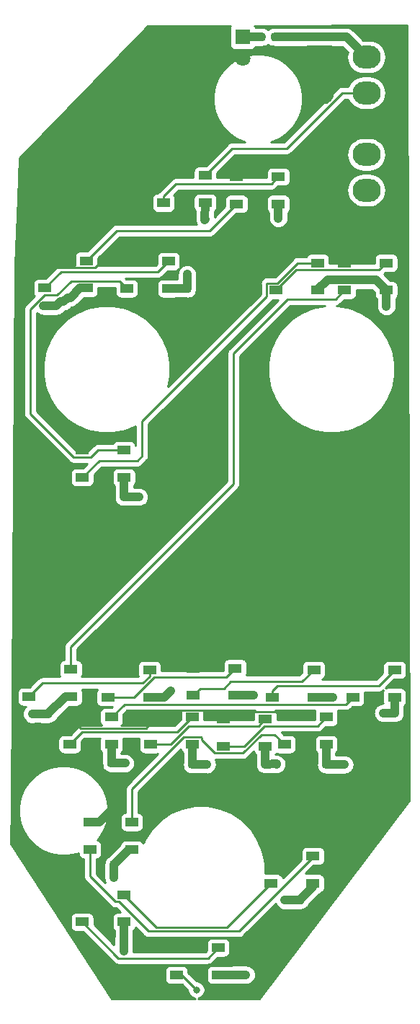
<source format=gbr>
%TF.GenerationSoftware,KiCad,Pcbnew,(5.1.6)-1*%
%TF.CreationDate,2020-12-18T17:52:59+11:00*%
%TF.ProjectId,APU Panel PCB V2,41505520-5061-46e6-956c-205043422056,rev?*%
%TF.SameCoordinates,Original*%
%TF.FileFunction,Copper,L1,Top*%
%TF.FilePolarity,Positive*%
%FSLAX46Y46*%
G04 Gerber Fmt 4.6, Leading zero omitted, Abs format (unit mm)*
G04 Created by KiCad (PCBNEW (5.1.6)-1) date 2020-12-18 17:52:59*
%MOMM*%
%LPD*%
G01*
G04 APERTURE LIST*
%TA.AperFunction,ComponentPad*%
%ADD10O,3.300000X2.700000*%
%TD*%
%TA.AperFunction,ComponentPad*%
%ADD11C,1.800000*%
%TD*%
%TA.AperFunction,ComponentPad*%
%ADD12R,1.800000X1.800000*%
%TD*%
%TA.AperFunction,SMDPad,CuDef*%
%ADD13R,1.500000X1.000000*%
%TD*%
%TA.AperFunction,ViaPad*%
%ADD14C,0.800000*%
%TD*%
%TA.AperFunction,Conductor*%
%ADD15C,0.250000*%
%TD*%
%TA.AperFunction,Conductor*%
%ADD16C,1.000000*%
%TD*%
%TA.AperFunction,Conductor*%
%ADD17C,0.254000*%
%TD*%
G04 APERTURE END LIST*
%TO.P,C5,2*%
%TO.N,/LEDGND*%
%TA.AperFunction,SMDPad,CuDef*%
G36*
G01*
X80400000Y-154306250D02*
X80400000Y-153793750D01*
G75*
G02*
X80618750Y-153575000I218750J0D01*
G01*
X81056250Y-153575000D01*
G75*
G02*
X81275000Y-153793750I0J-218750D01*
G01*
X81275000Y-154306250D01*
G75*
G02*
X81056250Y-154525000I-218750J0D01*
G01*
X80618750Y-154525000D01*
G75*
G02*
X80400000Y-154306250I0J218750D01*
G01*
G37*
%TD.AperFunction*%
%TO.P,C5,1*%
%TO.N,/LED+5V*%
%TA.AperFunction,SMDPad,CuDef*%
G36*
G01*
X78825000Y-154306250D02*
X78825000Y-153793750D01*
G75*
G02*
X79043750Y-153575000I218750J0D01*
G01*
X79481250Y-153575000D01*
G75*
G02*
X79700000Y-153793750I0J-218750D01*
G01*
X79700000Y-154306250D01*
G75*
G02*
X79481250Y-154525000I-218750J0D01*
G01*
X79043750Y-154525000D01*
G75*
G02*
X78825000Y-154306250I0J218750D01*
G01*
G37*
%TD.AperFunction*%
%TD*%
%TO.P,C2,2*%
%TO.N,/LEDGND*%
%TA.AperFunction,SMDPad,CuDef*%
G36*
G01*
X95176050Y-167424720D02*
X94663550Y-167424720D01*
G75*
G02*
X94444800Y-167205970I0J218750D01*
G01*
X94444800Y-166768470D01*
G75*
G02*
X94663550Y-166549720I218750J0D01*
G01*
X95176050Y-166549720D01*
G75*
G02*
X95394800Y-166768470I0J-218750D01*
G01*
X95394800Y-167205970D01*
G75*
G02*
X95176050Y-167424720I-218750J0D01*
G01*
G37*
%TD.AperFunction*%
%TO.P,C2,1*%
%TO.N,/LED+5V*%
%TA.AperFunction,SMDPad,CuDef*%
G36*
G01*
X95176050Y-168999720D02*
X94663550Y-168999720D01*
G75*
G02*
X94444800Y-168780970I0J218750D01*
G01*
X94444800Y-168343470D01*
G75*
G02*
X94663550Y-168124720I218750J0D01*
G01*
X95176050Y-168124720D01*
G75*
G02*
X95394800Y-168343470I0J-218750D01*
G01*
X95394800Y-168780970D01*
G75*
G02*
X95176050Y-168999720I-218750J0D01*
G01*
G37*
%TD.AperFunction*%
%TD*%
%TO.P,C13,2*%
%TO.N,/LEDGND*%
%TA.AperFunction,SMDPad,CuDef*%
G36*
G01*
X89921600Y-86162170D02*
X89921600Y-86674670D01*
G75*
G02*
X89702850Y-86893420I-218750J0D01*
G01*
X89265350Y-86893420D01*
G75*
G02*
X89046600Y-86674670I0J218750D01*
G01*
X89046600Y-86162170D01*
G75*
G02*
X89265350Y-85943420I218750J0D01*
G01*
X89702850Y-85943420D01*
G75*
G02*
X89921600Y-86162170I0J-218750D01*
G01*
G37*
%TD.AperFunction*%
%TO.P,C13,1*%
%TO.N,/LED+5V*%
%TA.AperFunction,SMDPad,CuDef*%
G36*
G01*
X91496600Y-86162170D02*
X91496600Y-86674670D01*
G75*
G02*
X91277850Y-86893420I-218750J0D01*
G01*
X90840350Y-86893420D01*
G75*
G02*
X90621600Y-86674670I0J218750D01*
G01*
X90621600Y-86162170D01*
G75*
G02*
X90840350Y-85943420I218750J0D01*
G01*
X91277850Y-85943420D01*
G75*
G02*
X91496600Y-86162170I0J-218750D01*
G01*
G37*
%TD.AperFunction*%
%TD*%
%TO.P,C12,2*%
%TO.N,/LEDGND*%
%TA.AperFunction,SMDPad,CuDef*%
G36*
G01*
X82326190Y-111316120D02*
X81813690Y-111316120D01*
G75*
G02*
X81594940Y-111097370I0J218750D01*
G01*
X81594940Y-110659870D01*
G75*
G02*
X81813690Y-110441120I218750J0D01*
G01*
X82326190Y-110441120D01*
G75*
G02*
X82544940Y-110659870I0J-218750D01*
G01*
X82544940Y-111097370D01*
G75*
G02*
X82326190Y-111316120I-218750J0D01*
G01*
G37*
%TD.AperFunction*%
%TO.P,C12,1*%
%TO.N,/LED+5V*%
%TA.AperFunction,SMDPad,CuDef*%
G36*
G01*
X82326190Y-112891120D02*
X81813690Y-112891120D01*
G75*
G02*
X81594940Y-112672370I0J218750D01*
G01*
X81594940Y-112234870D01*
G75*
G02*
X81813690Y-112016120I218750J0D01*
G01*
X82326190Y-112016120D01*
G75*
G02*
X82544940Y-112234870I0J-218750D01*
G01*
X82544940Y-112672370D01*
G75*
G02*
X82326190Y-112891120I-218750J0D01*
G01*
G37*
%TD.AperFunction*%
%TD*%
%TO.P,C11,2*%
%TO.N,/LEDGND*%
%TA.AperFunction,SMDPad,CuDef*%
G36*
G01*
X114101590Y-136693160D02*
X113589090Y-136693160D01*
G75*
G02*
X113370340Y-136474410I0J218750D01*
G01*
X113370340Y-136036910D01*
G75*
G02*
X113589090Y-135818160I218750J0D01*
G01*
X114101590Y-135818160D01*
G75*
G02*
X114320340Y-136036910I0J-218750D01*
G01*
X114320340Y-136474410D01*
G75*
G02*
X114101590Y-136693160I-218750J0D01*
G01*
G37*
%TD.AperFunction*%
%TO.P,C11,1*%
%TO.N,/LED+5V*%
%TA.AperFunction,SMDPad,CuDef*%
G36*
G01*
X114101590Y-138268160D02*
X113589090Y-138268160D01*
G75*
G02*
X113370340Y-138049410I0J218750D01*
G01*
X113370340Y-137611910D01*
G75*
G02*
X113589090Y-137393160I218750J0D01*
G01*
X114101590Y-137393160D01*
G75*
G02*
X114320340Y-137611910I0J-218750D01*
G01*
X114320340Y-138049410D01*
G75*
G02*
X114101590Y-138268160I-218750J0D01*
G01*
G37*
%TD.AperFunction*%
%TD*%
%TO.P,C10,2*%
%TO.N,/LEDGND*%
%TA.AperFunction,SMDPad,CuDef*%
G36*
G01*
X73354910Y-136825340D02*
X72842410Y-136825340D01*
G75*
G02*
X72623660Y-136606590I0J218750D01*
G01*
X72623660Y-136169090D01*
G75*
G02*
X72842410Y-135950340I218750J0D01*
G01*
X73354910Y-135950340D01*
G75*
G02*
X73573660Y-136169090I0J-218750D01*
G01*
X73573660Y-136606590D01*
G75*
G02*
X73354910Y-136825340I-218750J0D01*
G01*
G37*
%TD.AperFunction*%
%TO.P,C10,1*%
%TO.N,/LED+5V*%
%TA.AperFunction,SMDPad,CuDef*%
G36*
G01*
X73354910Y-138400340D02*
X72842410Y-138400340D01*
G75*
G02*
X72623660Y-138181590I0J218750D01*
G01*
X72623660Y-137744090D01*
G75*
G02*
X72842410Y-137525340I218750J0D01*
G01*
X73354910Y-137525340D01*
G75*
G02*
X73573660Y-137744090I0J-218750D01*
G01*
X73573660Y-138181590D01*
G75*
G02*
X73354910Y-138400340I-218750J0D01*
G01*
G37*
%TD.AperFunction*%
%TD*%
%TO.P,C9,2*%
%TO.N,/LEDGND*%
%TA.AperFunction,SMDPad,CuDef*%
G36*
G01*
X106082810Y-142733380D02*
X105570310Y-142733380D01*
G75*
G02*
X105351560Y-142514630I0J218750D01*
G01*
X105351560Y-142077130D01*
G75*
G02*
X105570310Y-141858380I218750J0D01*
G01*
X106082810Y-141858380D01*
G75*
G02*
X106301560Y-142077130I0J-218750D01*
G01*
X106301560Y-142514630D01*
G75*
G02*
X106082810Y-142733380I-218750J0D01*
G01*
G37*
%TD.AperFunction*%
%TO.P,C9,1*%
%TO.N,/LED+5V*%
%TA.AperFunction,SMDPad,CuDef*%
G36*
G01*
X106082810Y-144308380D02*
X105570310Y-144308380D01*
G75*
G02*
X105351560Y-144089630I0J218750D01*
G01*
X105351560Y-143652130D01*
G75*
G02*
X105570310Y-143433380I218750J0D01*
G01*
X106082810Y-143433380D01*
G75*
G02*
X106301560Y-143652130I0J-218750D01*
G01*
X106301560Y-144089630D01*
G75*
G02*
X106082810Y-144308380I-218750J0D01*
G01*
G37*
%TD.AperFunction*%
%TD*%
%TO.P,C8,2*%
%TO.N,/LEDGND*%
%TA.AperFunction,SMDPad,CuDef*%
G36*
G01*
X98907310Y-142707880D02*
X98394810Y-142707880D01*
G75*
G02*
X98176060Y-142489130I0J218750D01*
G01*
X98176060Y-142051630D01*
G75*
G02*
X98394810Y-141832880I218750J0D01*
G01*
X98907310Y-141832880D01*
G75*
G02*
X99126060Y-142051630I0J-218750D01*
G01*
X99126060Y-142489130D01*
G75*
G02*
X98907310Y-142707880I-218750J0D01*
G01*
G37*
%TD.AperFunction*%
%TO.P,C8,1*%
%TO.N,/LED+5V*%
%TA.AperFunction,SMDPad,CuDef*%
G36*
G01*
X98907310Y-144282880D02*
X98394810Y-144282880D01*
G75*
G02*
X98176060Y-144064130I0J218750D01*
G01*
X98176060Y-143626630D01*
G75*
G02*
X98394810Y-143407880I218750J0D01*
G01*
X98907310Y-143407880D01*
G75*
G02*
X99126060Y-143626630I0J-218750D01*
G01*
X99126060Y-144064130D01*
G75*
G02*
X98907310Y-144282880I-218750J0D01*
G01*
G37*
%TD.AperFunction*%
%TD*%
%TO.P,C7,2*%
%TO.N,/LEDGND*%
%TA.AperFunction,SMDPad,CuDef*%
G36*
G01*
X90327190Y-142728200D02*
X89814690Y-142728200D01*
G75*
G02*
X89595940Y-142509450I0J218750D01*
G01*
X89595940Y-142071950D01*
G75*
G02*
X89814690Y-141853200I218750J0D01*
G01*
X90327190Y-141853200D01*
G75*
G02*
X90545940Y-142071950I0J-218750D01*
G01*
X90545940Y-142509450D01*
G75*
G02*
X90327190Y-142728200I-218750J0D01*
G01*
G37*
%TD.AperFunction*%
%TO.P,C7,1*%
%TO.N,/LED+5V*%
%TA.AperFunction,SMDPad,CuDef*%
G36*
G01*
X90327190Y-144303200D02*
X89814690Y-144303200D01*
G75*
G02*
X89595940Y-144084450I0J218750D01*
G01*
X89595940Y-143646950D01*
G75*
G02*
X89814690Y-143428200I218750J0D01*
G01*
X90327190Y-143428200D01*
G75*
G02*
X90545940Y-143646950I0J-218750D01*
G01*
X90545940Y-144084450D01*
G75*
G02*
X90327190Y-144303200I-218750J0D01*
G01*
G37*
%TD.AperFunction*%
%TD*%
%TO.P,C6,2*%
%TO.N,/LEDGND*%
%TA.AperFunction,SMDPad,CuDef*%
G36*
G01*
X80837750Y-142588500D02*
X80325250Y-142588500D01*
G75*
G02*
X80106500Y-142369750I0J218750D01*
G01*
X80106500Y-141932250D01*
G75*
G02*
X80325250Y-141713500I218750J0D01*
G01*
X80837750Y-141713500D01*
G75*
G02*
X81056500Y-141932250I0J-218750D01*
G01*
X81056500Y-142369750D01*
G75*
G02*
X80837750Y-142588500I-218750J0D01*
G01*
G37*
%TD.AperFunction*%
%TO.P,C6,1*%
%TO.N,/LED+5V*%
%TA.AperFunction,SMDPad,CuDef*%
G36*
G01*
X80837750Y-144163500D02*
X80325250Y-144163500D01*
G75*
G02*
X80106500Y-143944750I0J218750D01*
G01*
X80106500Y-143507250D01*
G75*
G02*
X80325250Y-143288500I218750J0D01*
G01*
X80837750Y-143288500D01*
G75*
G02*
X81056500Y-143507250I0J-218750D01*
G01*
X81056500Y-143944750D01*
G75*
G02*
X80837750Y-144163500I-218750J0D01*
G01*
G37*
%TD.AperFunction*%
%TD*%
%TO.P,C4,2*%
%TO.N,/LEDGND*%
%TA.AperFunction,SMDPad,CuDef*%
G36*
G01*
X102971310Y-158682040D02*
X102458810Y-158682040D01*
G75*
G02*
X102240060Y-158463290I0J218750D01*
G01*
X102240060Y-158025790D01*
G75*
G02*
X102458810Y-157807040I218750J0D01*
G01*
X102971310Y-157807040D01*
G75*
G02*
X103190060Y-158025790I0J-218750D01*
G01*
X103190060Y-158463290D01*
G75*
G02*
X102971310Y-158682040I-218750J0D01*
G01*
G37*
%TD.AperFunction*%
%TO.P,C4,1*%
%TO.N,/LED+5V*%
%TA.AperFunction,SMDPad,CuDef*%
G36*
G01*
X102971310Y-160257040D02*
X102458810Y-160257040D01*
G75*
G02*
X102240060Y-160038290I0J218750D01*
G01*
X102240060Y-159600790D01*
G75*
G02*
X102458810Y-159382040I218750J0D01*
G01*
X102971310Y-159382040D01*
G75*
G02*
X103190060Y-159600790I0J-218750D01*
G01*
X103190060Y-160038290D01*
G75*
G02*
X102971310Y-160257040I-218750J0D01*
G01*
G37*
%TD.AperFunction*%
%TD*%
%TO.P,C3,2*%
%TO.N,/LEDGND*%
%TA.AperFunction,SMDPad,CuDef*%
G36*
G01*
X82461720Y-162453610D02*
X82461720Y-162966110D01*
G75*
G02*
X82242970Y-163184860I-218750J0D01*
G01*
X81805470Y-163184860D01*
G75*
G02*
X81586720Y-162966110I0J218750D01*
G01*
X81586720Y-162453610D01*
G75*
G02*
X81805470Y-162234860I218750J0D01*
G01*
X82242970Y-162234860D01*
G75*
G02*
X82461720Y-162453610I0J-218750D01*
G01*
G37*
%TD.AperFunction*%
%TO.P,C3,1*%
%TO.N,/LED+5V*%
%TA.AperFunction,SMDPad,CuDef*%
G36*
G01*
X84036720Y-162453610D02*
X84036720Y-162966110D01*
G75*
G02*
X83817970Y-163184860I-218750J0D01*
G01*
X83380470Y-163184860D01*
G75*
G02*
X83161720Y-162966110I0J218750D01*
G01*
X83161720Y-162453610D01*
G75*
G02*
X83380470Y-162234860I218750J0D01*
G01*
X83817970Y-162234860D01*
G75*
G02*
X84036720Y-162453610I0J-218750D01*
G01*
G37*
%TD.AperFunction*%
%TD*%
%TO.P,R1,2*%
%TO.N,/LEDGND*%
%TA.AperFunction,SMDPad,CuDef*%
G36*
G01*
X99351680Y-57131930D02*
X99351680Y-56619430D01*
G75*
G02*
X99570430Y-56400680I218750J0D01*
G01*
X100007930Y-56400680D01*
G75*
G02*
X100226680Y-56619430I0J-218750D01*
G01*
X100226680Y-57131930D01*
G75*
G02*
X100007930Y-57350680I-218750J0D01*
G01*
X99570430Y-57350680D01*
G75*
G02*
X99351680Y-57131930I0J218750D01*
G01*
G37*
%TD.AperFunction*%
%TO.P,R1,1*%
%TO.N,Net-(D21-Pad1)*%
%TA.AperFunction,SMDPad,CuDef*%
G36*
G01*
X97776680Y-57131930D02*
X97776680Y-56619430D01*
G75*
G02*
X97995430Y-56400680I218750J0D01*
G01*
X98432930Y-56400680D01*
G75*
G02*
X98651680Y-56619430I0J-218750D01*
G01*
X98651680Y-57131930D01*
G75*
G02*
X98432930Y-57350680I-218750J0D01*
G01*
X97995430Y-57350680D01*
G75*
G02*
X97776680Y-57131930I0J218750D01*
G01*
G37*
%TD.AperFunction*%
%TD*%
D10*
%TO.P,J2,4*%
%TO.N,/DATAOUT*%
X110539160Y-74870420D03*
%TO.P,J2,3*%
%TO.N,/LEDGND*%
X110539160Y-70670420D03*
%TO.P,J2,2*%
%TO.N,/LED+5V*%
X105039160Y-74870420D03*
%TO.P,J2,1*%
%TA.AperFunction,ComponentPad*%
G36*
G01*
X103639161Y-69320420D02*
X106439159Y-69320420D01*
G75*
G02*
X106689160Y-69570421I0J-250001D01*
G01*
X106689160Y-71770419D01*
G75*
G02*
X106439159Y-72020420I-250001J0D01*
G01*
X103639161Y-72020420D01*
G75*
G02*
X103389160Y-71770419I0J250001D01*
G01*
X103389160Y-69570421D01*
G75*
G02*
X103639161Y-69320420I250001J0D01*
G01*
G37*
%TD.AperFunction*%
%TD*%
%TO.P,J1,4*%
%TO.N,/DATAIN*%
X110539160Y-63427720D03*
%TO.P,J1,3*%
%TO.N,/LEDGND*%
X110539160Y-59227720D03*
%TO.P,J1,2*%
%TO.N,/LED+5V*%
X105039160Y-63427720D03*
%TO.P,J1,1*%
%TA.AperFunction,ComponentPad*%
G36*
G01*
X103639161Y-57877720D02*
X106439159Y-57877720D01*
G75*
G02*
X106689160Y-58127721I0J-250001D01*
G01*
X106689160Y-60327719D01*
G75*
G02*
X106439159Y-60577720I-250001J0D01*
G01*
X103639161Y-60577720D01*
G75*
G02*
X103389160Y-60327719I0J250001D01*
G01*
X103389160Y-58127721D01*
G75*
G02*
X103639161Y-57877720I250001J0D01*
G01*
G37*
%TD.AperFunction*%
%TD*%
D11*
%TO.P,D21,2*%
%TO.N,/LED+5V*%
X95999300Y-59395360D03*
D12*
%TO.P,D21,1*%
%TO.N,Net-(D21-Pad1)*%
X95999300Y-56855360D03*
%TD*%
D13*
%TO.P,D20,1*%
%TO.N,/LED+5V*%
X77153600Y-105384800D03*
%TO.P,D20,2*%
%TO.N,Net-(D20-Pad2)*%
X77153600Y-108584800D03*
%TO.P,D20,4*%
%TO.N,Net-(D20-Pad4)*%
X82053600Y-105384800D03*
%TO.P,D20,3*%
%TO.N,/LEDGND*%
X82053600Y-108584800D03*
%TD*%
%TO.P,D6,1*%
%TO.N,/LED+5V*%
X107977600Y-83413600D03*
%TO.P,D6,2*%
%TO.N,Net-(D6-Pad2)*%
X107977600Y-86613600D03*
%TO.P,D6,4*%
%TO.N,Net-(D5-Pad2)*%
X112877600Y-83413600D03*
%TO.P,D6,3*%
%TO.N,/LEDGND*%
X112877600Y-86613600D03*
%TD*%
%TO.P,D5,1*%
%TO.N,/LED+5V*%
X99923600Y-83413600D03*
%TO.P,D5,2*%
%TO.N,Net-(D5-Pad2)*%
X99923600Y-86613600D03*
%TO.P,D5,4*%
%TO.N,Net-(D20-Pad2)*%
X104823600Y-83413600D03*
%TO.P,D5,3*%
%TO.N,/LEDGND*%
X104823600Y-86613600D03*
%TD*%
%TO.P,D11,1*%
%TO.N,/LED+5V*%
X108954400Y-131191200D03*
%TO.P,D11,2*%
%TO.N,Net-(D11-Pad2)*%
X108954400Y-134391200D03*
%TO.P,D11,4*%
%TO.N,Net-(D10-Pad2)*%
X113854400Y-131191200D03*
%TO.P,D11,3*%
%TO.N,/LEDGND*%
X113854400Y-134391200D03*
%TD*%
%TO.P,D19,1*%
%TO.N,/LED+5V*%
X88228000Y-163804800D03*
%TO.P,D19,2*%
%TO.N,/DATAOUT*%
X88228000Y-167004800D03*
%TO.P,D19,4*%
%TO.N,Net-(D18-Pad2)*%
X93128000Y-163804800D03*
%TO.P,D19,3*%
%TO.N,/LEDGND*%
X93128000Y-167004800D03*
%TD*%
%TO.P,D18,1*%
%TO.N,/LED+5V*%
X77142000Y-157581600D03*
%TO.P,D18,2*%
%TO.N,Net-(D18-Pad2)*%
X77142000Y-160781600D03*
%TO.P,D18,4*%
%TO.N,Net-(D17-Pad2)*%
X82042000Y-157581600D03*
%TO.P,D18,3*%
%TO.N,/LEDGND*%
X82042000Y-160781600D03*
%TD*%
%TO.P,D17,1*%
%TO.N,/LED+5V*%
X99353200Y-153035200D03*
%TO.P,D17,2*%
%TO.N,Net-(D17-Pad2)*%
X99353200Y-156235200D03*
%TO.P,D17,4*%
%TO.N,Net-(D16-Pad2)*%
X104253200Y-153035200D03*
%TO.P,D17,3*%
%TO.N,/LEDGND*%
X104253200Y-156235200D03*
%TD*%
%TO.P,D16,1*%
%TO.N,/LED+5V*%
X78068000Y-149072800D03*
%TO.P,D16,2*%
%TO.N,Net-(D16-Pad2)*%
X78068000Y-152272800D03*
%TO.P,D16,4*%
%TO.N,Net-(D15-Pad2)*%
X82968000Y-149072800D03*
%TO.P,D16,3*%
%TO.N,/LEDGND*%
X82968000Y-152272800D03*
%TD*%
%TO.P,D15,1*%
%TO.N,/LED+5V*%
X100928000Y-136728400D03*
%TO.P,D15,2*%
%TO.N,Net-(D15-Pad2)*%
X100928000Y-139928400D03*
%TO.P,D15,4*%
%TO.N,Net-(D14-Pad2)*%
X105828000Y-136728400D03*
%TO.P,D15,3*%
%TO.N,/LEDGND*%
X105828000Y-139928400D03*
%TD*%
%TO.P,D14,1*%
%TO.N,/LED+5V*%
X93765200Y-136931600D03*
%TO.P,D14,2*%
%TO.N,Net-(D14-Pad2)*%
X93765200Y-140131600D03*
%TO.P,D14,4*%
%TO.N,Net-(D13-Pad2)*%
X98665200Y-136931600D03*
%TO.P,D14,3*%
%TO.N,/LEDGND*%
X98665200Y-140131600D03*
%TD*%
%TO.P,D13,1*%
%TO.N,/LED+5V*%
X85180000Y-136728400D03*
%TO.P,D13,2*%
%TO.N,Net-(D13-Pad2)*%
X85180000Y-139928400D03*
%TO.P,D13,4*%
%TO.N,Net-(D12-Pad2)*%
X90080000Y-136728400D03*
%TO.P,D13,3*%
%TO.N,/LEDGND*%
X90080000Y-139928400D03*
%TD*%
%TO.P,D12,1*%
%TO.N,/LED+5V*%
X75680400Y-136728400D03*
%TO.P,D12,2*%
%TO.N,Net-(D12-Pad2)*%
X75680400Y-139928400D03*
%TO.P,D12,4*%
%TO.N,Net-(D11-Pad2)*%
X80580400Y-136728400D03*
%TO.P,D12,3*%
%TO.N,/LEDGND*%
X80580400Y-139928400D03*
%TD*%
%TO.P,D10,1*%
%TO.N,/LED+5V*%
X99454800Y-131191200D03*
%TO.P,D10,2*%
%TO.N,Net-(D10-Pad2)*%
X99454800Y-134391200D03*
%TO.P,D10,4*%
%TO.N,Net-(D10-Pad4)*%
X104354800Y-131191200D03*
%TO.P,D10,3*%
%TO.N,/LEDGND*%
X104354800Y-134391200D03*
%TD*%
%TO.P,D9,1*%
%TO.N,/LED+5V*%
X90209200Y-130988000D03*
%TO.P,D9,2*%
%TO.N,Net-(D10-Pad4)*%
X90209200Y-134188000D03*
%TO.P,D9,4*%
%TO.N,Net-(D8-Pad2)*%
X95109200Y-130988000D03*
%TO.P,D9,3*%
%TO.N,/LEDGND*%
X95109200Y-134188000D03*
%TD*%
%TO.P,D8,1*%
%TO.N,/LED+5V*%
X80150800Y-131191200D03*
%TO.P,D8,2*%
%TO.N,Net-(D8-Pad2)*%
X80150800Y-134391200D03*
%TO.P,D8,4*%
%TO.N,Net-(D7-Pad2)*%
X85050800Y-131191200D03*
%TO.P,D8,3*%
%TO.N,/LEDGND*%
X85050800Y-134391200D03*
%TD*%
%TO.P,D7,1*%
%TO.N,/LED+5V*%
X70905200Y-131140400D03*
%TO.P,D7,2*%
%TO.N,Net-(D7-Pad2)*%
X70905200Y-134340400D03*
%TO.P,D7,4*%
%TO.N,Net-(D6-Pad2)*%
X75805200Y-131140400D03*
%TO.P,D7,3*%
%TO.N,/LEDGND*%
X75805200Y-134340400D03*
%TD*%
%TO.P,D4,1*%
%TO.N,/LED+5V*%
X82386000Y-83210400D03*
%TO.P,D4,2*%
%TO.N,Net-(D20-Pad4)*%
X82386000Y-86410400D03*
%TO.P,D4,4*%
%TO.N,Net-(D3-Pad2)*%
X87286000Y-83210400D03*
%TO.P,D4,3*%
%TO.N,/LEDGND*%
X87286000Y-86410400D03*
%TD*%
%TO.P,D3,1*%
%TO.N,/LED+5V*%
X72745600Y-83159600D03*
%TO.P,D3,2*%
%TO.N,Net-(D3-Pad2)*%
X72745600Y-86359600D03*
%TO.P,D3,4*%
%TO.N,Net-(D2-Pad2)*%
X77645600Y-83159600D03*
%TO.P,D3,3*%
%TO.N,/LEDGND*%
X77645600Y-86359600D03*
%TD*%
%TO.P,D2,1*%
%TO.N,/LED+5V*%
X95289200Y-73279200D03*
%TO.P,D2,2*%
%TO.N,Net-(D2-Pad2)*%
X95289200Y-76479200D03*
%TO.P,D2,4*%
%TO.N,Net-(D1-Pad2)*%
X100189200Y-73279200D03*
%TO.P,D2,3*%
%TO.N,/LEDGND*%
X100189200Y-76479200D03*
%TD*%
%TO.P,D1,1*%
%TO.N,/LED+5V*%
X86692400Y-73152400D03*
%TO.P,D1,2*%
%TO.N,Net-(D1-Pad2)*%
X86692400Y-76352400D03*
%TO.P,D1,4*%
%TO.N,/DATAIN*%
X91592400Y-73152400D03*
%TO.P,D1,3*%
%TO.N,/LEDGND*%
X91592400Y-76352400D03*
%TD*%
D14*
%TO.N,/LEDGND*%
X96393000Y-166987220D03*
X82016600Y-164195760D03*
X100944680Y-158224220D03*
X82181800Y-142151000D03*
X91795600Y-142283180D03*
X99982020Y-142242540D03*
X107965240Y-142295880D03*
X71262240Y-136362440D03*
X112514380Y-136253220D03*
X83822540Y-110878620D03*
X87579200Y-133637020D03*
X97312480Y-134157720D03*
X106609080Y-134391200D03*
X112892840Y-88516460D03*
X91564460Y-78325980D03*
X100189200Y-78179760D03*
X89484100Y-84734300D03*
X80837500Y-155587500D03*
X72600000Y-88450000D03*
%TO.N,/DATAOUT*%
X90556080Y-168752520D03*
%TD*%
D15*
%TO.N,Net-(D1-Pad2)*%
X86692400Y-75602400D02*
X88157280Y-74137520D01*
X86692400Y-76352400D02*
X86692400Y-75602400D01*
X99364199Y-74104201D02*
X100189200Y-73279200D01*
X96121519Y-74104201D02*
X99364199Y-74104201D01*
X96088200Y-74137520D02*
X96121519Y-74104201D01*
X88157280Y-74137520D02*
X96088200Y-74137520D01*
%TO.N,Net-(D2-Pad2)*%
X95289200Y-76479200D02*
X92159720Y-79608680D01*
X81196520Y-79608680D02*
X77645600Y-83159600D01*
X92159720Y-79608680D02*
X81196520Y-79608680D01*
%TO.N,Net-(D3-Pad2)*%
X86061789Y-84434611D02*
X87286000Y-83210400D01*
X74670589Y-84434611D02*
X86061789Y-84434611D01*
X72745600Y-86359600D02*
X74670589Y-84434611D01*
%TO.N,Net-(D5-Pad2)*%
X112052599Y-84238601D02*
X112877600Y-83413600D01*
X102298599Y-84238601D02*
X112052599Y-84238601D01*
X99923600Y-86613600D02*
X102298599Y-84238601D01*
%TO.N,Net-(D6-Pad2)*%
X75805200Y-131140400D02*
X75805200Y-128444800D01*
X75805200Y-128444800D02*
X94900000Y-109350000D01*
X94900000Y-109350000D02*
X94900000Y-94050000D01*
X94900000Y-94050000D02*
X101300000Y-87650000D01*
X106941200Y-87650000D02*
X107977600Y-86613600D01*
X101300000Y-87650000D02*
X106941200Y-87650000D01*
%TO.N,Net-(D7-Pad2)*%
X85050800Y-131941200D02*
X84233820Y-132758180D01*
X85050800Y-131191200D02*
X85050800Y-131941200D01*
X72487420Y-132758180D02*
X70905200Y-134340400D01*
X84233820Y-132758180D02*
X72487420Y-132758180D01*
%TO.N,Net-(D8-Pad2)*%
X85612209Y-132016201D02*
X94080999Y-132016201D01*
X94080999Y-132016201D02*
X95109200Y-130988000D01*
X83237210Y-134391200D02*
X85612209Y-132016201D01*
X80150800Y-134391200D02*
X83237210Y-134391200D01*
%TO.N,Net-(D10-Pad4)*%
X91034201Y-133362999D02*
X93781581Y-133362999D01*
X90209200Y-134188000D02*
X91034201Y-133362999D01*
X93781581Y-133362999D02*
X94561660Y-132582920D01*
X102963080Y-132582920D02*
X104354800Y-131191200D01*
X94561660Y-132582920D02*
X102963080Y-132582920D01*
%TO.N,Net-(D10-Pad2)*%
X100063070Y-133032930D02*
X112012670Y-133032930D01*
X99454800Y-133641200D02*
X100063070Y-133032930D01*
X112012670Y-133032930D02*
X113854400Y-131191200D01*
X99454800Y-134391200D02*
X99454800Y-133641200D01*
%TO.N,Net-(D11-Pad2)*%
X82092599Y-135216201D02*
X80580400Y-136728400D01*
X108129399Y-135216201D02*
X82092599Y-135216201D01*
X108954400Y-134391200D02*
X108129399Y-135216201D01*
%TO.N,Net-(D12-Pad2)*%
X89254999Y-137553401D02*
X89217799Y-137553401D01*
X90080000Y-136728400D02*
X89254999Y-137553401D01*
X89217799Y-137553401D02*
X88267540Y-138503660D01*
X77105140Y-138503660D02*
X75680400Y-139928400D01*
X88267540Y-138503660D02*
X77105140Y-138503660D01*
%TO.N,Net-(D13-Pad2)*%
X97840199Y-137756601D02*
X98665200Y-136931600D01*
X89688209Y-137756601D02*
X97840199Y-137756601D01*
X87516410Y-139928400D02*
X89688209Y-137756601D01*
X85180000Y-139928400D02*
X87516410Y-139928400D01*
%TO.N,Net-(D14-Pad2)*%
X104799799Y-137756601D02*
X105828000Y-136728400D01*
X98570079Y-137756601D02*
X104799799Y-137756601D01*
X96195080Y-140131600D02*
X98570079Y-137756601D01*
X93765200Y-140131600D02*
X96195080Y-140131600D01*
%TO.N,Net-(D15-Pad2)*%
X82968000Y-145205398D02*
X82968000Y-149072800D01*
X89069999Y-139103399D02*
X82968000Y-145205398D01*
X91155001Y-139168399D02*
X91090001Y-139103399D01*
X91155001Y-139435321D02*
X91155001Y-139168399D01*
X92676281Y-140956601D02*
X91155001Y-139435321D01*
X91090001Y-139103399D02*
X89069999Y-139103399D01*
X96006489Y-140956601D02*
X92676281Y-140956601D01*
X98181865Y-138781225D02*
X96006489Y-140956601D01*
X99780825Y-138781225D02*
X98181865Y-138781225D01*
X100928000Y-139928400D02*
X99780825Y-138781225D01*
%TO.N,Net-(D16-Pad2)*%
X78068000Y-155442602D02*
X78068000Y-152272800D01*
X81031999Y-158406601D02*
X78068000Y-155442602D01*
X81434441Y-158406601D02*
X81031999Y-158406601D01*
X84889659Y-161861819D02*
X81434441Y-158406601D01*
X104253200Y-153170202D02*
X95561583Y-161861819D01*
X95561583Y-161861819D02*
X84889659Y-161861819D01*
X104253200Y-153035200D02*
X104253200Y-153170202D01*
%TO.N,Net-(D17-Pad2)*%
X85872210Y-161411810D02*
X82042000Y-157581600D01*
X94176590Y-161411810D02*
X85872210Y-161411810D01*
X99353200Y-156235200D02*
X94176590Y-161411810D01*
%TO.N,Net-(D18-Pad2)*%
X91912031Y-165020769D02*
X93128000Y-163804800D01*
X81381169Y-165020769D02*
X91912031Y-165020769D01*
X77142000Y-160781600D02*
X81381169Y-165020769D01*
%TO.N,Net-(D20-Pad4)*%
X81510199Y-85534599D02*
X82386000Y-86410400D01*
X74198659Y-87184601D02*
X75848661Y-85534599D01*
X75848661Y-85534599D02*
X81510199Y-85534599D01*
X72698659Y-87184601D02*
X74198659Y-87184601D01*
X71034999Y-101101201D02*
X71034999Y-88848261D01*
X71034999Y-88848261D02*
X72698659Y-87184601D01*
X76143599Y-106209801D02*
X71034999Y-101101201D01*
X78163601Y-106209801D02*
X76143599Y-106209801D01*
X78988602Y-105384800D02*
X78163601Y-106209801D01*
X82053600Y-105384800D02*
X78988602Y-105384800D01*
%TO.N,Net-(D20-Pad2)*%
X98848599Y-85853599D02*
X98913599Y-85788599D01*
X98848599Y-87373601D02*
X98848599Y-85853599D01*
X102487190Y-83413600D02*
X104823600Y-83413600D01*
X100112191Y-85788599D02*
X102487190Y-83413600D01*
X98913599Y-85788599D02*
X100112191Y-85788599D01*
X84197540Y-106028140D02*
X84197540Y-102024660D01*
X84197540Y-102024660D02*
X98848599Y-87373601D01*
X79126060Y-106612340D02*
X83613340Y-106612340D01*
X83613340Y-106612340D02*
X84197540Y-106028140D01*
X77153600Y-108584800D02*
X79126060Y-106612340D01*
%TO.N,/LED+5V*%
X78655601Y-83984601D02*
X79192120Y-83448082D01*
X72745600Y-83159600D02*
X73570601Y-83984601D01*
X73570601Y-83984601D02*
X78655601Y-83984601D01*
X82148318Y-83448082D02*
X82386000Y-83210400D01*
X79192120Y-83448082D02*
X82148318Y-83448082D01*
X76970949Y-138018949D02*
X75680400Y-136728400D01*
X84639451Y-138018949D02*
X76970949Y-138018949D01*
X85180000Y-137478400D02*
X84639451Y-138018949D01*
X85180000Y-136728400D02*
X85180000Y-137478400D01*
X86005001Y-135903399D02*
X85180000Y-136728400D01*
X93486999Y-135903399D02*
X86005001Y-135903399D01*
X93765200Y-136181600D02*
X93486999Y-135903399D01*
X93765200Y-136931600D02*
X93765200Y-136181600D01*
X100306199Y-136106599D02*
X100928000Y-136728400D01*
X94590201Y-136106599D02*
X100306199Y-136106599D01*
X93765200Y-136931600D02*
X94590201Y-136106599D01*
D16*
X78068000Y-149072800D02*
X79127200Y-149072800D01*
X80581500Y-147618500D02*
X80581500Y-143726000D01*
X79127200Y-149072800D02*
X80581500Y-147618500D01*
D15*
%TO.N,/DATAIN*%
X107707981Y-63427720D02*
X101168861Y-69966840D01*
X110539160Y-63427720D02*
X107707981Y-63427720D01*
X94777960Y-69966840D02*
X91592400Y-73152400D01*
X101168861Y-69966840D02*
X94777960Y-69966840D01*
D16*
%TO.N,/LEDGND*%
X108187120Y-56875680D02*
X110539160Y-59227720D01*
X99789180Y-56875680D02*
X108187120Y-56875680D01*
X94902220Y-167004800D02*
X94919800Y-166987220D01*
X93128000Y-167004800D02*
X94902220Y-167004800D01*
X94919800Y-166987220D02*
X96393000Y-166987220D01*
X96393000Y-166987220D02*
X96393000Y-166987220D01*
X82042000Y-162692080D02*
X82024220Y-162709860D01*
X82042000Y-160781600D02*
X82042000Y-162692080D01*
X82024220Y-162709860D02*
X82016600Y-164195760D01*
X82016600Y-164195760D02*
X82024220Y-164188140D01*
X104253200Y-156706400D02*
X102715060Y-158244540D01*
X104253200Y-156235200D02*
X104253200Y-156706400D01*
X102715060Y-158244540D02*
X100944680Y-158224220D01*
X100944680Y-158224220D02*
X100965000Y-158244540D01*
X80580400Y-142149900D02*
X80581500Y-142151000D01*
X80580400Y-139928400D02*
X80580400Y-142149900D01*
X80581500Y-142151000D02*
X82181800Y-142151000D01*
X82181800Y-142151000D02*
X82181800Y-142151000D01*
X90080000Y-142281640D02*
X90070940Y-142290700D01*
X90080000Y-139928400D02*
X90080000Y-142281640D01*
X90070940Y-142290700D02*
X91795600Y-142283180D01*
X91795600Y-142283180D02*
X91788080Y-142290700D01*
X98665200Y-142256240D02*
X98651060Y-142270380D01*
X98665200Y-140131600D02*
X98665200Y-142256240D01*
X98651060Y-142270380D02*
X99982020Y-142242540D01*
X99982020Y-142242540D02*
X99954180Y-142270380D01*
X105828000Y-142294440D02*
X105826560Y-142295880D01*
X105828000Y-139928400D02*
X105828000Y-142294440D01*
X105826560Y-142295880D02*
X107965240Y-142295880D01*
X107965240Y-142295880D02*
X107965240Y-142295880D01*
X75146100Y-134340400D02*
X73098660Y-136387840D01*
X75805200Y-134340400D02*
X75146100Y-134340400D01*
X73098660Y-136387840D02*
X71262240Y-136362440D01*
X71262240Y-136362440D02*
X71287640Y-136387840D01*
X113845340Y-134400260D02*
X113854400Y-134391200D01*
X113845340Y-136255660D02*
X113845340Y-134400260D01*
X113845340Y-136255660D02*
X112514380Y-136253220D01*
X112514380Y-136253220D02*
X112516820Y-136255660D01*
X82069940Y-108810426D02*
X82174583Y-108705783D01*
X82069940Y-110878620D02*
X82069940Y-108810426D01*
X82069940Y-110878620D02*
X83822540Y-110878620D01*
X83822540Y-110878620D02*
X83822540Y-110878620D01*
X89476080Y-86410400D02*
X89484100Y-86418420D01*
X87286000Y-86410400D02*
X89476080Y-86410400D01*
X85050800Y-134391200D02*
X86825020Y-134391200D01*
X86825020Y-134391200D02*
X87579200Y-133637020D01*
X87579200Y-133637020D02*
X87579200Y-133637020D01*
X95109200Y-134188000D02*
X97312480Y-134157720D01*
X97312480Y-134157720D02*
X97302120Y-134188000D01*
X104354800Y-134391200D02*
X106609080Y-134391200D01*
X106609080Y-134391200D02*
X106609080Y-134391200D01*
X112877600Y-86613600D02*
X112892840Y-88516460D01*
X112892840Y-88516460D02*
X112877600Y-88501220D01*
X91592400Y-76352400D02*
X91564460Y-78325980D01*
X91564460Y-78325980D02*
X91592400Y-78298040D01*
X100189200Y-76479200D02*
X100189200Y-78179760D01*
X100189200Y-78179760D02*
X100189200Y-78179760D01*
X89484100Y-86418420D02*
X89484100Y-84734300D01*
X89484100Y-84734300D02*
X89484100Y-84734300D01*
X104823600Y-86613600D02*
X104763600Y-86613600D01*
X105963601Y-85413599D02*
X111677599Y-85413599D01*
X111677599Y-85413599D02*
X112877600Y-86613600D01*
X104763600Y-86613600D02*
X105963601Y-85413599D01*
X82614700Y-152272800D02*
X80837500Y-154050000D01*
X82968000Y-152272800D02*
X82614700Y-152272800D01*
X80837500Y-154050000D02*
X80837500Y-155587500D01*
X80837500Y-155587500D02*
X80837500Y-155587500D01*
X77645600Y-86359600D02*
X76890400Y-86359600D01*
X76890400Y-86359600D02*
X75750000Y-87500000D01*
X75750000Y-87500000D02*
X75400000Y-87500000D01*
X75400000Y-87500000D02*
X74950000Y-87950000D01*
X74950000Y-87950000D02*
X74600000Y-87950000D01*
X74600000Y-87950000D02*
X74100000Y-88450000D01*
X74100000Y-88450000D02*
X73250000Y-88450000D01*
X73250000Y-88450000D02*
X72600000Y-88450000D01*
X72600000Y-88450000D02*
X72600000Y-88450000D01*
D15*
%TO.N,/DATAOUT*%
X88228000Y-167004800D02*
X88808360Y-167004800D01*
X88808360Y-167004800D02*
X90556080Y-168752520D01*
X90556080Y-168752520D02*
X90556080Y-168752520D01*
D16*
%TO.N,Net-(D21-Pad1)*%
X96019620Y-56875680D02*
X95999300Y-56855360D01*
X98214180Y-56875680D02*
X96019620Y-56875680D01*
%TD*%
D17*
%TO.N,/LED+5V*%
G36*
X115569787Y-146489330D02*
G01*
X97919310Y-169774000D01*
X90725989Y-169774000D01*
X90857978Y-169747746D01*
X91046336Y-169669725D01*
X91215854Y-169556457D01*
X91360017Y-169412294D01*
X91473285Y-169242776D01*
X91551306Y-169054418D01*
X91591080Y-168854459D01*
X91591080Y-168650581D01*
X91551306Y-168450622D01*
X91473285Y-168262264D01*
X91360017Y-168092746D01*
X91215854Y-167948583D01*
X91046336Y-167835315D01*
X90857978Y-167757294D01*
X90658019Y-167717520D01*
X90595882Y-167717520D01*
X89616072Y-166737711D01*
X89616072Y-166504800D01*
X91739928Y-166504800D01*
X91739928Y-167504800D01*
X91752188Y-167629282D01*
X91788498Y-167748980D01*
X91847463Y-167859294D01*
X91926815Y-167955985D01*
X92023506Y-168035337D01*
X92133820Y-168094302D01*
X92253518Y-168130612D01*
X92378000Y-168142872D01*
X93878000Y-168142872D01*
X93909192Y-168139800D01*
X94846469Y-168139800D01*
X94902220Y-168145291D01*
X94957971Y-168139800D01*
X94957972Y-168139800D01*
X95124719Y-168123377D01*
X95128533Y-168122220D01*
X96448752Y-168122220D01*
X96615499Y-168105797D01*
X96829447Y-168040896D01*
X97026623Y-167935504D01*
X97199449Y-167793669D01*
X97341284Y-167620843D01*
X97446676Y-167423667D01*
X97511577Y-167209719D01*
X97533491Y-166987220D01*
X97511577Y-166764721D01*
X97446676Y-166550773D01*
X97341284Y-166353597D01*
X97199449Y-166180771D01*
X97026623Y-166038936D01*
X96829447Y-165933544D01*
X96615499Y-165868643D01*
X96448752Y-165852220D01*
X94975552Y-165852220D01*
X94919800Y-165846729D01*
X94864049Y-165852220D01*
X94864048Y-165852220D01*
X94697301Y-165868643D01*
X94693487Y-165869800D01*
X93909192Y-165869800D01*
X93878000Y-165866728D01*
X92378000Y-165866728D01*
X92253518Y-165878988D01*
X92133820Y-165915298D01*
X92023506Y-165974263D01*
X91926815Y-166053615D01*
X91847463Y-166150306D01*
X91788498Y-166260620D01*
X91752188Y-166380318D01*
X91739928Y-166504800D01*
X89616072Y-166504800D01*
X89603812Y-166380318D01*
X89567502Y-166260620D01*
X89508537Y-166150306D01*
X89429185Y-166053615D01*
X89332494Y-165974263D01*
X89222180Y-165915298D01*
X89102482Y-165878988D01*
X88978000Y-165866728D01*
X87478000Y-165866728D01*
X87353518Y-165878988D01*
X87233820Y-165915298D01*
X87123506Y-165974263D01*
X87026815Y-166053615D01*
X86947463Y-166150306D01*
X86888498Y-166260620D01*
X86852188Y-166380318D01*
X86839928Y-166504800D01*
X86839928Y-167504800D01*
X86852188Y-167629282D01*
X86888498Y-167748980D01*
X86947463Y-167859294D01*
X87026815Y-167955985D01*
X87123506Y-168035337D01*
X87233820Y-168094302D01*
X87353518Y-168130612D01*
X87478000Y-168142872D01*
X88871631Y-168142872D01*
X89521080Y-168792322D01*
X89521080Y-168854459D01*
X89560854Y-169054418D01*
X89638875Y-169242776D01*
X89752143Y-169412294D01*
X89896306Y-169556457D01*
X90065824Y-169669725D01*
X90254182Y-169747746D01*
X90386171Y-169774000D01*
X80621804Y-169774000D01*
X68784262Y-151596685D01*
X68817163Y-147181262D01*
X69652999Y-147181262D01*
X69652999Y-148220740D01*
X69855791Y-149240245D01*
X70253582Y-150200598D01*
X70831086Y-151064892D01*
X71566108Y-151799914D01*
X72430402Y-152377418D01*
X73390755Y-152775209D01*
X74410260Y-152978001D01*
X75449738Y-152978001D01*
X76469243Y-152775209D01*
X76679928Y-152687940D01*
X76679928Y-152772800D01*
X76692188Y-152897282D01*
X76728498Y-153016980D01*
X76787463Y-153127294D01*
X76866815Y-153223985D01*
X76963506Y-153303337D01*
X77073820Y-153362302D01*
X77193518Y-153398612D01*
X77308001Y-153409887D01*
X77308000Y-155405279D01*
X77304324Y-155442602D01*
X77308000Y-155479924D01*
X77308000Y-155479934D01*
X77318997Y-155591587D01*
X77337543Y-155652725D01*
X77362454Y-155734848D01*
X77433026Y-155866878D01*
X77472871Y-155915428D01*
X77527999Y-155982603D01*
X77557003Y-156006406D01*
X80468199Y-158917603D01*
X80491998Y-158946602D01*
X80520996Y-158970400D01*
X80607723Y-159041575D01*
X80739752Y-159112147D01*
X80883013Y-159155604D01*
X81031999Y-159170278D01*
X81069332Y-159166601D01*
X81119640Y-159166601D01*
X81596567Y-159643528D01*
X81292000Y-159643528D01*
X81167518Y-159655788D01*
X81047820Y-159692098D01*
X80937506Y-159751063D01*
X80840815Y-159830415D01*
X80761463Y-159927106D01*
X80702498Y-160037420D01*
X80666188Y-160157118D01*
X80653928Y-160281600D01*
X80653928Y-161281600D01*
X80666188Y-161406082D01*
X80702498Y-161525780D01*
X80761463Y-161636094D01*
X80840815Y-161732785D01*
X80907001Y-161787102D01*
X80907001Y-162480975D01*
X80906799Y-162481628D01*
X80906496Y-162484550D01*
X80905643Y-162487362D01*
X80894969Y-162595739D01*
X80889521Y-162648288D01*
X80889506Y-162651204D01*
X80883729Y-162709860D01*
X80888934Y-162762710D01*
X80885409Y-163450207D01*
X78530072Y-161094871D01*
X78530072Y-160281600D01*
X78517812Y-160157118D01*
X78481502Y-160037420D01*
X78422537Y-159927106D01*
X78343185Y-159830415D01*
X78246494Y-159751063D01*
X78136180Y-159692098D01*
X78016482Y-159655788D01*
X77892000Y-159643528D01*
X76392000Y-159643528D01*
X76267518Y-159655788D01*
X76147820Y-159692098D01*
X76037506Y-159751063D01*
X75940815Y-159830415D01*
X75861463Y-159927106D01*
X75802498Y-160037420D01*
X75766188Y-160157118D01*
X75753928Y-160281600D01*
X75753928Y-161281600D01*
X75766188Y-161406082D01*
X75802498Y-161525780D01*
X75861463Y-161636094D01*
X75940815Y-161732785D01*
X76037506Y-161812137D01*
X76147820Y-161871102D01*
X76267518Y-161907412D01*
X76392000Y-161919672D01*
X77205271Y-161919672D01*
X80817370Y-165531772D01*
X80841168Y-165560770D01*
X80956893Y-165655743D01*
X81088922Y-165726315D01*
X81232183Y-165769772D01*
X81343836Y-165780769D01*
X81343845Y-165780769D01*
X81381168Y-165784445D01*
X81418491Y-165780769D01*
X91874709Y-165780769D01*
X91912031Y-165784445D01*
X91949353Y-165780769D01*
X91949364Y-165780769D01*
X92061017Y-165769772D01*
X92204278Y-165726315D01*
X92336307Y-165655743D01*
X92452032Y-165560770D01*
X92475835Y-165531766D01*
X93064730Y-164942872D01*
X93878000Y-164942872D01*
X94002482Y-164930612D01*
X94122180Y-164894302D01*
X94232494Y-164835337D01*
X94329185Y-164755985D01*
X94408537Y-164659294D01*
X94467502Y-164548980D01*
X94503812Y-164429282D01*
X94516072Y-164304800D01*
X94516072Y-163304800D01*
X94503812Y-163180318D01*
X94467502Y-163060620D01*
X94408537Y-162950306D01*
X94329185Y-162853615D01*
X94232494Y-162774263D01*
X94122180Y-162715298D01*
X94002482Y-162678988D01*
X93878000Y-162666728D01*
X92378000Y-162666728D01*
X92253518Y-162678988D01*
X92133820Y-162715298D01*
X92023506Y-162774263D01*
X91926815Y-162853615D01*
X91847463Y-162950306D01*
X91788498Y-163060620D01*
X91752188Y-163180318D01*
X91739928Y-163304800D01*
X91739928Y-164118071D01*
X91597230Y-164260769D01*
X83157557Y-164260769D01*
X83164710Y-164188141D01*
X83152300Y-164062138D01*
X83158143Y-162922602D01*
X83160577Y-162914579D01*
X83177000Y-162747832D01*
X83177000Y-162747831D01*
X83182491Y-162692080D01*
X83177000Y-162636328D01*
X83177000Y-161787101D01*
X83243185Y-161732785D01*
X83322537Y-161636094D01*
X83381502Y-161525780D01*
X83404152Y-161451114D01*
X84325860Y-162372822D01*
X84349658Y-162401820D01*
X84378656Y-162425618D01*
X84465382Y-162496793D01*
X84597412Y-162567365D01*
X84740673Y-162610822D01*
X84852326Y-162621819D01*
X84852335Y-162621819D01*
X84889658Y-162625495D01*
X84926981Y-162621819D01*
X95524261Y-162621819D01*
X95561583Y-162625495D01*
X95598905Y-162621819D01*
X95598916Y-162621819D01*
X95710569Y-162610822D01*
X95853830Y-162567365D01*
X95985859Y-162496793D01*
X96101584Y-162401820D01*
X96125387Y-162372816D01*
X99877862Y-158620342D01*
X99886065Y-158648545D01*
X99889096Y-158654375D01*
X99891004Y-158660666D01*
X99940627Y-158753503D01*
X99989187Y-158846917D01*
X99993300Y-158852047D01*
X99996397Y-158857842D01*
X100063159Y-158939192D01*
X100129029Y-159021360D01*
X100176925Y-159061596D01*
X100201857Y-159086528D01*
X100331378Y-159192824D01*
X100528554Y-159298216D01*
X100742502Y-159363117D01*
X100965000Y-159385031D01*
X101187499Y-159363117D01*
X101190788Y-159362119D01*
X102652812Y-159378900D01*
X102715060Y-159385031D01*
X102819858Y-159374709D01*
X102924706Y-159365596D01*
X102931013Y-159363762D01*
X102937558Y-159363117D01*
X103038351Y-159332541D01*
X103137292Y-159303764D01*
X103138468Y-159303648D01*
X103299202Y-159254890D01*
X103447335Y-159175711D01*
X103577175Y-159069155D01*
X103683731Y-158939315D01*
X103750693Y-158814038D01*
X105016340Y-157548391D01*
X105059649Y-157512849D01*
X105201484Y-157340023D01*
X105202376Y-157338354D01*
X105247380Y-157324702D01*
X105357694Y-157265737D01*
X105454385Y-157186385D01*
X105533737Y-157089694D01*
X105592702Y-156979380D01*
X105629012Y-156859682D01*
X105641272Y-156735200D01*
X105641272Y-155735200D01*
X105629012Y-155610718D01*
X105592702Y-155491020D01*
X105533737Y-155380706D01*
X105454385Y-155284015D01*
X105357694Y-155204663D01*
X105247380Y-155145698D01*
X105127682Y-155109388D01*
X105003200Y-155097128D01*
X104277761Y-155097128D01*
X104253200Y-155094709D01*
X104228639Y-155097128D01*
X103503200Y-155097128D01*
X103389919Y-155108285D01*
X104324932Y-154173272D01*
X105003200Y-154173272D01*
X105127682Y-154161012D01*
X105247380Y-154124702D01*
X105357694Y-154065737D01*
X105454385Y-153986385D01*
X105533737Y-153889694D01*
X105592702Y-153779380D01*
X105629012Y-153659682D01*
X105641272Y-153535200D01*
X105641272Y-152535200D01*
X105629012Y-152410718D01*
X105592702Y-152291020D01*
X105533737Y-152180706D01*
X105454385Y-152084015D01*
X105357694Y-152004663D01*
X105247380Y-151945698D01*
X105127682Y-151909388D01*
X105003200Y-151897128D01*
X103503200Y-151897128D01*
X103378718Y-151909388D01*
X103259020Y-151945698D01*
X103148706Y-152004663D01*
X103052015Y-152084015D01*
X102972663Y-152180706D01*
X102913698Y-152291020D01*
X102877388Y-152410718D01*
X102865128Y-152535200D01*
X102865128Y-153483472D01*
X100729807Y-155618793D01*
X100729012Y-155610718D01*
X100692702Y-155491020D01*
X100633737Y-155380706D01*
X100554385Y-155284015D01*
X100457694Y-155204663D01*
X100347380Y-155145698D01*
X100227682Y-155109388D01*
X100103200Y-155097128D01*
X98603200Y-155097128D01*
X98599500Y-155097492D01*
X98599500Y-153886081D01*
X98312163Y-152441541D01*
X97748531Y-151080813D01*
X96930265Y-149856191D01*
X95888810Y-148814736D01*
X94664188Y-147996470D01*
X93303460Y-147432838D01*
X91858920Y-147145501D01*
X90386080Y-147145501D01*
X88941540Y-147432838D01*
X87580812Y-147996470D01*
X86356190Y-148814736D01*
X85314735Y-149856191D01*
X84496469Y-151080813D01*
X84308973Y-151533469D01*
X84307502Y-151528620D01*
X84248537Y-151418306D01*
X84169185Y-151321615D01*
X84072494Y-151242263D01*
X83962180Y-151183298D01*
X83842482Y-151146988D01*
X83718000Y-151134728D01*
X82639250Y-151134728D01*
X82614699Y-151132310D01*
X82590148Y-151134728D01*
X82218000Y-151134728D01*
X82093518Y-151146988D01*
X81973820Y-151183298D01*
X81863506Y-151242263D01*
X81766815Y-151321615D01*
X81687463Y-151418306D01*
X81628498Y-151528620D01*
X81592188Y-151648318D01*
X81587615Y-151694753D01*
X80268002Y-153014367D01*
X80142725Y-153081329D01*
X80012885Y-153187885D01*
X79906329Y-153317725D01*
X79827150Y-153465858D01*
X79778392Y-153626592D01*
X79777682Y-153633802D01*
X79718923Y-153827502D01*
X79697009Y-154050000D01*
X79702500Y-154105751D01*
X79702500Y-155531748D01*
X79697009Y-155587500D01*
X79718923Y-155809999D01*
X79783824Y-156023947D01*
X79852349Y-156152150D01*
X78828000Y-155127801D01*
X78828000Y-153409887D01*
X78942482Y-153398612D01*
X79062180Y-153362302D01*
X79172494Y-153303337D01*
X79269185Y-153223985D01*
X79348537Y-153127294D01*
X79407502Y-153016980D01*
X79443812Y-152897282D01*
X79456072Y-152772800D01*
X79456072Y-151772800D01*
X79443812Y-151648318D01*
X79407502Y-151528620D01*
X79348537Y-151418306D01*
X79269185Y-151321615D01*
X79172494Y-151242263D01*
X79062180Y-151183298D01*
X78945807Y-151147997D01*
X79028912Y-151064892D01*
X79606416Y-150200598D01*
X80004207Y-149240245D01*
X80206999Y-148220740D01*
X80206999Y-147181262D01*
X80004207Y-146161757D01*
X79606416Y-145201404D01*
X79028912Y-144337110D01*
X78293890Y-143602088D01*
X77429596Y-143024584D01*
X76469243Y-142626793D01*
X75449738Y-142424001D01*
X74410260Y-142424001D01*
X73390755Y-142626793D01*
X72430402Y-143024584D01*
X71566108Y-143602088D01*
X70831086Y-144337110D01*
X70253582Y-145201404D01*
X69855791Y-146161757D01*
X69652999Y-147181262D01*
X68817163Y-147181262D01*
X68916573Y-133840400D01*
X69517128Y-133840400D01*
X69517128Y-134840400D01*
X69529388Y-134964882D01*
X69565698Y-135084580D01*
X69624663Y-135194894D01*
X69704015Y-135291585D01*
X69800706Y-135370937D01*
X69911020Y-135429902D01*
X70030718Y-135466212D01*
X70155200Y-135478472D01*
X70550250Y-135478472D01*
X70548319Y-135480057D01*
X70467022Y-135544915D01*
X70461910Y-135550971D01*
X70455792Y-135555992D01*
X70389899Y-135636283D01*
X70322810Y-135715763D01*
X70318978Y-135722700D01*
X70313957Y-135728818D01*
X70264978Y-135820451D01*
X70214701Y-135911463D01*
X70212297Y-135919009D01*
X70208564Y-135925994D01*
X70178384Y-136025482D01*
X70146848Y-136124493D01*
X70145963Y-136132359D01*
X70143663Y-136139942D01*
X70133469Y-136243448D01*
X70121859Y-136346668D01*
X70122526Y-136354554D01*
X70121749Y-136362440D01*
X70131940Y-136465911D01*
X70140693Y-136569447D01*
X70142887Y-136577056D01*
X70143663Y-136584938D01*
X70173840Y-136684417D01*
X70202629Y-136784272D01*
X70206265Y-136791306D01*
X70208564Y-136798886D01*
X70257550Y-136890533D01*
X70305284Y-136982887D01*
X70310226Y-136989081D01*
X70313957Y-136996062D01*
X70379866Y-137076372D01*
X70444715Y-137157658D01*
X70493540Y-137198871D01*
X70524497Y-137229828D01*
X70654018Y-137336123D01*
X70851194Y-137441516D01*
X71065142Y-137506417D01*
X71287639Y-137528331D01*
X71510138Y-137506417D01*
X71527290Y-137501214D01*
X73035077Y-137522069D01*
X73098660Y-137528331D01*
X73202118Y-137518141D01*
X73305668Y-137509387D01*
X73313277Y-137507193D01*
X73321158Y-137506417D01*
X73420618Y-137476246D01*
X73520493Y-137447451D01*
X73521325Y-137447021D01*
X73522068Y-137446948D01*
X73682802Y-137398190D01*
X73830935Y-137319011D01*
X73960775Y-137212455D01*
X74067331Y-137082615D01*
X74134293Y-136957338D01*
X75613160Y-135478472D01*
X76555200Y-135478472D01*
X76679682Y-135466212D01*
X76799380Y-135429902D01*
X76909694Y-135370937D01*
X77006385Y-135291585D01*
X77085737Y-135194894D01*
X77144702Y-135084580D01*
X77181012Y-134964882D01*
X77193272Y-134840400D01*
X77193272Y-133840400D01*
X77181012Y-133715918D01*
X77144702Y-133596220D01*
X77102988Y-133518180D01*
X78885467Y-133518180D01*
X78870263Y-133536706D01*
X78811298Y-133647020D01*
X78774988Y-133766718D01*
X78762728Y-133891200D01*
X78762728Y-134891200D01*
X78774988Y-135015682D01*
X78811298Y-135135380D01*
X78870263Y-135245694D01*
X78949615Y-135342385D01*
X79046306Y-135421737D01*
X79156620Y-135480702D01*
X79276318Y-135517012D01*
X79400800Y-135529272D01*
X80704727Y-135529272D01*
X80643671Y-135590328D01*
X79830400Y-135590328D01*
X79705918Y-135602588D01*
X79586220Y-135638898D01*
X79475906Y-135697863D01*
X79379215Y-135777215D01*
X79299863Y-135873906D01*
X79240898Y-135984220D01*
X79204588Y-136103918D01*
X79192328Y-136228400D01*
X79192328Y-137228400D01*
X79204588Y-137352882D01*
X79240898Y-137472580D01*
X79299863Y-137582894D01*
X79379215Y-137679585D01*
X79457291Y-137743660D01*
X77142465Y-137743660D01*
X77105140Y-137739984D01*
X77067815Y-137743660D01*
X77067807Y-137743660D01*
X76956154Y-137754657D01*
X76812893Y-137798114D01*
X76680864Y-137868686D01*
X76565139Y-137963659D01*
X76541341Y-137992657D01*
X75743671Y-138790328D01*
X74930400Y-138790328D01*
X74805918Y-138802588D01*
X74686220Y-138838898D01*
X74575906Y-138897863D01*
X74479215Y-138977215D01*
X74399863Y-139073906D01*
X74340898Y-139184220D01*
X74304588Y-139303918D01*
X74292328Y-139428400D01*
X74292328Y-140428400D01*
X74304588Y-140552882D01*
X74340898Y-140672580D01*
X74399863Y-140782894D01*
X74479215Y-140879585D01*
X74575906Y-140958937D01*
X74686220Y-141017902D01*
X74805918Y-141054212D01*
X74930400Y-141066472D01*
X76430400Y-141066472D01*
X76554882Y-141054212D01*
X76674580Y-141017902D01*
X76784894Y-140958937D01*
X76881585Y-140879585D01*
X76960937Y-140782894D01*
X77019902Y-140672580D01*
X77056212Y-140552882D01*
X77068472Y-140428400D01*
X77068472Y-139615130D01*
X77419942Y-139263660D01*
X79216800Y-139263660D01*
X79204588Y-139303918D01*
X79192328Y-139428400D01*
X79192328Y-140428400D01*
X79204588Y-140552882D01*
X79240898Y-140672580D01*
X79299863Y-140782894D01*
X79379215Y-140879585D01*
X79445400Y-140933902D01*
X79445401Y-142094139D01*
X79439909Y-142149900D01*
X79461823Y-142372398D01*
X79471990Y-142405913D01*
X79484892Y-142536908D01*
X79533650Y-142697642D01*
X79612829Y-142845775D01*
X79719385Y-142975615D01*
X79849225Y-143082171D01*
X79997358Y-143161350D01*
X80158092Y-143210108D01*
X80165300Y-143210818D01*
X80359001Y-143269577D01*
X80525748Y-143286000D01*
X80525749Y-143286000D01*
X80581500Y-143291491D01*
X80637252Y-143286000D01*
X82237552Y-143286000D01*
X82404299Y-143269577D01*
X82618247Y-143204676D01*
X82815423Y-143099284D01*
X82988249Y-142957449D01*
X83130084Y-142784623D01*
X83235476Y-142587447D01*
X83300377Y-142373499D01*
X83322291Y-142151000D01*
X83300377Y-141928501D01*
X83235476Y-141714553D01*
X83130084Y-141517377D01*
X82988249Y-141344551D01*
X82815423Y-141202716D01*
X82618247Y-141097324D01*
X82404299Y-141032423D01*
X82237552Y-141016000D01*
X81715400Y-141016000D01*
X81715400Y-140933901D01*
X81781585Y-140879585D01*
X81860937Y-140782894D01*
X81919902Y-140672580D01*
X81956212Y-140552882D01*
X81968472Y-140428400D01*
X81968472Y-139428400D01*
X81956212Y-139303918D01*
X81944000Y-139263660D01*
X83816400Y-139263660D01*
X83804188Y-139303918D01*
X83791928Y-139428400D01*
X83791928Y-140428400D01*
X83804188Y-140552882D01*
X83840498Y-140672580D01*
X83899463Y-140782894D01*
X83978815Y-140879585D01*
X84075506Y-140958937D01*
X84185820Y-141017902D01*
X84305518Y-141054212D01*
X84430000Y-141066472D01*
X85930000Y-141066472D01*
X86043281Y-141055315D01*
X82457003Y-144641594D01*
X82427999Y-144665397D01*
X82372871Y-144732572D01*
X82333026Y-144781122D01*
X82262455Y-144913151D01*
X82262454Y-144913152D01*
X82218997Y-145056413D01*
X82208000Y-145168066D01*
X82208000Y-145168076D01*
X82204324Y-145205398D01*
X82208000Y-145242721D01*
X82208001Y-147935713D01*
X82093518Y-147946988D01*
X81973820Y-147983298D01*
X81863506Y-148042263D01*
X81766815Y-148121615D01*
X81687463Y-148218306D01*
X81628498Y-148328620D01*
X81592188Y-148448318D01*
X81579928Y-148572800D01*
X81579928Y-149572800D01*
X81592188Y-149697282D01*
X81628498Y-149816980D01*
X81687463Y-149927294D01*
X81766815Y-150023985D01*
X81863506Y-150103337D01*
X81973820Y-150162302D01*
X82093518Y-150198612D01*
X82218000Y-150210872D01*
X83718000Y-150210872D01*
X83842482Y-150198612D01*
X83962180Y-150162302D01*
X84072494Y-150103337D01*
X84169185Y-150023985D01*
X84248537Y-149927294D01*
X84307502Y-149816980D01*
X84343812Y-149697282D01*
X84356072Y-149572800D01*
X84356072Y-148572800D01*
X84343812Y-148448318D01*
X84307502Y-148328620D01*
X84248537Y-148218306D01*
X84169185Y-148121615D01*
X84072494Y-148042263D01*
X83962180Y-147983298D01*
X83842482Y-147946988D01*
X83728000Y-147935713D01*
X83728000Y-145520199D01*
X88703393Y-140544807D01*
X88704188Y-140552882D01*
X88740498Y-140672580D01*
X88799463Y-140782894D01*
X88878815Y-140879585D01*
X88945000Y-140933902D01*
X88945001Y-142141132D01*
X88941170Y-142181849D01*
X88930449Y-142290700D01*
X88930694Y-142293186D01*
X88930460Y-142295672D01*
X88941644Y-142404368D01*
X88952363Y-142513198D01*
X88953088Y-142515589D01*
X88953344Y-142518074D01*
X88961242Y-142543707D01*
X88974332Y-142676608D01*
X89023090Y-142837342D01*
X89102269Y-142985475D01*
X89208825Y-143115315D01*
X89338665Y-143221871D01*
X89486798Y-143301050D01*
X89647532Y-143349808D01*
X89652629Y-143350310D01*
X89743698Y-143377503D01*
X89848442Y-143409277D01*
X89850930Y-143409522D01*
X89853321Y-143410236D01*
X89962072Y-143420468D01*
X90070940Y-143431191D01*
X90129162Y-143425457D01*
X91661999Y-143418773D01*
X91788080Y-143431191D01*
X92010578Y-143409277D01*
X92224526Y-143344376D01*
X92421702Y-143238983D01*
X92551223Y-143132688D01*
X92560492Y-143123419D01*
X92605557Y-143086105D01*
X92674581Y-143001248D01*
X92743884Y-142916802D01*
X92745062Y-142914599D01*
X92746637Y-142912662D01*
X92797696Y-142816126D01*
X92849276Y-142719626D01*
X92850002Y-142717232D01*
X92851168Y-142715028D01*
X92882403Y-142610422D01*
X92914177Y-142505678D01*
X92914422Y-142503190D01*
X92915136Y-142500799D01*
X92925359Y-142392142D01*
X92936091Y-142283180D01*
X92935846Y-142280689D01*
X92936079Y-142278208D01*
X92924919Y-142169750D01*
X92914177Y-142060681D01*
X92913450Y-142058285D01*
X92913195Y-142055806D01*
X92881070Y-141951543D01*
X92849276Y-141846734D01*
X92848097Y-141844528D01*
X92847362Y-141842143D01*
X92795490Y-141746107D01*
X92779719Y-141716601D01*
X95969167Y-141716601D01*
X96006489Y-141720277D01*
X96043811Y-141716601D01*
X96043822Y-141716601D01*
X96155475Y-141705604D01*
X96298736Y-141662147D01*
X96430765Y-141591575D01*
X96546490Y-141496602D01*
X96570293Y-141467598D01*
X97288709Y-140749183D01*
X97289388Y-140756082D01*
X97325698Y-140875780D01*
X97384663Y-140986094D01*
X97464015Y-141082785D01*
X97530200Y-141137102D01*
X97530201Y-142063748D01*
X97528075Y-142071323D01*
X97520365Y-142170922D01*
X97510569Y-142270380D01*
X97511743Y-142282297D01*
X97510819Y-142294230D01*
X97522687Y-142393417D01*
X97532483Y-142492878D01*
X97535959Y-142504336D01*
X97537381Y-142516222D01*
X97542072Y-142530598D01*
X97554452Y-142656288D01*
X97603210Y-142817022D01*
X97682389Y-142965155D01*
X97788945Y-143094995D01*
X97918785Y-143201551D01*
X98066918Y-143280730D01*
X98227652Y-143329488D01*
X98230470Y-143329766D01*
X98236744Y-143332952D01*
X98332920Y-143359944D01*
X98428562Y-143388957D01*
X98440479Y-143390131D01*
X98452003Y-143393365D01*
X98551595Y-143401075D01*
X98651060Y-143410871D01*
X98718653Y-143404214D01*
X99713385Y-143383407D01*
X99731682Y-143388957D01*
X99954180Y-143410871D01*
X100176678Y-143388957D01*
X100390626Y-143324056D01*
X100587802Y-143218663D01*
X100717323Y-143112368D01*
X100753574Y-143076117D01*
X100805157Y-143031947D01*
X100866907Y-142953411D01*
X100930304Y-142876162D01*
X100935947Y-142865604D01*
X100943347Y-142856193D01*
X100988592Y-142767112D01*
X101035696Y-142678986D01*
X101039172Y-142667527D01*
X101044592Y-142656856D01*
X101071584Y-142560680D01*
X101100597Y-142465038D01*
X101101771Y-142453121D01*
X101105005Y-142441597D01*
X101112715Y-142341998D01*
X101122511Y-142242540D01*
X101121337Y-142230623D01*
X101122261Y-142218690D01*
X101110393Y-142119506D01*
X101100597Y-142020041D01*
X101097121Y-142008582D01*
X101095699Y-141996698D01*
X101064708Y-141901731D01*
X101035696Y-141806093D01*
X101030051Y-141795532D01*
X101026338Y-141784154D01*
X100977425Y-141697074D01*
X100930304Y-141608917D01*
X100922705Y-141599658D01*
X100916845Y-141589225D01*
X100851885Y-141513364D01*
X100788469Y-141436091D01*
X100779211Y-141428493D01*
X100771427Y-141419403D01*
X100692908Y-141357666D01*
X100615643Y-141294256D01*
X100605082Y-141288611D01*
X100595673Y-141281213D01*
X100506612Y-141235978D01*
X100418467Y-141188864D01*
X100407006Y-141185387D01*
X100396336Y-141179968D01*
X100300174Y-141152980D01*
X100204519Y-141123963D01*
X100192601Y-141122789D01*
X100181077Y-141119555D01*
X100081487Y-141111845D01*
X99982020Y-141102049D01*
X99914427Y-141108706D01*
X99832717Y-141110415D01*
X99866385Y-141082785D01*
X99923959Y-141012631D01*
X99933820Y-141017902D01*
X100053518Y-141054212D01*
X100178000Y-141066472D01*
X101678000Y-141066472D01*
X101802482Y-141054212D01*
X101922180Y-141017902D01*
X102032494Y-140958937D01*
X102129185Y-140879585D01*
X102208537Y-140782894D01*
X102267502Y-140672580D01*
X102303812Y-140552882D01*
X102316072Y-140428400D01*
X102316072Y-139428400D01*
X104439928Y-139428400D01*
X104439928Y-140428400D01*
X104452188Y-140552882D01*
X104488498Y-140672580D01*
X104547463Y-140782894D01*
X104626815Y-140879585D01*
X104693000Y-140933902D01*
X104693001Y-142225498D01*
X104686069Y-142295880D01*
X104707983Y-142518379D01*
X104716682Y-142547054D01*
X104729952Y-142681788D01*
X104778710Y-142842522D01*
X104857889Y-142990655D01*
X104964445Y-143120495D01*
X105094285Y-143227051D01*
X105242418Y-143306230D01*
X105403152Y-143354988D01*
X105410360Y-143355698D01*
X105604061Y-143414457D01*
X105770808Y-143430880D01*
X105770809Y-143430880D01*
X105826560Y-143436371D01*
X105882311Y-143430880D01*
X108020992Y-143430880D01*
X108187739Y-143414457D01*
X108401687Y-143349556D01*
X108598863Y-143244164D01*
X108771689Y-143102329D01*
X108913524Y-142929503D01*
X109018916Y-142732327D01*
X109083817Y-142518379D01*
X109105731Y-142295880D01*
X109083817Y-142073381D01*
X109018916Y-141859433D01*
X108913524Y-141662257D01*
X108771689Y-141489431D01*
X108598863Y-141347596D01*
X108401687Y-141242204D01*
X108187739Y-141177303D01*
X108020992Y-141160880D01*
X106963000Y-141160880D01*
X106963000Y-140933901D01*
X107029185Y-140879585D01*
X107108537Y-140782894D01*
X107167502Y-140672580D01*
X107203812Y-140552882D01*
X107216072Y-140428400D01*
X107216072Y-139428400D01*
X107203812Y-139303918D01*
X107167502Y-139184220D01*
X107108537Y-139073906D01*
X107029185Y-138977215D01*
X106932494Y-138897863D01*
X106822180Y-138838898D01*
X106702482Y-138802588D01*
X106578000Y-138790328D01*
X105852561Y-138790328D01*
X105828000Y-138787909D01*
X105803439Y-138790328D01*
X105078000Y-138790328D01*
X104953518Y-138802588D01*
X104833820Y-138838898D01*
X104723506Y-138897863D01*
X104626815Y-138977215D01*
X104547463Y-139073906D01*
X104488498Y-139184220D01*
X104452188Y-139303918D01*
X104439928Y-139428400D01*
X102316072Y-139428400D01*
X102303812Y-139303918D01*
X102267502Y-139184220D01*
X102208537Y-139073906D01*
X102129185Y-138977215D01*
X102032494Y-138897863D01*
X101922180Y-138838898D01*
X101802482Y-138802588D01*
X101678000Y-138790328D01*
X100864730Y-138790328D01*
X100591002Y-138516601D01*
X104762477Y-138516601D01*
X104799799Y-138520277D01*
X104837121Y-138516601D01*
X104837132Y-138516601D01*
X104948785Y-138505604D01*
X105092046Y-138462147D01*
X105224075Y-138391575D01*
X105339800Y-138296602D01*
X105363603Y-138267599D01*
X105764729Y-137866472D01*
X106578000Y-137866472D01*
X106702482Y-137854212D01*
X106822180Y-137817902D01*
X106932494Y-137758937D01*
X107029185Y-137679585D01*
X107108537Y-137582894D01*
X107167502Y-137472580D01*
X107203812Y-137352882D01*
X107216072Y-137228400D01*
X107216072Y-136228400D01*
X107203812Y-136103918D01*
X107167502Y-135984220D01*
X107163216Y-135976201D01*
X108092077Y-135976201D01*
X108129399Y-135979877D01*
X108166721Y-135976201D01*
X108166732Y-135976201D01*
X108278385Y-135965204D01*
X108421646Y-135921747D01*
X108553675Y-135851175D01*
X108669400Y-135756202D01*
X108693202Y-135727199D01*
X108891129Y-135529272D01*
X109704400Y-135529272D01*
X109828882Y-135517012D01*
X109948580Y-135480702D01*
X110058894Y-135421737D01*
X110155585Y-135342385D01*
X110234937Y-135245694D01*
X110293902Y-135135380D01*
X110330212Y-135015682D01*
X110342472Y-134891200D01*
X110342472Y-133891200D01*
X110332794Y-133792930D01*
X111975348Y-133792930D01*
X112012670Y-133796606D01*
X112049992Y-133792930D01*
X112050003Y-133792930D01*
X112161656Y-133781933D01*
X112304917Y-133738476D01*
X112436946Y-133667904D01*
X112552671Y-133572931D01*
X112557916Y-133566539D01*
X112514898Y-133647020D01*
X112478588Y-133766718D01*
X112466328Y-133891200D01*
X112466328Y-134891200D01*
X112478588Y-135015682D01*
X112508211Y-135113337D01*
X112404072Y-135123593D01*
X112293933Y-135134237D01*
X112292927Y-135134540D01*
X112291882Y-135134643D01*
X112185839Y-135166811D01*
X112079866Y-135198746D01*
X112078940Y-135199239D01*
X112077934Y-135199544D01*
X111980505Y-135251621D01*
X111882497Y-135303776D01*
X111881679Y-135304445D01*
X111880758Y-135304937D01*
X111795636Y-135374795D01*
X111709411Y-135445294D01*
X111708739Y-135446110D01*
X111707932Y-135446772D01*
X111637974Y-135532015D01*
X111567260Y-135617860D01*
X111566762Y-135618788D01*
X111566097Y-135619598D01*
X111513942Y-135717174D01*
X111461506Y-135814843D01*
X111461199Y-135815847D01*
X111460704Y-135816774D01*
X111428550Y-135922771D01*
X111396213Y-136028671D01*
X111396108Y-136029716D01*
X111395803Y-136030722D01*
X111384940Y-136141021D01*
X111373891Y-136251130D01*
X111373992Y-136252175D01*
X111373889Y-136253220D01*
X111384745Y-136363439D01*
X111395397Y-136473667D01*
X111395700Y-136474673D01*
X111395803Y-136475718D01*
X111427971Y-136581761D01*
X111459906Y-136687734D01*
X111460399Y-136688660D01*
X111460704Y-136689666D01*
X111512781Y-136787095D01*
X111564936Y-136885103D01*
X111565605Y-136885921D01*
X111566097Y-136886842D01*
X111636028Y-136972053D01*
X111706454Y-137058189D01*
X111750499Y-137094471D01*
X111753677Y-137097649D01*
X111883198Y-137203944D01*
X112080374Y-137309336D01*
X112294322Y-137374237D01*
X112516820Y-137396151D01*
X112595819Y-137388370D01*
X113788547Y-137390557D01*
X113845340Y-137396151D01*
X113955683Y-137385283D01*
X114065787Y-137374643D01*
X114066793Y-137374340D01*
X114067838Y-137374237D01*
X114173881Y-137342069D01*
X114262403Y-137315393D01*
X114268748Y-137314768D01*
X114429482Y-137266010D01*
X114577615Y-137186831D01*
X114707455Y-137080275D01*
X114814011Y-136950435D01*
X114893190Y-136802302D01*
X114941948Y-136641568D01*
X114955143Y-136507596D01*
X114963506Y-136480209D01*
X114963610Y-136479170D01*
X114963917Y-136478159D01*
X114974838Y-136367280D01*
X114985828Y-136257750D01*
X114980340Y-136200962D01*
X114980340Y-135404137D01*
X115055585Y-135342385D01*
X115134937Y-135245694D01*
X115193902Y-135135380D01*
X115230212Y-135015682D01*
X115242472Y-134891200D01*
X115242472Y-133891200D01*
X115230212Y-133766718D01*
X115193902Y-133647020D01*
X115134937Y-133536706D01*
X115055585Y-133440015D01*
X114958894Y-133360663D01*
X114848580Y-133301698D01*
X114728882Y-133265388D01*
X114604400Y-133253128D01*
X113878961Y-133253128D01*
X113854400Y-133250709D01*
X113829839Y-133253128D01*
X113104400Y-133253128D01*
X112979918Y-133265388D01*
X112860220Y-133301698D01*
X112771029Y-133349373D01*
X113791130Y-132329272D01*
X114604400Y-132329272D01*
X114728882Y-132317012D01*
X114848580Y-132280702D01*
X114958894Y-132221737D01*
X115055585Y-132142385D01*
X115134937Y-132045694D01*
X115193902Y-131935380D01*
X115230212Y-131815682D01*
X115242472Y-131691200D01*
X115242472Y-130691200D01*
X115230212Y-130566718D01*
X115193902Y-130447020D01*
X115134937Y-130336706D01*
X115055585Y-130240015D01*
X114958894Y-130160663D01*
X114848580Y-130101698D01*
X114728882Y-130065388D01*
X114604400Y-130053128D01*
X113104400Y-130053128D01*
X112979918Y-130065388D01*
X112860220Y-130101698D01*
X112749906Y-130160663D01*
X112653215Y-130240015D01*
X112573863Y-130336706D01*
X112514898Y-130447020D01*
X112478588Y-130566718D01*
X112466328Y-130691200D01*
X112466328Y-131504470D01*
X111697869Y-132272930D01*
X105363520Y-132272930D01*
X105459294Y-132221737D01*
X105555985Y-132142385D01*
X105635337Y-132045694D01*
X105694302Y-131935380D01*
X105730612Y-131815682D01*
X105742872Y-131691200D01*
X105742872Y-130691200D01*
X105730612Y-130566718D01*
X105694302Y-130447020D01*
X105635337Y-130336706D01*
X105555985Y-130240015D01*
X105459294Y-130160663D01*
X105348980Y-130101698D01*
X105229282Y-130065388D01*
X105104800Y-130053128D01*
X103604800Y-130053128D01*
X103480318Y-130065388D01*
X103360620Y-130101698D01*
X103250306Y-130160663D01*
X103153615Y-130240015D01*
X103074263Y-130336706D01*
X103015298Y-130447020D01*
X102978988Y-130566718D01*
X102966728Y-130691200D01*
X102966728Y-131504471D01*
X102648279Y-131822920D01*
X96400200Y-131822920D01*
X96448702Y-131732180D01*
X96485012Y-131612482D01*
X96497272Y-131488000D01*
X96497272Y-130488000D01*
X96485012Y-130363518D01*
X96448702Y-130243820D01*
X96389737Y-130133506D01*
X96310385Y-130036815D01*
X96213694Y-129957463D01*
X96103380Y-129898498D01*
X95983682Y-129862188D01*
X95859200Y-129849928D01*
X94359200Y-129849928D01*
X94234718Y-129862188D01*
X94115020Y-129898498D01*
X94004706Y-129957463D01*
X93908015Y-130036815D01*
X93828663Y-130133506D01*
X93769698Y-130243820D01*
X93733388Y-130363518D01*
X93721128Y-130488000D01*
X93721128Y-131256201D01*
X86438872Y-131256201D01*
X86438872Y-130691200D01*
X86426612Y-130566718D01*
X86390302Y-130447020D01*
X86331337Y-130336706D01*
X86251985Y-130240015D01*
X86155294Y-130160663D01*
X86044980Y-130101698D01*
X85925282Y-130065388D01*
X85800800Y-130053128D01*
X84300800Y-130053128D01*
X84176318Y-130065388D01*
X84056620Y-130101698D01*
X83946306Y-130160663D01*
X83849615Y-130240015D01*
X83770263Y-130336706D01*
X83711298Y-130447020D01*
X83674988Y-130566718D01*
X83662728Y-130691200D01*
X83662728Y-131691200D01*
X83674988Y-131815682D01*
X83711298Y-131935380D01*
X83744866Y-131998180D01*
X77083040Y-131998180D01*
X77085737Y-131994894D01*
X77144702Y-131884580D01*
X77181012Y-131764882D01*
X77193272Y-131640400D01*
X77193272Y-130640400D01*
X77181012Y-130515918D01*
X77144702Y-130396220D01*
X77085737Y-130285906D01*
X77006385Y-130189215D01*
X76909694Y-130109863D01*
X76799380Y-130050898D01*
X76679682Y-130014588D01*
X76565200Y-130003313D01*
X76565200Y-128759601D01*
X95411004Y-109913798D01*
X95440001Y-109890001D01*
X95497850Y-109819512D01*
X95534974Y-109774277D01*
X95605546Y-109642247D01*
X95613709Y-109615337D01*
X95649003Y-109498986D01*
X95660000Y-109387333D01*
X95660000Y-109387324D01*
X95663676Y-109350001D01*
X95660000Y-109312678D01*
X95660000Y-94364801D01*
X101614802Y-88410000D01*
X105679529Y-88410000D01*
X104245039Y-88695338D01*
X102884311Y-89258970D01*
X101659689Y-90077236D01*
X100618234Y-91118691D01*
X99799968Y-92343313D01*
X99236336Y-93704041D01*
X98948999Y-95148581D01*
X98948999Y-96621421D01*
X99236336Y-98065961D01*
X99799968Y-99426689D01*
X100618234Y-100651311D01*
X101659689Y-101692766D01*
X102884311Y-102511032D01*
X104245039Y-103074664D01*
X105689579Y-103362001D01*
X107162419Y-103362001D01*
X108606959Y-103074664D01*
X109967687Y-102511032D01*
X111192309Y-101692766D01*
X112233764Y-100651311D01*
X113052030Y-99426689D01*
X113615662Y-98065961D01*
X113902999Y-96621421D01*
X113902999Y-95148581D01*
X113615662Y-93704041D01*
X113052030Y-92343313D01*
X112233764Y-91118691D01*
X111192309Y-90077236D01*
X109967687Y-89258970D01*
X108606959Y-88695338D01*
X107162419Y-88408001D01*
X106998829Y-88408001D01*
X107090186Y-88399003D01*
X107233447Y-88355546D01*
X107365476Y-88284974D01*
X107481201Y-88190001D01*
X107505004Y-88160998D01*
X107914329Y-87751672D01*
X108727600Y-87751672D01*
X108852082Y-87739412D01*
X108971780Y-87703102D01*
X109082094Y-87644137D01*
X109178785Y-87564785D01*
X109258137Y-87468094D01*
X109317102Y-87357780D01*
X109353412Y-87238082D01*
X109365672Y-87113600D01*
X109365672Y-86548599D01*
X111207467Y-86548599D01*
X111489528Y-86830660D01*
X111489528Y-87113600D01*
X111501788Y-87238082D01*
X111538098Y-87357780D01*
X111597063Y-87468094D01*
X111676415Y-87564785D01*
X111750670Y-87625724D01*
X111756135Y-88308049D01*
X111737109Y-88501220D01*
X111759023Y-88723718D01*
X111823924Y-88937666D01*
X111929317Y-89134842D01*
X112035612Y-89264363D01*
X112054071Y-89282822D01*
X112092876Y-89329341D01*
X112176305Y-89396699D01*
X112259218Y-89464744D01*
X112263261Y-89466905D01*
X112266832Y-89469788D01*
X112361822Y-89519587D01*
X112456394Y-89570136D01*
X112460785Y-89571468D01*
X112464846Y-89573597D01*
X112567695Y-89603899D01*
X112670342Y-89635037D01*
X112674907Y-89635487D01*
X112679307Y-89636783D01*
X112786094Y-89646437D01*
X112892840Y-89656951D01*
X112897407Y-89656501D01*
X112901973Y-89656914D01*
X113008565Y-89645553D01*
X113115339Y-89635037D01*
X113119730Y-89633705D01*
X113124290Y-89633219D01*
X113226594Y-89601288D01*
X113329287Y-89570136D01*
X113333337Y-89567971D01*
X113337711Y-89566606D01*
X113431813Y-89515335D01*
X113526463Y-89464744D01*
X113530010Y-89461833D01*
X113534037Y-89459639D01*
X113616340Y-89390984D01*
X113699289Y-89322909D01*
X113702202Y-89319359D01*
X113705721Y-89316424D01*
X113773045Y-89233037D01*
X113841124Y-89150083D01*
X113843287Y-89146037D01*
X113846168Y-89142468D01*
X113895939Y-89047530D01*
X113946516Y-88952907D01*
X113947849Y-88948514D01*
X113949977Y-88944454D01*
X113980269Y-88841640D01*
X114011417Y-88738959D01*
X114011867Y-88734393D01*
X114013163Y-88729993D01*
X114022818Y-88623197D01*
X114033331Y-88516460D01*
X114027393Y-88456175D01*
X114020637Y-87612506D01*
X114078785Y-87564785D01*
X114158137Y-87468094D01*
X114217102Y-87357780D01*
X114253412Y-87238082D01*
X114265672Y-87113600D01*
X114265672Y-86113600D01*
X114253412Y-85989118D01*
X114217102Y-85869420D01*
X114158137Y-85759106D01*
X114078785Y-85662415D01*
X113982094Y-85583063D01*
X113871780Y-85524098D01*
X113752082Y-85487788D01*
X113627600Y-85475528D01*
X113344660Y-85475528D01*
X112617566Y-84748435D01*
X112814329Y-84551672D01*
X113627600Y-84551672D01*
X113752082Y-84539412D01*
X113871780Y-84503102D01*
X113982094Y-84444137D01*
X114078785Y-84364785D01*
X114158137Y-84268094D01*
X114217102Y-84157780D01*
X114253412Y-84038082D01*
X114265672Y-83913600D01*
X114265672Y-82913600D01*
X114253412Y-82789118D01*
X114217102Y-82669420D01*
X114158137Y-82559106D01*
X114078785Y-82462415D01*
X113982094Y-82383063D01*
X113871780Y-82324098D01*
X113752082Y-82287788D01*
X113627600Y-82275528D01*
X112127600Y-82275528D01*
X112003118Y-82287788D01*
X111883420Y-82324098D01*
X111773106Y-82383063D01*
X111676415Y-82462415D01*
X111597063Y-82559106D01*
X111538098Y-82669420D01*
X111501788Y-82789118D01*
X111489528Y-82913600D01*
X111489528Y-83478601D01*
X106211672Y-83478601D01*
X106211672Y-82913600D01*
X106199412Y-82789118D01*
X106163102Y-82669420D01*
X106104137Y-82559106D01*
X106024785Y-82462415D01*
X105928094Y-82383063D01*
X105817780Y-82324098D01*
X105698082Y-82287788D01*
X105573600Y-82275528D01*
X104073600Y-82275528D01*
X103949118Y-82287788D01*
X103829420Y-82324098D01*
X103719106Y-82383063D01*
X103622415Y-82462415D01*
X103543063Y-82559106D01*
X103492554Y-82653600D01*
X102524515Y-82653600D01*
X102487190Y-82649924D01*
X102449865Y-82653600D01*
X102449857Y-82653600D01*
X102338204Y-82664597D01*
X102194943Y-82708054D01*
X102062914Y-82778626D01*
X101947189Y-82873599D01*
X101923391Y-82902597D01*
X99797390Y-85028599D01*
X98950922Y-85028599D01*
X98913599Y-85024923D01*
X98876277Y-85028599D01*
X98876266Y-85028599D01*
X98764613Y-85039596D01*
X98621352Y-85083053D01*
X98489323Y-85153625D01*
X98373598Y-85248598D01*
X98349795Y-85277602D01*
X98337597Y-85289800D01*
X98308599Y-85313598D01*
X98284801Y-85342596D01*
X98284800Y-85342597D01*
X98213625Y-85429323D01*
X98143053Y-85561353D01*
X98126653Y-85615420D01*
X98099597Y-85704613D01*
X98094230Y-85759106D01*
X98084923Y-85853599D01*
X98088600Y-85890931D01*
X98088599Y-87058799D01*
X87229019Y-97918380D01*
X87487000Y-96621421D01*
X87487000Y-95148581D01*
X87199663Y-93704041D01*
X86636031Y-92343313D01*
X85817765Y-91118691D01*
X84776310Y-90077236D01*
X83551688Y-89258970D01*
X82190960Y-88695338D01*
X80746420Y-88408001D01*
X79273580Y-88408001D01*
X77829040Y-88695338D01*
X76468312Y-89258970D01*
X75243690Y-90077236D01*
X74202235Y-91118691D01*
X73383969Y-92343313D01*
X72820337Y-93704041D01*
X72533000Y-95148581D01*
X72533000Y-96621421D01*
X72820337Y-98065961D01*
X73383969Y-99426689D01*
X74202235Y-100651311D01*
X75243690Y-101692766D01*
X76468312Y-102511032D01*
X77829040Y-103074664D01*
X79273580Y-103362001D01*
X80746420Y-103362001D01*
X82190960Y-103074664D01*
X83437541Y-102558313D01*
X83437540Y-104842849D01*
X83429412Y-104760318D01*
X83393102Y-104640620D01*
X83334137Y-104530306D01*
X83254785Y-104433615D01*
X83158094Y-104354263D01*
X83047780Y-104295298D01*
X82928082Y-104258988D01*
X82803600Y-104246728D01*
X81303600Y-104246728D01*
X81179118Y-104258988D01*
X81059420Y-104295298D01*
X80949106Y-104354263D01*
X80852415Y-104433615D01*
X80773063Y-104530306D01*
X80722554Y-104624800D01*
X79025935Y-104624800D01*
X78988602Y-104621123D01*
X78951269Y-104624800D01*
X78839616Y-104635797D01*
X78696355Y-104679254D01*
X78564326Y-104749826D01*
X78448601Y-104844799D01*
X78424803Y-104873798D01*
X77848800Y-105449801D01*
X76458402Y-105449801D01*
X71794999Y-100786400D01*
X71794999Y-89257637D01*
X71966377Y-89398284D01*
X72163553Y-89503676D01*
X72377501Y-89568577D01*
X72544248Y-89585000D01*
X74044249Y-89585000D01*
X74100000Y-89590491D01*
X74155751Y-89585000D01*
X74155752Y-89585000D01*
X74322499Y-89568577D01*
X74536447Y-89503676D01*
X74733623Y-89398284D01*
X74906449Y-89256449D01*
X74941996Y-89213135D01*
X75077164Y-89077967D01*
X75172499Y-89068577D01*
X75386447Y-89003676D01*
X75583623Y-88898284D01*
X75756449Y-88756449D01*
X75791996Y-88713135D01*
X75877164Y-88627967D01*
X75972499Y-88618577D01*
X76186447Y-88553676D01*
X76383623Y-88448284D01*
X76556449Y-88306449D01*
X76591996Y-88263136D01*
X77357460Y-87497672D01*
X78395600Y-87497672D01*
X78520082Y-87485412D01*
X78639780Y-87449102D01*
X78750094Y-87390137D01*
X78846785Y-87310785D01*
X78926137Y-87214094D01*
X78985102Y-87103780D01*
X79021412Y-86984082D01*
X79033672Y-86859600D01*
X79033672Y-86294599D01*
X80997928Y-86294599D01*
X80997928Y-86910400D01*
X81010188Y-87034882D01*
X81046498Y-87154580D01*
X81105463Y-87264894D01*
X81184815Y-87361585D01*
X81281506Y-87440937D01*
X81391820Y-87499902D01*
X81511518Y-87536212D01*
X81636000Y-87548472D01*
X83136000Y-87548472D01*
X83260482Y-87536212D01*
X83380180Y-87499902D01*
X83490494Y-87440937D01*
X83587185Y-87361585D01*
X83666537Y-87264894D01*
X83725502Y-87154580D01*
X83761812Y-87034882D01*
X83774072Y-86910400D01*
X83774072Y-85910400D01*
X83761812Y-85785918D01*
X83725502Y-85666220D01*
X83666537Y-85555906D01*
X83587185Y-85459215D01*
X83490494Y-85379863D01*
X83380180Y-85320898D01*
X83260482Y-85284588D01*
X83136000Y-85272328D01*
X82322729Y-85272328D01*
X82245012Y-85194611D01*
X86024467Y-85194611D01*
X86061789Y-85198287D01*
X86099111Y-85194611D01*
X86099122Y-85194611D01*
X86210775Y-85183614D01*
X86354036Y-85140157D01*
X86486065Y-85069585D01*
X86601790Y-84974612D01*
X86625593Y-84945608D01*
X87222730Y-84348472D01*
X88036000Y-84348472D01*
X88160482Y-84336212D01*
X88280180Y-84299902D01*
X88390494Y-84240937D01*
X88487185Y-84161585D01*
X88533286Y-84105411D01*
X88430424Y-84297853D01*
X88365523Y-84511801D01*
X88343609Y-84734300D01*
X88349100Y-84790052D01*
X88349100Y-85275400D01*
X88067192Y-85275400D01*
X88036000Y-85272328D01*
X86536000Y-85272328D01*
X86411518Y-85284588D01*
X86291820Y-85320898D01*
X86181506Y-85379863D01*
X86084815Y-85459215D01*
X86005463Y-85555906D01*
X85946498Y-85666220D01*
X85910188Y-85785918D01*
X85897928Y-85910400D01*
X85897928Y-86910400D01*
X85910188Y-87034882D01*
X85946498Y-87154580D01*
X86005463Y-87264894D01*
X86084815Y-87361585D01*
X86181506Y-87440937D01*
X86291820Y-87499902D01*
X86411518Y-87536212D01*
X86536000Y-87548472D01*
X88036000Y-87548472D01*
X88067192Y-87545400D01*
X89346919Y-87545400D01*
X89484100Y-87558911D01*
X89706598Y-87536997D01*
X89735273Y-87528299D01*
X89870008Y-87515028D01*
X90030742Y-87466270D01*
X90178875Y-87387091D01*
X90308715Y-87280535D01*
X90415271Y-87150695D01*
X90494450Y-87002562D01*
X90543208Y-86841828D01*
X90543918Y-86834620D01*
X90602677Y-86640919D01*
X90619100Y-86474172D01*
X90619100Y-86474171D01*
X90624591Y-86418420D01*
X90619100Y-86362669D01*
X90619100Y-84790052D01*
X90624591Y-84734300D01*
X90602677Y-84511801D01*
X90537776Y-84297853D01*
X90432384Y-84100677D01*
X90290549Y-83927851D01*
X90117723Y-83786016D01*
X89920547Y-83680624D01*
X89706599Y-83615723D01*
X89539852Y-83599300D01*
X89484100Y-83593809D01*
X89428349Y-83599300D01*
X89428348Y-83599300D01*
X89261601Y-83615723D01*
X89047653Y-83680624D01*
X88850477Y-83786016D01*
X88677651Y-83927851D01*
X88569067Y-84060160D01*
X88625502Y-83954580D01*
X88661812Y-83834882D01*
X88674072Y-83710400D01*
X88674072Y-82710400D01*
X88661812Y-82585918D01*
X88625502Y-82466220D01*
X88566537Y-82355906D01*
X88487185Y-82259215D01*
X88390494Y-82179863D01*
X88280180Y-82120898D01*
X88160482Y-82084588D01*
X88036000Y-82072328D01*
X86536000Y-82072328D01*
X86411518Y-82084588D01*
X86291820Y-82120898D01*
X86181506Y-82179863D01*
X86084815Y-82259215D01*
X86005463Y-82355906D01*
X85946498Y-82466220D01*
X85910188Y-82585918D01*
X85897928Y-82710400D01*
X85897928Y-83523671D01*
X85746988Y-83674611D01*
X79032194Y-83674611D01*
X79033672Y-83659600D01*
X79033672Y-82846329D01*
X81511322Y-80368680D01*
X92122398Y-80368680D01*
X92159720Y-80372356D01*
X92197042Y-80368680D01*
X92197053Y-80368680D01*
X92308706Y-80357683D01*
X92451967Y-80314226D01*
X92583996Y-80243654D01*
X92699721Y-80148681D01*
X92723524Y-80119677D01*
X95225930Y-77617272D01*
X96039200Y-77617272D01*
X96163682Y-77605012D01*
X96283380Y-77568702D01*
X96393694Y-77509737D01*
X96490385Y-77430385D01*
X96569737Y-77333694D01*
X96628702Y-77223380D01*
X96665012Y-77103682D01*
X96677272Y-76979200D01*
X96677272Y-75979200D01*
X98801128Y-75979200D01*
X98801128Y-76979200D01*
X98813388Y-77103682D01*
X98849698Y-77223380D01*
X98908663Y-77333694D01*
X98988015Y-77430385D01*
X99054200Y-77484701D01*
X99054200Y-78124008D01*
X99048709Y-78179760D01*
X99070623Y-78402259D01*
X99135524Y-78616207D01*
X99240916Y-78813383D01*
X99382751Y-78986209D01*
X99555577Y-79128044D01*
X99752753Y-79233436D01*
X99966701Y-79298337D01*
X100133448Y-79314760D01*
X100133449Y-79314760D01*
X100189200Y-79320251D01*
X100411699Y-79298337D01*
X100625647Y-79233436D01*
X100822823Y-79128044D01*
X100995649Y-78986209D01*
X101137484Y-78813383D01*
X101242876Y-78616207D01*
X101307777Y-78402259D01*
X101324200Y-78235512D01*
X101329691Y-78179760D01*
X101324200Y-78124008D01*
X101324200Y-77484701D01*
X101390385Y-77430385D01*
X101469737Y-77333694D01*
X101528702Y-77223380D01*
X101565012Y-77103682D01*
X101577272Y-76979200D01*
X101577272Y-75979200D01*
X101565012Y-75854718D01*
X101528702Y-75735020D01*
X101469737Y-75624706D01*
X101390385Y-75528015D01*
X101293694Y-75448663D01*
X101183380Y-75389698D01*
X101063682Y-75353388D01*
X100939200Y-75341128D01*
X100213761Y-75341128D01*
X100189200Y-75338709D01*
X100164639Y-75341128D01*
X99439200Y-75341128D01*
X99314718Y-75353388D01*
X99195020Y-75389698D01*
X99084706Y-75448663D01*
X98988015Y-75528015D01*
X98908663Y-75624706D01*
X98849698Y-75735020D01*
X98813388Y-75854718D01*
X98801128Y-75979200D01*
X96677272Y-75979200D01*
X96665012Y-75854718D01*
X96628702Y-75735020D01*
X96569737Y-75624706D01*
X96490385Y-75528015D01*
X96393694Y-75448663D01*
X96283380Y-75389698D01*
X96163682Y-75353388D01*
X96039200Y-75341128D01*
X94539200Y-75341128D01*
X94414718Y-75353388D01*
X94295020Y-75389698D01*
X94184706Y-75448663D01*
X94088015Y-75528015D01*
X94008663Y-75624706D01*
X93949698Y-75735020D01*
X93913388Y-75854718D01*
X93901128Y-75979200D01*
X93901128Y-76792470D01*
X92704341Y-77989258D01*
X92713113Y-77369627D01*
X92793585Y-77303585D01*
X92872937Y-77206894D01*
X92931902Y-77096580D01*
X92968212Y-76976882D01*
X92980472Y-76852400D01*
X92980472Y-75852400D01*
X92968212Y-75727918D01*
X92931902Y-75608220D01*
X92872937Y-75497906D01*
X92793585Y-75401215D01*
X92696894Y-75321863D01*
X92586580Y-75262898D01*
X92466882Y-75226588D01*
X92342400Y-75214328D01*
X91628969Y-75214328D01*
X91608544Y-75212024D01*
X91581186Y-75214328D01*
X90842400Y-75214328D01*
X90717918Y-75226588D01*
X90598220Y-75262898D01*
X90487906Y-75321863D01*
X90391215Y-75401215D01*
X90311863Y-75497906D01*
X90252898Y-75608220D01*
X90216588Y-75727918D01*
X90204328Y-75852400D01*
X90204328Y-76852400D01*
X90216588Y-76976882D01*
X90252898Y-77096580D01*
X90311863Y-77206894D01*
X90391215Y-77303585D01*
X90443216Y-77346261D01*
X90430249Y-78262213D01*
X90423969Y-78325980D01*
X90434142Y-78429268D01*
X90442846Y-78532622D01*
X90445088Y-78540409D01*
X90445883Y-78548478D01*
X90476012Y-78647798D01*
X90504712Y-78747467D01*
X90508430Y-78754667D01*
X90510784Y-78762426D01*
X90556888Y-78848680D01*
X81233842Y-78848680D01*
X81196519Y-78845004D01*
X81159196Y-78848680D01*
X81159187Y-78848680D01*
X81047534Y-78859677D01*
X80904273Y-78903134D01*
X80772244Y-78973706D01*
X80656519Y-79068679D01*
X80632721Y-79097677D01*
X77708871Y-82021528D01*
X76895600Y-82021528D01*
X76771118Y-82033788D01*
X76651420Y-82070098D01*
X76541106Y-82129063D01*
X76444415Y-82208415D01*
X76365063Y-82305106D01*
X76306098Y-82415420D01*
X76269788Y-82535118D01*
X76257528Y-82659600D01*
X76257528Y-83659600D01*
X76259006Y-83674611D01*
X74707922Y-83674611D01*
X74670589Y-83670934D01*
X74633256Y-83674611D01*
X74521603Y-83685608D01*
X74378342Y-83729065D01*
X74246313Y-83799637D01*
X74130588Y-83894610D01*
X74106790Y-83923608D01*
X72808871Y-85221528D01*
X71995600Y-85221528D01*
X71871118Y-85233788D01*
X71751420Y-85270098D01*
X71641106Y-85329063D01*
X71544415Y-85408415D01*
X71465063Y-85505106D01*
X71406098Y-85615420D01*
X71369788Y-85735118D01*
X71357528Y-85859600D01*
X71357528Y-86859600D01*
X71369788Y-86984082D01*
X71406098Y-87103780D01*
X71465063Y-87214094D01*
X71523346Y-87285112D01*
X70523997Y-88284462D01*
X70494999Y-88308260D01*
X70471201Y-88337258D01*
X70471200Y-88337259D01*
X70400025Y-88423985D01*
X70329453Y-88556015D01*
X70321079Y-88583622D01*
X70285997Y-88699275D01*
X70275000Y-88810928D01*
X70271323Y-88848261D01*
X70275000Y-88885593D01*
X70274999Y-101063879D01*
X70271323Y-101101201D01*
X70274999Y-101138523D01*
X70274999Y-101138533D01*
X70285996Y-101250186D01*
X70306905Y-101319114D01*
X70329453Y-101393447D01*
X70400025Y-101525477D01*
X70439870Y-101574027D01*
X70494998Y-101641202D01*
X70524002Y-101665005D01*
X75579804Y-106720809D01*
X75603598Y-106749802D01*
X75632591Y-106773596D01*
X75632595Y-106773600D01*
X75654793Y-106791817D01*
X75719323Y-106844775D01*
X75851352Y-106915347D01*
X75994613Y-106958804D01*
X76106266Y-106969801D01*
X76106275Y-106969801D01*
X76143598Y-106973477D01*
X76180921Y-106969801D01*
X77693797Y-106969801D01*
X77216871Y-107446728D01*
X76403600Y-107446728D01*
X76279118Y-107458988D01*
X76159420Y-107495298D01*
X76049106Y-107554263D01*
X75952415Y-107633615D01*
X75873063Y-107730306D01*
X75814098Y-107840620D01*
X75777788Y-107960318D01*
X75765528Y-108084800D01*
X75765528Y-109084800D01*
X75777788Y-109209282D01*
X75814098Y-109328980D01*
X75873063Y-109439294D01*
X75952415Y-109535985D01*
X76049106Y-109615337D01*
X76159420Y-109674302D01*
X76279118Y-109710612D01*
X76403600Y-109722872D01*
X77903600Y-109722872D01*
X78028082Y-109710612D01*
X78147780Y-109674302D01*
X78258094Y-109615337D01*
X78354785Y-109535985D01*
X78434137Y-109439294D01*
X78493102Y-109328980D01*
X78529412Y-109209282D01*
X78541672Y-109084800D01*
X78541672Y-108271529D01*
X78728401Y-108084800D01*
X80665528Y-108084800D01*
X80665528Y-109084800D01*
X80677788Y-109209282D01*
X80714098Y-109328980D01*
X80773063Y-109439294D01*
X80852415Y-109535985D01*
X80934941Y-109603712D01*
X80934940Y-110822868D01*
X80929449Y-110878620D01*
X80951363Y-111101119D01*
X80960062Y-111129794D01*
X80973332Y-111264528D01*
X81022090Y-111425262D01*
X81101269Y-111573395D01*
X81207825Y-111703235D01*
X81337665Y-111809791D01*
X81485798Y-111888970D01*
X81646532Y-111937728D01*
X81653740Y-111938438D01*
X81847441Y-111997197D01*
X82069940Y-112019111D01*
X82125691Y-112013620D01*
X83878292Y-112013620D01*
X84045039Y-111997197D01*
X84258987Y-111932296D01*
X84456163Y-111826904D01*
X84628989Y-111685069D01*
X84770824Y-111512243D01*
X84876216Y-111315067D01*
X84941117Y-111101119D01*
X84963031Y-110878620D01*
X84941117Y-110656121D01*
X84876216Y-110442173D01*
X84770824Y-110244997D01*
X84628989Y-110072171D01*
X84456163Y-109930336D01*
X84258987Y-109824944D01*
X84045039Y-109760043D01*
X83878292Y-109743620D01*
X83204940Y-109743620D01*
X83204940Y-109576892D01*
X83254785Y-109535985D01*
X83334137Y-109439294D01*
X83393102Y-109328980D01*
X83429412Y-109209282D01*
X83441672Y-109084800D01*
X83441672Y-108084800D01*
X83429412Y-107960318D01*
X83393102Y-107840620D01*
X83334137Y-107730306D01*
X83254785Y-107633615D01*
X83158094Y-107554263D01*
X83047780Y-107495298D01*
X82928082Y-107458988D01*
X82803600Y-107446728D01*
X81303600Y-107446728D01*
X81179118Y-107458988D01*
X81059420Y-107495298D01*
X80949106Y-107554263D01*
X80852415Y-107633615D01*
X80773063Y-107730306D01*
X80714098Y-107840620D01*
X80677788Y-107960318D01*
X80665528Y-108084800D01*
X78728401Y-108084800D01*
X79440862Y-107372340D01*
X83576018Y-107372340D01*
X83613340Y-107376016D01*
X83650662Y-107372340D01*
X83650673Y-107372340D01*
X83762326Y-107361343D01*
X83905587Y-107317886D01*
X84037616Y-107247314D01*
X84153341Y-107152341D01*
X84177143Y-107123338D01*
X84708544Y-106591938D01*
X84737541Y-106568141D01*
X84832514Y-106452416D01*
X84903086Y-106320387D01*
X84946543Y-106177126D01*
X84957540Y-106065473D01*
X84957540Y-106065472D01*
X84961217Y-106028140D01*
X84957540Y-105990807D01*
X84957540Y-102339461D01*
X99359603Y-87937399D01*
X99388600Y-87913602D01*
X99483573Y-87797877D01*
X99508270Y-87751672D01*
X100123526Y-87751672D01*
X94388998Y-93486201D01*
X94360000Y-93509999D01*
X94336202Y-93538997D01*
X94336201Y-93538998D01*
X94265026Y-93625724D01*
X94194454Y-93757754D01*
X94150998Y-93901015D01*
X94136324Y-94050000D01*
X94140001Y-94087333D01*
X94140000Y-109035198D01*
X75294198Y-127881001D01*
X75265200Y-127904799D01*
X75241402Y-127933797D01*
X75241401Y-127933798D01*
X75170226Y-128020524D01*
X75099654Y-128152554D01*
X75056198Y-128295815D01*
X75041524Y-128444800D01*
X75045201Y-128482132D01*
X75045200Y-130003313D01*
X74930718Y-130014588D01*
X74811020Y-130050898D01*
X74700706Y-130109863D01*
X74604015Y-130189215D01*
X74524663Y-130285906D01*
X74465698Y-130396220D01*
X74429388Y-130515918D01*
X74417128Y-130640400D01*
X74417128Y-131640400D01*
X74429388Y-131764882D01*
X74465698Y-131884580D01*
X74524663Y-131994894D01*
X74527360Y-131998180D01*
X72524742Y-131998180D01*
X72487420Y-131994504D01*
X72450097Y-131998180D01*
X72450087Y-131998180D01*
X72338434Y-132009177D01*
X72218052Y-132045694D01*
X72195173Y-132052634D01*
X72063143Y-132123206D01*
X71979503Y-132191848D01*
X71947419Y-132218179D01*
X71923621Y-132247177D01*
X70968471Y-133202328D01*
X70155200Y-133202328D01*
X70030718Y-133214588D01*
X69911020Y-133250898D01*
X69800706Y-133309863D01*
X69704015Y-133389215D01*
X69624663Y-133485906D01*
X69565698Y-133596220D01*
X69529388Y-133715918D01*
X69517128Y-133840400D01*
X68916573Y-133840400D01*
X69290702Y-83632339D01*
X69599429Y-75852400D01*
X85304328Y-75852400D01*
X85304328Y-76852400D01*
X85316588Y-76976882D01*
X85352898Y-77096580D01*
X85411863Y-77206894D01*
X85491215Y-77303585D01*
X85587906Y-77382937D01*
X85698220Y-77441902D01*
X85817918Y-77478212D01*
X85942400Y-77490472D01*
X87442400Y-77490472D01*
X87566882Y-77478212D01*
X87686580Y-77441902D01*
X87796894Y-77382937D01*
X87893585Y-77303585D01*
X87972937Y-77206894D01*
X88031902Y-77096580D01*
X88068212Y-76976882D01*
X88080472Y-76852400D01*
X88080472Y-75852400D01*
X88068212Y-75727918D01*
X88031902Y-75608220D01*
X87972937Y-75497906D01*
X87927302Y-75442299D01*
X88472082Y-74897520D01*
X96050878Y-74897520D01*
X96088200Y-74901196D01*
X96125522Y-74897520D01*
X96125533Y-74897520D01*
X96237186Y-74886523D01*
X96290271Y-74870420D01*
X108244556Y-74870420D01*
X108282882Y-75259548D01*
X108396386Y-75633722D01*
X108580707Y-75978563D01*
X108828762Y-76280818D01*
X109131017Y-76528873D01*
X109475858Y-76713194D01*
X109850032Y-76826698D01*
X110141650Y-76855420D01*
X110936670Y-76855420D01*
X111228288Y-76826698D01*
X111602462Y-76713194D01*
X111947303Y-76528873D01*
X112249558Y-76280818D01*
X112497613Y-75978563D01*
X112681934Y-75633722D01*
X112795438Y-75259548D01*
X112833764Y-74870420D01*
X112795438Y-74481292D01*
X112681934Y-74107118D01*
X112497613Y-73762277D01*
X112249558Y-73460022D01*
X111947303Y-73211967D01*
X111602462Y-73027646D01*
X111228288Y-72914142D01*
X110936670Y-72885420D01*
X110141650Y-72885420D01*
X109850032Y-72914142D01*
X109475858Y-73027646D01*
X109131017Y-73211967D01*
X108828762Y-73460022D01*
X108580707Y-73762277D01*
X108396386Y-74107118D01*
X108282882Y-74481292D01*
X108244556Y-74870420D01*
X96290271Y-74870420D01*
X96310773Y-74864201D01*
X99326877Y-74864201D01*
X99364199Y-74867877D01*
X99401521Y-74864201D01*
X99401532Y-74864201D01*
X99513185Y-74853204D01*
X99656446Y-74809747D01*
X99788475Y-74739175D01*
X99904200Y-74644202D01*
X99928002Y-74615199D01*
X100125929Y-74417272D01*
X100939200Y-74417272D01*
X101063682Y-74405012D01*
X101183380Y-74368702D01*
X101293694Y-74309737D01*
X101390385Y-74230385D01*
X101469737Y-74133694D01*
X101528702Y-74023380D01*
X101565012Y-73903682D01*
X101577272Y-73779200D01*
X101577272Y-72779200D01*
X101565012Y-72654718D01*
X101528702Y-72535020D01*
X101469737Y-72424706D01*
X101390385Y-72328015D01*
X101293694Y-72248663D01*
X101183380Y-72189698D01*
X101063682Y-72153388D01*
X100939200Y-72141128D01*
X99439200Y-72141128D01*
X99314718Y-72153388D01*
X99195020Y-72189698D01*
X99084706Y-72248663D01*
X98988015Y-72328015D01*
X98908663Y-72424706D01*
X98849698Y-72535020D01*
X98813388Y-72654718D01*
X98801128Y-72779200D01*
X98801128Y-73344201D01*
X96158841Y-73344201D01*
X96121518Y-73340525D01*
X96084196Y-73344201D01*
X96084186Y-73344201D01*
X95972533Y-73355198D01*
X95898946Y-73377520D01*
X92980472Y-73377520D01*
X92980472Y-72839129D01*
X95092762Y-70726840D01*
X101131539Y-70726840D01*
X101168861Y-70730516D01*
X101206183Y-70726840D01*
X101206194Y-70726840D01*
X101317847Y-70715843D01*
X101461108Y-70672386D01*
X101464786Y-70670420D01*
X108244556Y-70670420D01*
X108282882Y-71059548D01*
X108396386Y-71433722D01*
X108580707Y-71778563D01*
X108828762Y-72080818D01*
X109131017Y-72328873D01*
X109475858Y-72513194D01*
X109850032Y-72626698D01*
X110141650Y-72655420D01*
X110936670Y-72655420D01*
X111228288Y-72626698D01*
X111602462Y-72513194D01*
X111947303Y-72328873D01*
X112249558Y-72080818D01*
X112497613Y-71778563D01*
X112681934Y-71433722D01*
X112795438Y-71059548D01*
X112833764Y-70670420D01*
X112795438Y-70281292D01*
X112681934Y-69907118D01*
X112497613Y-69562277D01*
X112249558Y-69260022D01*
X111947303Y-69011967D01*
X111602462Y-68827646D01*
X111228288Y-68714142D01*
X110936670Y-68685420D01*
X110141650Y-68685420D01*
X109850032Y-68714142D01*
X109475858Y-68827646D01*
X109131017Y-69011967D01*
X108828762Y-69260022D01*
X108580707Y-69562277D01*
X108396386Y-69907118D01*
X108282882Y-70281292D01*
X108244556Y-70670420D01*
X101464786Y-70670420D01*
X101593137Y-70601814D01*
X101708862Y-70506841D01*
X101732665Y-70477837D01*
X108022783Y-64187720D01*
X108395384Y-64187720D01*
X108396386Y-64191022D01*
X108580707Y-64535863D01*
X108828762Y-64838118D01*
X109131017Y-65086173D01*
X109475858Y-65270494D01*
X109850032Y-65383998D01*
X110141650Y-65412720D01*
X110936670Y-65412720D01*
X111228288Y-65383998D01*
X111602462Y-65270494D01*
X111947303Y-65086173D01*
X112249558Y-64838118D01*
X112497613Y-64535863D01*
X112681934Y-64191022D01*
X112795438Y-63816848D01*
X112833764Y-63427720D01*
X112795438Y-63038592D01*
X112681934Y-62664418D01*
X112497613Y-62319577D01*
X112249558Y-62017322D01*
X111947303Y-61769267D01*
X111602462Y-61584946D01*
X111228288Y-61471442D01*
X110936670Y-61442720D01*
X110141650Y-61442720D01*
X109850032Y-61471442D01*
X109475858Y-61584946D01*
X109131017Y-61769267D01*
X108828762Y-62017322D01*
X108580707Y-62319577D01*
X108396386Y-62664418D01*
X108395384Y-62667720D01*
X107745303Y-62667720D01*
X107707980Y-62664044D01*
X107670657Y-62667720D01*
X107670648Y-62667720D01*
X107558995Y-62678717D01*
X107415734Y-62722174D01*
X107283705Y-62792746D01*
X107167980Y-62887719D01*
X107144182Y-62916717D01*
X100854060Y-69206840D01*
X99334962Y-69206840D01*
X100289596Y-68811418D01*
X101153890Y-68233914D01*
X101888912Y-67498892D01*
X102466416Y-66634598D01*
X102864207Y-65674245D01*
X103066999Y-64654740D01*
X103066999Y-63615262D01*
X102864207Y-62595757D01*
X102466416Y-61635404D01*
X101888912Y-60771110D01*
X101153890Y-60036088D01*
X100289596Y-59458584D01*
X99329243Y-59060793D01*
X98309738Y-58858001D01*
X97270260Y-58858001D01*
X96250755Y-59060793D01*
X95290402Y-59458584D01*
X94426108Y-60036088D01*
X93691086Y-60771110D01*
X93113582Y-61635404D01*
X92715791Y-62595757D01*
X92512999Y-63615262D01*
X92512999Y-64654740D01*
X92715791Y-65674245D01*
X93113582Y-66634598D01*
X93691086Y-67498892D01*
X94426108Y-68233914D01*
X95290402Y-68811418D01*
X96245036Y-69206840D01*
X94815282Y-69206840D01*
X94777959Y-69203164D01*
X94740636Y-69206840D01*
X94740627Y-69206840D01*
X94628974Y-69217837D01*
X94489906Y-69260022D01*
X94485713Y-69261294D01*
X94353683Y-69331866D01*
X94270043Y-69400508D01*
X94237959Y-69426839D01*
X94214161Y-69455837D01*
X91655671Y-72014328D01*
X90842400Y-72014328D01*
X90717918Y-72026588D01*
X90598220Y-72062898D01*
X90487906Y-72121863D01*
X90391215Y-72201215D01*
X90311863Y-72297906D01*
X90252898Y-72408220D01*
X90216588Y-72527918D01*
X90204328Y-72652400D01*
X90204328Y-73377520D01*
X88194602Y-73377520D01*
X88157279Y-73373844D01*
X88119956Y-73377520D01*
X88119947Y-73377520D01*
X88008294Y-73388517D01*
X87865033Y-73431974D01*
X87733004Y-73502546D01*
X87617279Y-73597519D01*
X87593481Y-73626517D01*
X86181398Y-75038601D01*
X86152400Y-75062399D01*
X86128602Y-75091397D01*
X86128601Y-75091398D01*
X86057426Y-75178124D01*
X86038074Y-75214328D01*
X85942400Y-75214328D01*
X85817918Y-75226588D01*
X85698220Y-75262898D01*
X85587906Y-75321863D01*
X85491215Y-75401215D01*
X85411863Y-75497906D01*
X85352898Y-75608220D01*
X85316588Y-75727918D01*
X85304328Y-75852400D01*
X69599429Y-75852400D01*
X69788239Y-71094412D01*
X84861732Y-55624249D01*
X94588322Y-55577033D01*
X94568763Y-55600866D01*
X94509798Y-55711180D01*
X94473488Y-55830878D01*
X94461228Y-55955360D01*
X94461228Y-57755360D01*
X94473488Y-57879842D01*
X94509798Y-57999540D01*
X94568763Y-58109854D01*
X94648115Y-58206545D01*
X94744806Y-58285897D01*
X94855120Y-58344862D01*
X94974818Y-58381172D01*
X95099300Y-58393432D01*
X96899300Y-58393432D01*
X97023782Y-58381172D01*
X97143480Y-58344862D01*
X97253794Y-58285897D01*
X97350485Y-58206545D01*
X97429837Y-58109854D01*
X97482847Y-58010680D01*
X98269932Y-58010680D01*
X98436679Y-57994257D01*
X98465354Y-57985558D01*
X98600088Y-57972288D01*
X98760822Y-57923530D01*
X98908955Y-57844351D01*
X99001680Y-57768254D01*
X99094405Y-57844351D01*
X99242538Y-57923530D01*
X99403272Y-57972288D01*
X99538006Y-57985558D01*
X99566681Y-57994257D01*
X99733428Y-58010680D01*
X107716989Y-58010680D01*
X108343865Y-58637557D01*
X108282882Y-58838592D01*
X108244556Y-59227720D01*
X108282882Y-59616848D01*
X108396386Y-59991022D01*
X108580707Y-60335863D01*
X108828762Y-60638118D01*
X109131017Y-60886173D01*
X109475858Y-61070494D01*
X109850032Y-61183998D01*
X110141650Y-61212720D01*
X110936670Y-61212720D01*
X111228288Y-61183998D01*
X111602462Y-61070494D01*
X111947303Y-60886173D01*
X112249558Y-60638118D01*
X112497613Y-60335863D01*
X112681934Y-59991022D01*
X112795438Y-59616848D01*
X112833764Y-59227720D01*
X112795438Y-58838592D01*
X112681934Y-58464418D01*
X112497613Y-58119577D01*
X112249558Y-57817322D01*
X111947303Y-57569267D01*
X111602462Y-57384946D01*
X111228288Y-57271442D01*
X110936670Y-57242720D01*
X110159291Y-57242720D01*
X109029116Y-56112545D01*
X108993569Y-56069231D01*
X108820743Y-55927396D01*
X108623567Y-55822004D01*
X108409619Y-55757103D01*
X108242872Y-55740680D01*
X108242871Y-55740680D01*
X108187120Y-55735189D01*
X108131369Y-55740680D01*
X99733428Y-55740680D01*
X99566681Y-55757103D01*
X99538006Y-55765802D01*
X99403272Y-55779072D01*
X99242538Y-55827830D01*
X99094405Y-55907009D01*
X99001680Y-55983106D01*
X98908955Y-55907009D01*
X98760822Y-55827830D01*
X98600088Y-55779072D01*
X98465354Y-55765802D01*
X98436679Y-55757103D01*
X98269932Y-55740680D01*
X97497751Y-55740680D01*
X97488802Y-55711180D01*
X97429837Y-55600866D01*
X97399080Y-55563388D01*
X115318231Y-55476402D01*
X115569787Y-146489330D01*
G37*
X115569787Y-146489330D02*
X97919310Y-169774000D01*
X90725989Y-169774000D01*
X90857978Y-169747746D01*
X91046336Y-169669725D01*
X91215854Y-169556457D01*
X91360017Y-169412294D01*
X91473285Y-169242776D01*
X91551306Y-169054418D01*
X91591080Y-168854459D01*
X91591080Y-168650581D01*
X91551306Y-168450622D01*
X91473285Y-168262264D01*
X91360017Y-168092746D01*
X91215854Y-167948583D01*
X91046336Y-167835315D01*
X90857978Y-167757294D01*
X90658019Y-167717520D01*
X90595882Y-167717520D01*
X89616072Y-166737711D01*
X89616072Y-166504800D01*
X91739928Y-166504800D01*
X91739928Y-167504800D01*
X91752188Y-167629282D01*
X91788498Y-167748980D01*
X91847463Y-167859294D01*
X91926815Y-167955985D01*
X92023506Y-168035337D01*
X92133820Y-168094302D01*
X92253518Y-168130612D01*
X92378000Y-168142872D01*
X93878000Y-168142872D01*
X93909192Y-168139800D01*
X94846469Y-168139800D01*
X94902220Y-168145291D01*
X94957971Y-168139800D01*
X94957972Y-168139800D01*
X95124719Y-168123377D01*
X95128533Y-168122220D01*
X96448752Y-168122220D01*
X96615499Y-168105797D01*
X96829447Y-168040896D01*
X97026623Y-167935504D01*
X97199449Y-167793669D01*
X97341284Y-167620843D01*
X97446676Y-167423667D01*
X97511577Y-167209719D01*
X97533491Y-166987220D01*
X97511577Y-166764721D01*
X97446676Y-166550773D01*
X97341284Y-166353597D01*
X97199449Y-166180771D01*
X97026623Y-166038936D01*
X96829447Y-165933544D01*
X96615499Y-165868643D01*
X96448752Y-165852220D01*
X94975552Y-165852220D01*
X94919800Y-165846729D01*
X94864049Y-165852220D01*
X94864048Y-165852220D01*
X94697301Y-165868643D01*
X94693487Y-165869800D01*
X93909192Y-165869800D01*
X93878000Y-165866728D01*
X92378000Y-165866728D01*
X92253518Y-165878988D01*
X92133820Y-165915298D01*
X92023506Y-165974263D01*
X91926815Y-166053615D01*
X91847463Y-166150306D01*
X91788498Y-166260620D01*
X91752188Y-166380318D01*
X91739928Y-166504800D01*
X89616072Y-166504800D01*
X89603812Y-166380318D01*
X89567502Y-166260620D01*
X89508537Y-166150306D01*
X89429185Y-166053615D01*
X89332494Y-165974263D01*
X89222180Y-165915298D01*
X89102482Y-165878988D01*
X88978000Y-165866728D01*
X87478000Y-165866728D01*
X87353518Y-165878988D01*
X87233820Y-165915298D01*
X87123506Y-165974263D01*
X87026815Y-166053615D01*
X86947463Y-166150306D01*
X86888498Y-166260620D01*
X86852188Y-166380318D01*
X86839928Y-166504800D01*
X86839928Y-167504800D01*
X86852188Y-167629282D01*
X86888498Y-167748980D01*
X86947463Y-167859294D01*
X87026815Y-167955985D01*
X87123506Y-168035337D01*
X87233820Y-168094302D01*
X87353518Y-168130612D01*
X87478000Y-168142872D01*
X88871631Y-168142872D01*
X89521080Y-168792322D01*
X89521080Y-168854459D01*
X89560854Y-169054418D01*
X89638875Y-169242776D01*
X89752143Y-169412294D01*
X89896306Y-169556457D01*
X90065824Y-169669725D01*
X90254182Y-169747746D01*
X90386171Y-169774000D01*
X80621804Y-169774000D01*
X68784262Y-151596685D01*
X68817163Y-147181262D01*
X69652999Y-147181262D01*
X69652999Y-148220740D01*
X69855791Y-149240245D01*
X70253582Y-150200598D01*
X70831086Y-151064892D01*
X71566108Y-151799914D01*
X72430402Y-152377418D01*
X73390755Y-152775209D01*
X74410260Y-152978001D01*
X75449738Y-152978001D01*
X76469243Y-152775209D01*
X76679928Y-152687940D01*
X76679928Y-152772800D01*
X76692188Y-152897282D01*
X76728498Y-153016980D01*
X76787463Y-153127294D01*
X76866815Y-153223985D01*
X76963506Y-153303337D01*
X77073820Y-153362302D01*
X77193518Y-153398612D01*
X77308001Y-153409887D01*
X77308000Y-155405279D01*
X77304324Y-155442602D01*
X77308000Y-155479924D01*
X77308000Y-155479934D01*
X77318997Y-155591587D01*
X77337543Y-155652725D01*
X77362454Y-155734848D01*
X77433026Y-155866878D01*
X77472871Y-155915428D01*
X77527999Y-155982603D01*
X77557003Y-156006406D01*
X80468199Y-158917603D01*
X80491998Y-158946602D01*
X80520996Y-158970400D01*
X80607723Y-159041575D01*
X80739752Y-159112147D01*
X80883013Y-159155604D01*
X81031999Y-159170278D01*
X81069332Y-159166601D01*
X81119640Y-159166601D01*
X81596567Y-159643528D01*
X81292000Y-159643528D01*
X81167518Y-159655788D01*
X81047820Y-159692098D01*
X80937506Y-159751063D01*
X80840815Y-159830415D01*
X80761463Y-159927106D01*
X80702498Y-160037420D01*
X80666188Y-160157118D01*
X80653928Y-160281600D01*
X80653928Y-161281600D01*
X80666188Y-161406082D01*
X80702498Y-161525780D01*
X80761463Y-161636094D01*
X80840815Y-161732785D01*
X80907001Y-161787102D01*
X80907001Y-162480975D01*
X80906799Y-162481628D01*
X80906496Y-162484550D01*
X80905643Y-162487362D01*
X80894969Y-162595739D01*
X80889521Y-162648288D01*
X80889506Y-162651204D01*
X80883729Y-162709860D01*
X80888934Y-162762710D01*
X80885409Y-163450207D01*
X78530072Y-161094871D01*
X78530072Y-160281600D01*
X78517812Y-160157118D01*
X78481502Y-160037420D01*
X78422537Y-159927106D01*
X78343185Y-159830415D01*
X78246494Y-159751063D01*
X78136180Y-159692098D01*
X78016482Y-159655788D01*
X77892000Y-159643528D01*
X76392000Y-159643528D01*
X76267518Y-159655788D01*
X76147820Y-159692098D01*
X76037506Y-159751063D01*
X75940815Y-159830415D01*
X75861463Y-159927106D01*
X75802498Y-160037420D01*
X75766188Y-160157118D01*
X75753928Y-160281600D01*
X75753928Y-161281600D01*
X75766188Y-161406082D01*
X75802498Y-161525780D01*
X75861463Y-161636094D01*
X75940815Y-161732785D01*
X76037506Y-161812137D01*
X76147820Y-161871102D01*
X76267518Y-161907412D01*
X76392000Y-161919672D01*
X77205271Y-161919672D01*
X80817370Y-165531772D01*
X80841168Y-165560770D01*
X80956893Y-165655743D01*
X81088922Y-165726315D01*
X81232183Y-165769772D01*
X81343836Y-165780769D01*
X81343845Y-165780769D01*
X81381168Y-165784445D01*
X81418491Y-165780769D01*
X91874709Y-165780769D01*
X91912031Y-165784445D01*
X91949353Y-165780769D01*
X91949364Y-165780769D01*
X92061017Y-165769772D01*
X92204278Y-165726315D01*
X92336307Y-165655743D01*
X92452032Y-165560770D01*
X92475835Y-165531766D01*
X93064730Y-164942872D01*
X93878000Y-164942872D01*
X94002482Y-164930612D01*
X94122180Y-164894302D01*
X94232494Y-164835337D01*
X94329185Y-164755985D01*
X94408537Y-164659294D01*
X94467502Y-164548980D01*
X94503812Y-164429282D01*
X94516072Y-164304800D01*
X94516072Y-163304800D01*
X94503812Y-163180318D01*
X94467502Y-163060620D01*
X94408537Y-162950306D01*
X94329185Y-162853615D01*
X94232494Y-162774263D01*
X94122180Y-162715298D01*
X94002482Y-162678988D01*
X93878000Y-162666728D01*
X92378000Y-162666728D01*
X92253518Y-162678988D01*
X92133820Y-162715298D01*
X92023506Y-162774263D01*
X91926815Y-162853615D01*
X91847463Y-162950306D01*
X91788498Y-163060620D01*
X91752188Y-163180318D01*
X91739928Y-163304800D01*
X91739928Y-164118071D01*
X91597230Y-164260769D01*
X83157557Y-164260769D01*
X83164710Y-164188141D01*
X83152300Y-164062138D01*
X83158143Y-162922602D01*
X83160577Y-162914579D01*
X83177000Y-162747832D01*
X83177000Y-162747831D01*
X83182491Y-162692080D01*
X83177000Y-162636328D01*
X83177000Y-161787101D01*
X83243185Y-161732785D01*
X83322537Y-161636094D01*
X83381502Y-161525780D01*
X83404152Y-161451114D01*
X84325860Y-162372822D01*
X84349658Y-162401820D01*
X84378656Y-162425618D01*
X84465382Y-162496793D01*
X84597412Y-162567365D01*
X84740673Y-162610822D01*
X84852326Y-162621819D01*
X84852335Y-162621819D01*
X84889658Y-162625495D01*
X84926981Y-162621819D01*
X95524261Y-162621819D01*
X95561583Y-162625495D01*
X95598905Y-162621819D01*
X95598916Y-162621819D01*
X95710569Y-162610822D01*
X95853830Y-162567365D01*
X95985859Y-162496793D01*
X96101584Y-162401820D01*
X96125387Y-162372816D01*
X99877862Y-158620342D01*
X99886065Y-158648545D01*
X99889096Y-158654375D01*
X99891004Y-158660666D01*
X99940627Y-158753503D01*
X99989187Y-158846917D01*
X99993300Y-158852047D01*
X99996397Y-158857842D01*
X100063159Y-158939192D01*
X100129029Y-159021360D01*
X100176925Y-159061596D01*
X100201857Y-159086528D01*
X100331378Y-159192824D01*
X100528554Y-159298216D01*
X100742502Y-159363117D01*
X100965000Y-159385031D01*
X101187499Y-159363117D01*
X101190788Y-159362119D01*
X102652812Y-159378900D01*
X102715060Y-159385031D01*
X102819858Y-159374709D01*
X102924706Y-159365596D01*
X102931013Y-159363762D01*
X102937558Y-159363117D01*
X103038351Y-159332541D01*
X103137292Y-159303764D01*
X103138468Y-159303648D01*
X103299202Y-159254890D01*
X103447335Y-159175711D01*
X103577175Y-159069155D01*
X103683731Y-158939315D01*
X103750693Y-158814038D01*
X105016340Y-157548391D01*
X105059649Y-157512849D01*
X105201484Y-157340023D01*
X105202376Y-157338354D01*
X105247380Y-157324702D01*
X105357694Y-157265737D01*
X105454385Y-157186385D01*
X105533737Y-157089694D01*
X105592702Y-156979380D01*
X105629012Y-156859682D01*
X105641272Y-156735200D01*
X105641272Y-155735200D01*
X105629012Y-155610718D01*
X105592702Y-155491020D01*
X105533737Y-155380706D01*
X105454385Y-155284015D01*
X105357694Y-155204663D01*
X105247380Y-155145698D01*
X105127682Y-155109388D01*
X105003200Y-155097128D01*
X104277761Y-155097128D01*
X104253200Y-155094709D01*
X104228639Y-155097128D01*
X103503200Y-155097128D01*
X103389919Y-155108285D01*
X104324932Y-154173272D01*
X105003200Y-154173272D01*
X105127682Y-154161012D01*
X105247380Y-154124702D01*
X105357694Y-154065737D01*
X105454385Y-153986385D01*
X105533737Y-153889694D01*
X105592702Y-153779380D01*
X105629012Y-153659682D01*
X105641272Y-153535200D01*
X105641272Y-152535200D01*
X105629012Y-152410718D01*
X105592702Y-152291020D01*
X105533737Y-152180706D01*
X105454385Y-152084015D01*
X105357694Y-152004663D01*
X105247380Y-151945698D01*
X105127682Y-151909388D01*
X105003200Y-151897128D01*
X103503200Y-151897128D01*
X103378718Y-151909388D01*
X103259020Y-151945698D01*
X103148706Y-152004663D01*
X103052015Y-152084015D01*
X102972663Y-152180706D01*
X102913698Y-152291020D01*
X102877388Y-152410718D01*
X102865128Y-152535200D01*
X102865128Y-153483472D01*
X100729807Y-155618793D01*
X100729012Y-155610718D01*
X100692702Y-155491020D01*
X100633737Y-155380706D01*
X100554385Y-155284015D01*
X100457694Y-155204663D01*
X100347380Y-155145698D01*
X100227682Y-155109388D01*
X100103200Y-155097128D01*
X98603200Y-155097128D01*
X98599500Y-155097492D01*
X98599500Y-153886081D01*
X98312163Y-152441541D01*
X97748531Y-151080813D01*
X96930265Y-149856191D01*
X95888810Y-148814736D01*
X94664188Y-147996470D01*
X93303460Y-147432838D01*
X91858920Y-147145501D01*
X90386080Y-147145501D01*
X88941540Y-147432838D01*
X87580812Y-147996470D01*
X86356190Y-148814736D01*
X85314735Y-149856191D01*
X84496469Y-151080813D01*
X84308973Y-151533469D01*
X84307502Y-151528620D01*
X84248537Y-151418306D01*
X84169185Y-151321615D01*
X84072494Y-151242263D01*
X83962180Y-151183298D01*
X83842482Y-151146988D01*
X83718000Y-151134728D01*
X82639250Y-151134728D01*
X82614699Y-151132310D01*
X82590148Y-151134728D01*
X82218000Y-151134728D01*
X82093518Y-151146988D01*
X81973820Y-151183298D01*
X81863506Y-151242263D01*
X81766815Y-151321615D01*
X81687463Y-151418306D01*
X81628498Y-151528620D01*
X81592188Y-151648318D01*
X81587615Y-151694753D01*
X80268002Y-153014367D01*
X80142725Y-153081329D01*
X80012885Y-153187885D01*
X79906329Y-153317725D01*
X79827150Y-153465858D01*
X79778392Y-153626592D01*
X79777682Y-153633802D01*
X79718923Y-153827502D01*
X79697009Y-154050000D01*
X79702500Y-154105751D01*
X79702500Y-155531748D01*
X79697009Y-155587500D01*
X79718923Y-155809999D01*
X79783824Y-156023947D01*
X79852349Y-156152150D01*
X78828000Y-155127801D01*
X78828000Y-153409887D01*
X78942482Y-153398612D01*
X79062180Y-153362302D01*
X79172494Y-153303337D01*
X79269185Y-153223985D01*
X79348537Y-153127294D01*
X79407502Y-153016980D01*
X79443812Y-152897282D01*
X79456072Y-152772800D01*
X79456072Y-151772800D01*
X79443812Y-151648318D01*
X79407502Y-151528620D01*
X79348537Y-151418306D01*
X79269185Y-151321615D01*
X79172494Y-151242263D01*
X79062180Y-151183298D01*
X78945807Y-151147997D01*
X79028912Y-151064892D01*
X79606416Y-150200598D01*
X80004207Y-149240245D01*
X80206999Y-148220740D01*
X80206999Y-147181262D01*
X80004207Y-146161757D01*
X79606416Y-145201404D01*
X79028912Y-144337110D01*
X78293890Y-143602088D01*
X77429596Y-143024584D01*
X76469243Y-142626793D01*
X75449738Y-142424001D01*
X74410260Y-142424001D01*
X73390755Y-142626793D01*
X72430402Y-143024584D01*
X71566108Y-143602088D01*
X70831086Y-144337110D01*
X70253582Y-145201404D01*
X69855791Y-146161757D01*
X69652999Y-147181262D01*
X68817163Y-147181262D01*
X68916573Y-133840400D01*
X69517128Y-133840400D01*
X69517128Y-134840400D01*
X69529388Y-134964882D01*
X69565698Y-135084580D01*
X69624663Y-135194894D01*
X69704015Y-135291585D01*
X69800706Y-135370937D01*
X69911020Y-135429902D01*
X70030718Y-135466212D01*
X70155200Y-135478472D01*
X70550250Y-135478472D01*
X70548319Y-135480057D01*
X70467022Y-135544915D01*
X70461910Y-135550971D01*
X70455792Y-135555992D01*
X70389899Y-135636283D01*
X70322810Y-135715763D01*
X70318978Y-135722700D01*
X70313957Y-135728818D01*
X70264978Y-135820451D01*
X70214701Y-135911463D01*
X70212297Y-135919009D01*
X70208564Y-135925994D01*
X70178384Y-136025482D01*
X70146848Y-136124493D01*
X70145963Y-136132359D01*
X70143663Y-136139942D01*
X70133469Y-136243448D01*
X70121859Y-136346668D01*
X70122526Y-136354554D01*
X70121749Y-136362440D01*
X70131940Y-136465911D01*
X70140693Y-136569447D01*
X70142887Y-136577056D01*
X70143663Y-136584938D01*
X70173840Y-136684417D01*
X70202629Y-136784272D01*
X70206265Y-136791306D01*
X70208564Y-136798886D01*
X70257550Y-136890533D01*
X70305284Y-136982887D01*
X70310226Y-136989081D01*
X70313957Y-136996062D01*
X70379866Y-137076372D01*
X70444715Y-137157658D01*
X70493540Y-137198871D01*
X70524497Y-137229828D01*
X70654018Y-137336123D01*
X70851194Y-137441516D01*
X71065142Y-137506417D01*
X71287639Y-137528331D01*
X71510138Y-137506417D01*
X71527290Y-137501214D01*
X73035077Y-137522069D01*
X73098660Y-137528331D01*
X73202118Y-137518141D01*
X73305668Y-137509387D01*
X73313277Y-137507193D01*
X73321158Y-137506417D01*
X73420618Y-137476246D01*
X73520493Y-137447451D01*
X73521325Y-137447021D01*
X73522068Y-137446948D01*
X73682802Y-137398190D01*
X73830935Y-137319011D01*
X73960775Y-137212455D01*
X74067331Y-137082615D01*
X74134293Y-136957338D01*
X75613160Y-135478472D01*
X76555200Y-135478472D01*
X76679682Y-135466212D01*
X76799380Y-135429902D01*
X76909694Y-135370937D01*
X77006385Y-135291585D01*
X77085737Y-135194894D01*
X77144702Y-135084580D01*
X77181012Y-134964882D01*
X77193272Y-134840400D01*
X77193272Y-133840400D01*
X77181012Y-133715918D01*
X77144702Y-133596220D01*
X77102988Y-133518180D01*
X78885467Y-133518180D01*
X78870263Y-133536706D01*
X78811298Y-133647020D01*
X78774988Y-133766718D01*
X78762728Y-133891200D01*
X78762728Y-134891200D01*
X78774988Y-135015682D01*
X78811298Y-135135380D01*
X78870263Y-135245694D01*
X78949615Y-135342385D01*
X79046306Y-135421737D01*
X79156620Y-135480702D01*
X79276318Y-135517012D01*
X79400800Y-135529272D01*
X80704727Y-135529272D01*
X80643671Y-135590328D01*
X79830400Y-135590328D01*
X79705918Y-135602588D01*
X79586220Y-135638898D01*
X79475906Y-135697863D01*
X79379215Y-135777215D01*
X79299863Y-135873906D01*
X79240898Y-135984220D01*
X79204588Y-136103918D01*
X79192328Y-136228400D01*
X79192328Y-137228400D01*
X79204588Y-137352882D01*
X79240898Y-137472580D01*
X79299863Y-137582894D01*
X79379215Y-137679585D01*
X79457291Y-137743660D01*
X77142465Y-137743660D01*
X77105140Y-137739984D01*
X77067815Y-137743660D01*
X77067807Y-137743660D01*
X76956154Y-137754657D01*
X76812893Y-137798114D01*
X76680864Y-137868686D01*
X76565139Y-137963659D01*
X76541341Y-137992657D01*
X75743671Y-138790328D01*
X74930400Y-138790328D01*
X74805918Y-138802588D01*
X74686220Y-138838898D01*
X74575906Y-138897863D01*
X74479215Y-138977215D01*
X74399863Y-139073906D01*
X74340898Y-139184220D01*
X74304588Y-139303918D01*
X74292328Y-139428400D01*
X74292328Y-140428400D01*
X74304588Y-140552882D01*
X74340898Y-140672580D01*
X74399863Y-140782894D01*
X74479215Y-140879585D01*
X74575906Y-140958937D01*
X74686220Y-141017902D01*
X74805918Y-141054212D01*
X74930400Y-141066472D01*
X76430400Y-141066472D01*
X76554882Y-141054212D01*
X76674580Y-141017902D01*
X76784894Y-140958937D01*
X76881585Y-140879585D01*
X76960937Y-140782894D01*
X77019902Y-140672580D01*
X77056212Y-140552882D01*
X77068472Y-140428400D01*
X77068472Y-139615130D01*
X77419942Y-139263660D01*
X79216800Y-139263660D01*
X79204588Y-139303918D01*
X79192328Y-139428400D01*
X79192328Y-140428400D01*
X79204588Y-140552882D01*
X79240898Y-140672580D01*
X79299863Y-140782894D01*
X79379215Y-140879585D01*
X79445400Y-140933902D01*
X79445401Y-142094139D01*
X79439909Y-142149900D01*
X79461823Y-142372398D01*
X79471990Y-142405913D01*
X79484892Y-142536908D01*
X79533650Y-142697642D01*
X79612829Y-142845775D01*
X79719385Y-142975615D01*
X79849225Y-143082171D01*
X79997358Y-143161350D01*
X80158092Y-143210108D01*
X80165300Y-143210818D01*
X80359001Y-143269577D01*
X80525748Y-143286000D01*
X80525749Y-143286000D01*
X80581500Y-143291491D01*
X80637252Y-143286000D01*
X82237552Y-143286000D01*
X82404299Y-143269577D01*
X82618247Y-143204676D01*
X82815423Y-143099284D01*
X82988249Y-142957449D01*
X83130084Y-142784623D01*
X83235476Y-142587447D01*
X83300377Y-142373499D01*
X83322291Y-142151000D01*
X83300377Y-141928501D01*
X83235476Y-141714553D01*
X83130084Y-141517377D01*
X82988249Y-141344551D01*
X82815423Y-141202716D01*
X82618247Y-141097324D01*
X82404299Y-141032423D01*
X82237552Y-141016000D01*
X81715400Y-141016000D01*
X81715400Y-140933901D01*
X81781585Y-140879585D01*
X81860937Y-140782894D01*
X81919902Y-140672580D01*
X81956212Y-140552882D01*
X81968472Y-140428400D01*
X81968472Y-139428400D01*
X81956212Y-139303918D01*
X81944000Y-139263660D01*
X83816400Y-139263660D01*
X83804188Y-139303918D01*
X83791928Y-139428400D01*
X83791928Y-140428400D01*
X83804188Y-140552882D01*
X83840498Y-140672580D01*
X83899463Y-140782894D01*
X83978815Y-140879585D01*
X84075506Y-140958937D01*
X84185820Y-141017902D01*
X84305518Y-141054212D01*
X84430000Y-141066472D01*
X85930000Y-141066472D01*
X86043281Y-141055315D01*
X82457003Y-144641594D01*
X82427999Y-144665397D01*
X82372871Y-144732572D01*
X82333026Y-144781122D01*
X82262455Y-144913151D01*
X82262454Y-144913152D01*
X82218997Y-145056413D01*
X82208000Y-145168066D01*
X82208000Y-145168076D01*
X82204324Y-145205398D01*
X82208000Y-145242721D01*
X82208001Y-147935713D01*
X82093518Y-147946988D01*
X81973820Y-147983298D01*
X81863506Y-148042263D01*
X81766815Y-148121615D01*
X81687463Y-148218306D01*
X81628498Y-148328620D01*
X81592188Y-148448318D01*
X81579928Y-148572800D01*
X81579928Y-149572800D01*
X81592188Y-149697282D01*
X81628498Y-149816980D01*
X81687463Y-149927294D01*
X81766815Y-150023985D01*
X81863506Y-150103337D01*
X81973820Y-150162302D01*
X82093518Y-150198612D01*
X82218000Y-150210872D01*
X83718000Y-150210872D01*
X83842482Y-150198612D01*
X83962180Y-150162302D01*
X84072494Y-150103337D01*
X84169185Y-150023985D01*
X84248537Y-149927294D01*
X84307502Y-149816980D01*
X84343812Y-149697282D01*
X84356072Y-149572800D01*
X84356072Y-148572800D01*
X84343812Y-148448318D01*
X84307502Y-148328620D01*
X84248537Y-148218306D01*
X84169185Y-148121615D01*
X84072494Y-148042263D01*
X83962180Y-147983298D01*
X83842482Y-147946988D01*
X83728000Y-147935713D01*
X83728000Y-145520199D01*
X88703393Y-140544807D01*
X88704188Y-140552882D01*
X88740498Y-140672580D01*
X88799463Y-140782894D01*
X88878815Y-140879585D01*
X88945000Y-140933902D01*
X88945001Y-142141132D01*
X88941170Y-142181849D01*
X88930449Y-142290700D01*
X88930694Y-142293186D01*
X88930460Y-142295672D01*
X88941644Y-142404368D01*
X88952363Y-142513198D01*
X88953088Y-142515589D01*
X88953344Y-142518074D01*
X88961242Y-142543707D01*
X88974332Y-142676608D01*
X89023090Y-142837342D01*
X89102269Y-142985475D01*
X89208825Y-143115315D01*
X89338665Y-143221871D01*
X89486798Y-143301050D01*
X89647532Y-143349808D01*
X89652629Y-143350310D01*
X89743698Y-143377503D01*
X89848442Y-143409277D01*
X89850930Y-143409522D01*
X89853321Y-143410236D01*
X89962072Y-143420468D01*
X90070940Y-143431191D01*
X90129162Y-143425457D01*
X91661999Y-143418773D01*
X91788080Y-143431191D01*
X92010578Y-143409277D01*
X92224526Y-143344376D01*
X92421702Y-143238983D01*
X92551223Y-143132688D01*
X92560492Y-143123419D01*
X92605557Y-143086105D01*
X92674581Y-143001248D01*
X92743884Y-142916802D01*
X92745062Y-142914599D01*
X92746637Y-142912662D01*
X92797696Y-142816126D01*
X92849276Y-142719626D01*
X92850002Y-142717232D01*
X92851168Y-142715028D01*
X92882403Y-142610422D01*
X92914177Y-142505678D01*
X92914422Y-142503190D01*
X92915136Y-142500799D01*
X92925359Y-142392142D01*
X92936091Y-142283180D01*
X92935846Y-142280689D01*
X92936079Y-142278208D01*
X92924919Y-142169750D01*
X92914177Y-142060681D01*
X92913450Y-142058285D01*
X92913195Y-142055806D01*
X92881070Y-141951543D01*
X92849276Y-141846734D01*
X92848097Y-141844528D01*
X92847362Y-141842143D01*
X92795490Y-141746107D01*
X92779719Y-141716601D01*
X95969167Y-141716601D01*
X96006489Y-141720277D01*
X96043811Y-141716601D01*
X96043822Y-141716601D01*
X96155475Y-141705604D01*
X96298736Y-141662147D01*
X96430765Y-141591575D01*
X96546490Y-141496602D01*
X96570293Y-141467598D01*
X97288709Y-140749183D01*
X97289388Y-140756082D01*
X97325698Y-140875780D01*
X97384663Y-140986094D01*
X97464015Y-141082785D01*
X97530200Y-141137102D01*
X97530201Y-142063748D01*
X97528075Y-142071323D01*
X97520365Y-142170922D01*
X97510569Y-142270380D01*
X97511743Y-142282297D01*
X97510819Y-142294230D01*
X97522687Y-142393417D01*
X97532483Y-142492878D01*
X97535959Y-142504336D01*
X97537381Y-142516222D01*
X97542072Y-142530598D01*
X97554452Y-142656288D01*
X97603210Y-142817022D01*
X97682389Y-142965155D01*
X97788945Y-143094995D01*
X97918785Y-143201551D01*
X98066918Y-143280730D01*
X98227652Y-143329488D01*
X98230470Y-143329766D01*
X98236744Y-143332952D01*
X98332920Y-143359944D01*
X98428562Y-143388957D01*
X98440479Y-143390131D01*
X98452003Y-143393365D01*
X98551595Y-143401075D01*
X98651060Y-143410871D01*
X98718653Y-143404214D01*
X99713385Y-143383407D01*
X99731682Y-143388957D01*
X99954180Y-143410871D01*
X100176678Y-143388957D01*
X100390626Y-143324056D01*
X100587802Y-143218663D01*
X100717323Y-143112368D01*
X100753574Y-143076117D01*
X100805157Y-143031947D01*
X100866907Y-142953411D01*
X100930304Y-142876162D01*
X100935947Y-142865604D01*
X100943347Y-142856193D01*
X100988592Y-142767112D01*
X101035696Y-142678986D01*
X101039172Y-142667527D01*
X101044592Y-142656856D01*
X101071584Y-142560680D01*
X101100597Y-142465038D01*
X101101771Y-142453121D01*
X101105005Y-142441597D01*
X101112715Y-142341998D01*
X101122511Y-142242540D01*
X101121337Y-142230623D01*
X101122261Y-142218690D01*
X101110393Y-142119506D01*
X101100597Y-142020041D01*
X101097121Y-142008582D01*
X101095699Y-141996698D01*
X101064708Y-141901731D01*
X101035696Y-141806093D01*
X101030051Y-141795532D01*
X101026338Y-141784154D01*
X100977425Y-141697074D01*
X100930304Y-141608917D01*
X100922705Y-141599658D01*
X100916845Y-141589225D01*
X100851885Y-141513364D01*
X100788469Y-141436091D01*
X100779211Y-141428493D01*
X100771427Y-141419403D01*
X100692908Y-141357666D01*
X100615643Y-141294256D01*
X100605082Y-141288611D01*
X100595673Y-141281213D01*
X100506612Y-141235978D01*
X100418467Y-141188864D01*
X100407006Y-141185387D01*
X100396336Y-141179968D01*
X100300174Y-141152980D01*
X100204519Y-141123963D01*
X100192601Y-141122789D01*
X100181077Y-141119555D01*
X100081487Y-141111845D01*
X99982020Y-141102049D01*
X99914427Y-141108706D01*
X99832717Y-141110415D01*
X99866385Y-141082785D01*
X99923959Y-141012631D01*
X99933820Y-141017902D01*
X100053518Y-141054212D01*
X100178000Y-141066472D01*
X101678000Y-141066472D01*
X101802482Y-141054212D01*
X101922180Y-141017902D01*
X102032494Y-140958937D01*
X102129185Y-140879585D01*
X102208537Y-140782894D01*
X102267502Y-140672580D01*
X102303812Y-140552882D01*
X102316072Y-140428400D01*
X102316072Y-139428400D01*
X104439928Y-139428400D01*
X104439928Y-140428400D01*
X104452188Y-140552882D01*
X104488498Y-140672580D01*
X104547463Y-140782894D01*
X104626815Y-140879585D01*
X104693000Y-140933902D01*
X104693001Y-142225498D01*
X104686069Y-142295880D01*
X104707983Y-142518379D01*
X104716682Y-142547054D01*
X104729952Y-142681788D01*
X104778710Y-142842522D01*
X104857889Y-142990655D01*
X104964445Y-143120495D01*
X105094285Y-143227051D01*
X105242418Y-143306230D01*
X105403152Y-143354988D01*
X105410360Y-143355698D01*
X105604061Y-143414457D01*
X105770808Y-143430880D01*
X105770809Y-143430880D01*
X105826560Y-143436371D01*
X105882311Y-143430880D01*
X108020992Y-143430880D01*
X108187739Y-143414457D01*
X108401687Y-143349556D01*
X108598863Y-143244164D01*
X108771689Y-143102329D01*
X108913524Y-142929503D01*
X109018916Y-142732327D01*
X109083817Y-142518379D01*
X109105731Y-142295880D01*
X109083817Y-142073381D01*
X109018916Y-141859433D01*
X108913524Y-141662257D01*
X108771689Y-141489431D01*
X108598863Y-141347596D01*
X108401687Y-141242204D01*
X108187739Y-141177303D01*
X108020992Y-141160880D01*
X106963000Y-141160880D01*
X106963000Y-140933901D01*
X107029185Y-140879585D01*
X107108537Y-140782894D01*
X107167502Y-140672580D01*
X107203812Y-140552882D01*
X107216072Y-140428400D01*
X107216072Y-139428400D01*
X107203812Y-139303918D01*
X107167502Y-139184220D01*
X107108537Y-139073906D01*
X107029185Y-138977215D01*
X106932494Y-138897863D01*
X106822180Y-138838898D01*
X106702482Y-138802588D01*
X106578000Y-138790328D01*
X105852561Y-138790328D01*
X105828000Y-138787909D01*
X105803439Y-138790328D01*
X105078000Y-138790328D01*
X104953518Y-138802588D01*
X104833820Y-138838898D01*
X104723506Y-138897863D01*
X104626815Y-138977215D01*
X104547463Y-139073906D01*
X104488498Y-139184220D01*
X104452188Y-139303918D01*
X104439928Y-139428400D01*
X102316072Y-139428400D01*
X102303812Y-139303918D01*
X102267502Y-139184220D01*
X102208537Y-139073906D01*
X102129185Y-138977215D01*
X102032494Y-138897863D01*
X101922180Y-138838898D01*
X101802482Y-138802588D01*
X101678000Y-138790328D01*
X100864730Y-138790328D01*
X100591002Y-138516601D01*
X104762477Y-138516601D01*
X104799799Y-138520277D01*
X104837121Y-138516601D01*
X104837132Y-138516601D01*
X104948785Y-138505604D01*
X105092046Y-138462147D01*
X105224075Y-138391575D01*
X105339800Y-138296602D01*
X105363603Y-138267599D01*
X105764729Y-137866472D01*
X106578000Y-137866472D01*
X106702482Y-137854212D01*
X106822180Y-137817902D01*
X106932494Y-137758937D01*
X107029185Y-137679585D01*
X107108537Y-137582894D01*
X107167502Y-137472580D01*
X107203812Y-137352882D01*
X107216072Y-137228400D01*
X107216072Y-136228400D01*
X107203812Y-136103918D01*
X107167502Y-135984220D01*
X107163216Y-135976201D01*
X108092077Y-135976201D01*
X108129399Y-135979877D01*
X108166721Y-135976201D01*
X108166732Y-135976201D01*
X108278385Y-135965204D01*
X108421646Y-135921747D01*
X108553675Y-135851175D01*
X108669400Y-135756202D01*
X108693202Y-135727199D01*
X108891129Y-135529272D01*
X109704400Y-135529272D01*
X109828882Y-135517012D01*
X109948580Y-135480702D01*
X110058894Y-135421737D01*
X110155585Y-135342385D01*
X110234937Y-135245694D01*
X110293902Y-135135380D01*
X110330212Y-135015682D01*
X110342472Y-134891200D01*
X110342472Y-133891200D01*
X110332794Y-133792930D01*
X111975348Y-133792930D01*
X112012670Y-133796606D01*
X112049992Y-133792930D01*
X112050003Y-133792930D01*
X112161656Y-133781933D01*
X112304917Y-133738476D01*
X112436946Y-133667904D01*
X112552671Y-133572931D01*
X112557916Y-133566539D01*
X112514898Y-133647020D01*
X112478588Y-133766718D01*
X112466328Y-133891200D01*
X112466328Y-134891200D01*
X112478588Y-135015682D01*
X112508211Y-135113337D01*
X112404072Y-135123593D01*
X112293933Y-135134237D01*
X112292927Y-135134540D01*
X112291882Y-135134643D01*
X112185839Y-135166811D01*
X112079866Y-135198746D01*
X112078940Y-135199239D01*
X112077934Y-135199544D01*
X111980505Y-135251621D01*
X111882497Y-135303776D01*
X111881679Y-135304445D01*
X111880758Y-135304937D01*
X111795636Y-135374795D01*
X111709411Y-135445294D01*
X111708739Y-135446110D01*
X111707932Y-135446772D01*
X111637974Y-135532015D01*
X111567260Y-135617860D01*
X111566762Y-135618788D01*
X111566097Y-135619598D01*
X111513942Y-135717174D01*
X111461506Y-135814843D01*
X111461199Y-135815847D01*
X111460704Y-135816774D01*
X111428550Y-135922771D01*
X111396213Y-136028671D01*
X111396108Y-136029716D01*
X111395803Y-136030722D01*
X111384940Y-136141021D01*
X111373891Y-136251130D01*
X111373992Y-136252175D01*
X111373889Y-136253220D01*
X111384745Y-136363439D01*
X111395397Y-136473667D01*
X111395700Y-136474673D01*
X111395803Y-136475718D01*
X111427971Y-136581761D01*
X111459906Y-136687734D01*
X111460399Y-136688660D01*
X111460704Y-136689666D01*
X111512781Y-136787095D01*
X111564936Y-136885103D01*
X111565605Y-136885921D01*
X111566097Y-136886842D01*
X111636028Y-136972053D01*
X111706454Y-137058189D01*
X111750499Y-137094471D01*
X111753677Y-137097649D01*
X111883198Y-137203944D01*
X112080374Y-137309336D01*
X112294322Y-137374237D01*
X112516820Y-137396151D01*
X112595819Y-137388370D01*
X113788547Y-137390557D01*
X113845340Y-137396151D01*
X113955683Y-137385283D01*
X114065787Y-137374643D01*
X114066793Y-137374340D01*
X114067838Y-137374237D01*
X114173881Y-137342069D01*
X114262403Y-137315393D01*
X114268748Y-137314768D01*
X114429482Y-137266010D01*
X114577615Y-137186831D01*
X114707455Y-137080275D01*
X114814011Y-136950435D01*
X114893190Y-136802302D01*
X114941948Y-136641568D01*
X114955143Y-136507596D01*
X114963506Y-136480209D01*
X114963610Y-136479170D01*
X114963917Y-136478159D01*
X114974838Y-136367280D01*
X114985828Y-136257750D01*
X114980340Y-136200962D01*
X114980340Y-135404137D01*
X115055585Y-135342385D01*
X115134937Y-135245694D01*
X115193902Y-135135380D01*
X115230212Y-135015682D01*
X115242472Y-134891200D01*
X115242472Y-133891200D01*
X115230212Y-133766718D01*
X115193902Y-133647020D01*
X115134937Y-133536706D01*
X115055585Y-133440015D01*
X114958894Y-133360663D01*
X114848580Y-133301698D01*
X114728882Y-133265388D01*
X114604400Y-133253128D01*
X113878961Y-133253128D01*
X113854400Y-133250709D01*
X113829839Y-133253128D01*
X113104400Y-133253128D01*
X112979918Y-133265388D01*
X112860220Y-133301698D01*
X112771029Y-133349373D01*
X113791130Y-132329272D01*
X114604400Y-132329272D01*
X114728882Y-132317012D01*
X114848580Y-132280702D01*
X114958894Y-132221737D01*
X115055585Y-132142385D01*
X115134937Y-132045694D01*
X115193902Y-131935380D01*
X115230212Y-131815682D01*
X115242472Y-131691200D01*
X115242472Y-130691200D01*
X115230212Y-130566718D01*
X115193902Y-130447020D01*
X115134937Y-130336706D01*
X115055585Y-130240015D01*
X114958894Y-130160663D01*
X114848580Y-130101698D01*
X114728882Y-130065388D01*
X114604400Y-130053128D01*
X113104400Y-130053128D01*
X112979918Y-130065388D01*
X112860220Y-130101698D01*
X112749906Y-130160663D01*
X112653215Y-130240015D01*
X112573863Y-130336706D01*
X112514898Y-130447020D01*
X112478588Y-130566718D01*
X112466328Y-130691200D01*
X112466328Y-131504470D01*
X111697869Y-132272930D01*
X105363520Y-132272930D01*
X105459294Y-132221737D01*
X105555985Y-132142385D01*
X105635337Y-132045694D01*
X105694302Y-131935380D01*
X105730612Y-131815682D01*
X105742872Y-131691200D01*
X105742872Y-130691200D01*
X105730612Y-130566718D01*
X105694302Y-130447020D01*
X105635337Y-130336706D01*
X105555985Y-130240015D01*
X105459294Y-130160663D01*
X105348980Y-130101698D01*
X105229282Y-130065388D01*
X105104800Y-130053128D01*
X103604800Y-130053128D01*
X103480318Y-130065388D01*
X103360620Y-130101698D01*
X103250306Y-130160663D01*
X103153615Y-130240015D01*
X103074263Y-130336706D01*
X103015298Y-130447020D01*
X102978988Y-130566718D01*
X102966728Y-130691200D01*
X102966728Y-131504471D01*
X102648279Y-131822920D01*
X96400200Y-131822920D01*
X96448702Y-131732180D01*
X96485012Y-131612482D01*
X96497272Y-131488000D01*
X96497272Y-130488000D01*
X96485012Y-130363518D01*
X96448702Y-130243820D01*
X96389737Y-130133506D01*
X96310385Y-130036815D01*
X96213694Y-129957463D01*
X96103380Y-129898498D01*
X95983682Y-129862188D01*
X95859200Y-129849928D01*
X94359200Y-129849928D01*
X94234718Y-129862188D01*
X94115020Y-129898498D01*
X94004706Y-129957463D01*
X93908015Y-130036815D01*
X93828663Y-130133506D01*
X93769698Y-130243820D01*
X93733388Y-130363518D01*
X93721128Y-130488000D01*
X93721128Y-131256201D01*
X86438872Y-131256201D01*
X86438872Y-130691200D01*
X86426612Y-130566718D01*
X86390302Y-130447020D01*
X86331337Y-130336706D01*
X86251985Y-130240015D01*
X86155294Y-130160663D01*
X86044980Y-130101698D01*
X85925282Y-130065388D01*
X85800800Y-130053128D01*
X84300800Y-130053128D01*
X84176318Y-130065388D01*
X84056620Y-130101698D01*
X83946306Y-130160663D01*
X83849615Y-130240015D01*
X83770263Y-130336706D01*
X83711298Y-130447020D01*
X83674988Y-130566718D01*
X83662728Y-130691200D01*
X83662728Y-131691200D01*
X83674988Y-131815682D01*
X83711298Y-131935380D01*
X83744866Y-131998180D01*
X77083040Y-131998180D01*
X77085737Y-131994894D01*
X77144702Y-131884580D01*
X77181012Y-131764882D01*
X77193272Y-131640400D01*
X77193272Y-130640400D01*
X77181012Y-130515918D01*
X77144702Y-130396220D01*
X77085737Y-130285906D01*
X77006385Y-130189215D01*
X76909694Y-130109863D01*
X76799380Y-130050898D01*
X76679682Y-130014588D01*
X76565200Y-130003313D01*
X76565200Y-128759601D01*
X95411004Y-109913798D01*
X95440001Y-109890001D01*
X95497850Y-109819512D01*
X95534974Y-109774277D01*
X95605546Y-109642247D01*
X95613709Y-109615337D01*
X95649003Y-109498986D01*
X95660000Y-109387333D01*
X95660000Y-109387324D01*
X95663676Y-109350001D01*
X95660000Y-109312678D01*
X95660000Y-94364801D01*
X101614802Y-88410000D01*
X105679529Y-88410000D01*
X104245039Y-88695338D01*
X102884311Y-89258970D01*
X101659689Y-90077236D01*
X100618234Y-91118691D01*
X99799968Y-92343313D01*
X99236336Y-93704041D01*
X98948999Y-95148581D01*
X98948999Y-96621421D01*
X99236336Y-98065961D01*
X99799968Y-99426689D01*
X100618234Y-100651311D01*
X101659689Y-101692766D01*
X102884311Y-102511032D01*
X104245039Y-103074664D01*
X105689579Y-103362001D01*
X107162419Y-103362001D01*
X108606959Y-103074664D01*
X109967687Y-102511032D01*
X111192309Y-101692766D01*
X112233764Y-100651311D01*
X113052030Y-99426689D01*
X113615662Y-98065961D01*
X113902999Y-96621421D01*
X113902999Y-95148581D01*
X113615662Y-93704041D01*
X113052030Y-92343313D01*
X112233764Y-91118691D01*
X111192309Y-90077236D01*
X109967687Y-89258970D01*
X108606959Y-88695338D01*
X107162419Y-88408001D01*
X106998829Y-88408001D01*
X107090186Y-88399003D01*
X107233447Y-88355546D01*
X107365476Y-88284974D01*
X107481201Y-88190001D01*
X107505004Y-88160998D01*
X107914329Y-87751672D01*
X108727600Y-87751672D01*
X108852082Y-87739412D01*
X108971780Y-87703102D01*
X109082094Y-87644137D01*
X109178785Y-87564785D01*
X109258137Y-87468094D01*
X109317102Y-87357780D01*
X109353412Y-87238082D01*
X109365672Y-87113600D01*
X109365672Y-86548599D01*
X111207467Y-86548599D01*
X111489528Y-86830660D01*
X111489528Y-87113600D01*
X111501788Y-87238082D01*
X111538098Y-87357780D01*
X111597063Y-87468094D01*
X111676415Y-87564785D01*
X111750670Y-87625724D01*
X111756135Y-88308049D01*
X111737109Y-88501220D01*
X111759023Y-88723718D01*
X111823924Y-88937666D01*
X111929317Y-89134842D01*
X112035612Y-89264363D01*
X112054071Y-89282822D01*
X112092876Y-89329341D01*
X112176305Y-89396699D01*
X112259218Y-89464744D01*
X112263261Y-89466905D01*
X112266832Y-89469788D01*
X112361822Y-89519587D01*
X112456394Y-89570136D01*
X112460785Y-89571468D01*
X112464846Y-89573597D01*
X112567695Y-89603899D01*
X112670342Y-89635037D01*
X112674907Y-89635487D01*
X112679307Y-89636783D01*
X112786094Y-89646437D01*
X112892840Y-89656951D01*
X112897407Y-89656501D01*
X112901973Y-89656914D01*
X113008565Y-89645553D01*
X113115339Y-89635037D01*
X113119730Y-89633705D01*
X113124290Y-89633219D01*
X113226594Y-89601288D01*
X113329287Y-89570136D01*
X113333337Y-89567971D01*
X113337711Y-89566606D01*
X113431813Y-89515335D01*
X113526463Y-89464744D01*
X113530010Y-89461833D01*
X113534037Y-89459639D01*
X113616340Y-89390984D01*
X113699289Y-89322909D01*
X113702202Y-89319359D01*
X113705721Y-89316424D01*
X113773045Y-89233037D01*
X113841124Y-89150083D01*
X113843287Y-89146037D01*
X113846168Y-89142468D01*
X113895939Y-89047530D01*
X113946516Y-88952907D01*
X113947849Y-88948514D01*
X113949977Y-88944454D01*
X113980269Y-88841640D01*
X114011417Y-88738959D01*
X114011867Y-88734393D01*
X114013163Y-88729993D01*
X114022818Y-88623197D01*
X114033331Y-88516460D01*
X114027393Y-88456175D01*
X114020637Y-87612506D01*
X114078785Y-87564785D01*
X114158137Y-87468094D01*
X114217102Y-87357780D01*
X114253412Y-87238082D01*
X114265672Y-87113600D01*
X114265672Y-86113600D01*
X114253412Y-85989118D01*
X114217102Y-85869420D01*
X114158137Y-85759106D01*
X114078785Y-85662415D01*
X113982094Y-85583063D01*
X113871780Y-85524098D01*
X113752082Y-85487788D01*
X113627600Y-85475528D01*
X113344660Y-85475528D01*
X112617566Y-84748435D01*
X112814329Y-84551672D01*
X113627600Y-84551672D01*
X113752082Y-84539412D01*
X113871780Y-84503102D01*
X113982094Y-84444137D01*
X114078785Y-84364785D01*
X114158137Y-84268094D01*
X114217102Y-84157780D01*
X114253412Y-84038082D01*
X114265672Y-83913600D01*
X114265672Y-82913600D01*
X114253412Y-82789118D01*
X114217102Y-82669420D01*
X114158137Y-82559106D01*
X114078785Y-82462415D01*
X113982094Y-82383063D01*
X113871780Y-82324098D01*
X113752082Y-82287788D01*
X113627600Y-82275528D01*
X112127600Y-82275528D01*
X112003118Y-82287788D01*
X111883420Y-82324098D01*
X111773106Y-82383063D01*
X111676415Y-82462415D01*
X111597063Y-82559106D01*
X111538098Y-82669420D01*
X111501788Y-82789118D01*
X111489528Y-82913600D01*
X111489528Y-83478601D01*
X106211672Y-83478601D01*
X106211672Y-82913600D01*
X106199412Y-82789118D01*
X106163102Y-82669420D01*
X106104137Y-82559106D01*
X106024785Y-82462415D01*
X105928094Y-82383063D01*
X105817780Y-82324098D01*
X105698082Y-82287788D01*
X105573600Y-82275528D01*
X104073600Y-82275528D01*
X103949118Y-82287788D01*
X103829420Y-82324098D01*
X103719106Y-82383063D01*
X103622415Y-82462415D01*
X103543063Y-82559106D01*
X103492554Y-82653600D01*
X102524515Y-82653600D01*
X102487190Y-82649924D01*
X102449865Y-82653600D01*
X102449857Y-82653600D01*
X102338204Y-82664597D01*
X102194943Y-82708054D01*
X102062914Y-82778626D01*
X101947189Y-82873599D01*
X101923391Y-82902597D01*
X99797390Y-85028599D01*
X98950922Y-85028599D01*
X98913599Y-85024923D01*
X98876277Y-85028599D01*
X98876266Y-85028599D01*
X98764613Y-85039596D01*
X98621352Y-85083053D01*
X98489323Y-85153625D01*
X98373598Y-85248598D01*
X98349795Y-85277602D01*
X98337597Y-85289800D01*
X98308599Y-85313598D01*
X98284801Y-85342596D01*
X98284800Y-85342597D01*
X98213625Y-85429323D01*
X98143053Y-85561353D01*
X98126653Y-85615420D01*
X98099597Y-85704613D01*
X98094230Y-85759106D01*
X98084923Y-85853599D01*
X98088600Y-85890931D01*
X98088599Y-87058799D01*
X87229019Y-97918380D01*
X87487000Y-96621421D01*
X87487000Y-95148581D01*
X87199663Y-93704041D01*
X86636031Y-92343313D01*
X85817765Y-91118691D01*
X84776310Y-90077236D01*
X83551688Y-89258970D01*
X82190960Y-88695338D01*
X80746420Y-88408001D01*
X79273580Y-88408001D01*
X77829040Y-88695338D01*
X76468312Y-89258970D01*
X75243690Y-90077236D01*
X74202235Y-91118691D01*
X73383969Y-92343313D01*
X72820337Y-93704041D01*
X72533000Y-95148581D01*
X72533000Y-96621421D01*
X72820337Y-98065961D01*
X73383969Y-99426689D01*
X74202235Y-100651311D01*
X75243690Y-101692766D01*
X76468312Y-102511032D01*
X77829040Y-103074664D01*
X79273580Y-103362001D01*
X80746420Y-103362001D01*
X82190960Y-103074664D01*
X83437541Y-102558313D01*
X83437540Y-104842849D01*
X83429412Y-104760318D01*
X83393102Y-104640620D01*
X83334137Y-104530306D01*
X83254785Y-104433615D01*
X83158094Y-104354263D01*
X83047780Y-104295298D01*
X82928082Y-104258988D01*
X82803600Y-104246728D01*
X81303600Y-104246728D01*
X81179118Y-104258988D01*
X81059420Y-104295298D01*
X80949106Y-104354263D01*
X80852415Y-104433615D01*
X80773063Y-104530306D01*
X80722554Y-104624800D01*
X79025935Y-104624800D01*
X78988602Y-104621123D01*
X78951269Y-104624800D01*
X78839616Y-104635797D01*
X78696355Y-104679254D01*
X78564326Y-104749826D01*
X78448601Y-104844799D01*
X78424803Y-104873798D01*
X77848800Y-105449801D01*
X76458402Y-105449801D01*
X71794999Y-100786400D01*
X71794999Y-89257637D01*
X71966377Y-89398284D01*
X72163553Y-89503676D01*
X72377501Y-89568577D01*
X72544248Y-89585000D01*
X74044249Y-89585000D01*
X74100000Y-89590491D01*
X74155751Y-89585000D01*
X74155752Y-89585000D01*
X74322499Y-89568577D01*
X74536447Y-89503676D01*
X74733623Y-89398284D01*
X74906449Y-89256449D01*
X74941996Y-89213135D01*
X75077164Y-89077967D01*
X75172499Y-89068577D01*
X75386447Y-89003676D01*
X75583623Y-88898284D01*
X75756449Y-88756449D01*
X75791996Y-88713135D01*
X75877164Y-88627967D01*
X75972499Y-88618577D01*
X76186447Y-88553676D01*
X76383623Y-88448284D01*
X76556449Y-88306449D01*
X76591996Y-88263136D01*
X77357460Y-87497672D01*
X78395600Y-87497672D01*
X78520082Y-87485412D01*
X78639780Y-87449102D01*
X78750094Y-87390137D01*
X78846785Y-87310785D01*
X78926137Y-87214094D01*
X78985102Y-87103780D01*
X79021412Y-86984082D01*
X79033672Y-86859600D01*
X79033672Y-86294599D01*
X80997928Y-86294599D01*
X80997928Y-86910400D01*
X81010188Y-87034882D01*
X81046498Y-87154580D01*
X81105463Y-87264894D01*
X81184815Y-87361585D01*
X81281506Y-87440937D01*
X81391820Y-87499902D01*
X81511518Y-87536212D01*
X81636000Y-87548472D01*
X83136000Y-87548472D01*
X83260482Y-87536212D01*
X83380180Y-87499902D01*
X83490494Y-87440937D01*
X83587185Y-87361585D01*
X83666537Y-87264894D01*
X83725502Y-87154580D01*
X83761812Y-87034882D01*
X83774072Y-86910400D01*
X83774072Y-85910400D01*
X83761812Y-85785918D01*
X83725502Y-85666220D01*
X83666537Y-85555906D01*
X83587185Y-85459215D01*
X83490494Y-85379863D01*
X83380180Y-85320898D01*
X83260482Y-85284588D01*
X83136000Y-85272328D01*
X82322729Y-85272328D01*
X82245012Y-85194611D01*
X86024467Y-85194611D01*
X86061789Y-85198287D01*
X86099111Y-85194611D01*
X86099122Y-85194611D01*
X86210775Y-85183614D01*
X86354036Y-85140157D01*
X86486065Y-85069585D01*
X86601790Y-84974612D01*
X86625593Y-84945608D01*
X87222730Y-84348472D01*
X88036000Y-84348472D01*
X88160482Y-84336212D01*
X88280180Y-84299902D01*
X88390494Y-84240937D01*
X88487185Y-84161585D01*
X88533286Y-84105411D01*
X88430424Y-84297853D01*
X88365523Y-84511801D01*
X88343609Y-84734300D01*
X88349100Y-84790052D01*
X88349100Y-85275400D01*
X88067192Y-85275400D01*
X88036000Y-85272328D01*
X86536000Y-85272328D01*
X86411518Y-85284588D01*
X86291820Y-85320898D01*
X86181506Y-85379863D01*
X86084815Y-85459215D01*
X86005463Y-85555906D01*
X85946498Y-85666220D01*
X85910188Y-85785918D01*
X85897928Y-85910400D01*
X85897928Y-86910400D01*
X85910188Y-87034882D01*
X85946498Y-87154580D01*
X86005463Y-87264894D01*
X86084815Y-87361585D01*
X86181506Y-87440937D01*
X86291820Y-87499902D01*
X86411518Y-87536212D01*
X86536000Y-87548472D01*
X88036000Y-87548472D01*
X88067192Y-87545400D01*
X89346919Y-87545400D01*
X89484100Y-87558911D01*
X89706598Y-87536997D01*
X89735273Y-87528299D01*
X89870008Y-87515028D01*
X90030742Y-87466270D01*
X90178875Y-87387091D01*
X90308715Y-87280535D01*
X90415271Y-87150695D01*
X90494450Y-87002562D01*
X90543208Y-86841828D01*
X90543918Y-86834620D01*
X90602677Y-86640919D01*
X90619100Y-86474172D01*
X90619100Y-86474171D01*
X90624591Y-86418420D01*
X90619100Y-86362669D01*
X90619100Y-84790052D01*
X90624591Y-84734300D01*
X90602677Y-84511801D01*
X90537776Y-84297853D01*
X90432384Y-84100677D01*
X90290549Y-83927851D01*
X90117723Y-83786016D01*
X89920547Y-83680624D01*
X89706599Y-83615723D01*
X89539852Y-83599300D01*
X89484100Y-83593809D01*
X89428349Y-83599300D01*
X89428348Y-83599300D01*
X89261601Y-83615723D01*
X89047653Y-83680624D01*
X88850477Y-83786016D01*
X88677651Y-83927851D01*
X88569067Y-84060160D01*
X88625502Y-83954580D01*
X88661812Y-83834882D01*
X88674072Y-83710400D01*
X88674072Y-82710400D01*
X88661812Y-82585918D01*
X88625502Y-82466220D01*
X88566537Y-82355906D01*
X88487185Y-82259215D01*
X88390494Y-82179863D01*
X88280180Y-82120898D01*
X88160482Y-82084588D01*
X88036000Y-82072328D01*
X86536000Y-82072328D01*
X86411518Y-82084588D01*
X86291820Y-82120898D01*
X86181506Y-82179863D01*
X86084815Y-82259215D01*
X86005463Y-82355906D01*
X85946498Y-82466220D01*
X85910188Y-82585918D01*
X85897928Y-82710400D01*
X85897928Y-83523671D01*
X85746988Y-83674611D01*
X79032194Y-83674611D01*
X79033672Y-83659600D01*
X79033672Y-82846329D01*
X81511322Y-80368680D01*
X92122398Y-80368680D01*
X92159720Y-80372356D01*
X92197042Y-80368680D01*
X92197053Y-80368680D01*
X92308706Y-80357683D01*
X92451967Y-80314226D01*
X92583996Y-80243654D01*
X92699721Y-80148681D01*
X92723524Y-80119677D01*
X95225930Y-77617272D01*
X96039200Y-77617272D01*
X96163682Y-77605012D01*
X96283380Y-77568702D01*
X96393694Y-77509737D01*
X96490385Y-77430385D01*
X96569737Y-77333694D01*
X96628702Y-77223380D01*
X96665012Y-77103682D01*
X96677272Y-76979200D01*
X96677272Y-75979200D01*
X98801128Y-75979200D01*
X98801128Y-76979200D01*
X98813388Y-77103682D01*
X98849698Y-77223380D01*
X98908663Y-77333694D01*
X98988015Y-77430385D01*
X99054200Y-77484701D01*
X99054200Y-78124008D01*
X99048709Y-78179760D01*
X99070623Y-78402259D01*
X99135524Y-78616207D01*
X99240916Y-78813383D01*
X99382751Y-78986209D01*
X99555577Y-79128044D01*
X99752753Y-79233436D01*
X99966701Y-79298337D01*
X100133448Y-79314760D01*
X100133449Y-79314760D01*
X100189200Y-79320251D01*
X100411699Y-79298337D01*
X100625647Y-79233436D01*
X100822823Y-79128044D01*
X100995649Y-78986209D01*
X101137484Y-78813383D01*
X101242876Y-78616207D01*
X101307777Y-78402259D01*
X101324200Y-78235512D01*
X101329691Y-78179760D01*
X101324200Y-78124008D01*
X101324200Y-77484701D01*
X101390385Y-77430385D01*
X101469737Y-77333694D01*
X101528702Y-77223380D01*
X101565012Y-77103682D01*
X101577272Y-76979200D01*
X101577272Y-75979200D01*
X101565012Y-75854718D01*
X101528702Y-75735020D01*
X101469737Y-75624706D01*
X101390385Y-75528015D01*
X101293694Y-75448663D01*
X101183380Y-75389698D01*
X101063682Y-75353388D01*
X100939200Y-75341128D01*
X100213761Y-75341128D01*
X100189200Y-75338709D01*
X100164639Y-75341128D01*
X99439200Y-75341128D01*
X99314718Y-75353388D01*
X99195020Y-75389698D01*
X99084706Y-75448663D01*
X98988015Y-75528015D01*
X98908663Y-75624706D01*
X98849698Y-75735020D01*
X98813388Y-75854718D01*
X98801128Y-75979200D01*
X96677272Y-75979200D01*
X96665012Y-75854718D01*
X96628702Y-75735020D01*
X96569737Y-75624706D01*
X96490385Y-75528015D01*
X96393694Y-75448663D01*
X96283380Y-75389698D01*
X96163682Y-75353388D01*
X96039200Y-75341128D01*
X94539200Y-75341128D01*
X94414718Y-75353388D01*
X94295020Y-75389698D01*
X94184706Y-75448663D01*
X94088015Y-75528015D01*
X94008663Y-75624706D01*
X93949698Y-75735020D01*
X93913388Y-75854718D01*
X93901128Y-75979200D01*
X93901128Y-76792470D01*
X92704341Y-77989258D01*
X92713113Y-77369627D01*
X92793585Y-77303585D01*
X92872937Y-77206894D01*
X92931902Y-77096580D01*
X92968212Y-76976882D01*
X92980472Y-76852400D01*
X92980472Y-75852400D01*
X92968212Y-75727918D01*
X92931902Y-75608220D01*
X92872937Y-75497906D01*
X92793585Y-75401215D01*
X92696894Y-75321863D01*
X92586580Y-75262898D01*
X92466882Y-75226588D01*
X92342400Y-75214328D01*
X91628969Y-75214328D01*
X91608544Y-75212024D01*
X91581186Y-75214328D01*
X90842400Y-75214328D01*
X90717918Y-75226588D01*
X90598220Y-75262898D01*
X90487906Y-75321863D01*
X90391215Y-75401215D01*
X90311863Y-75497906D01*
X90252898Y-75608220D01*
X90216588Y-75727918D01*
X90204328Y-75852400D01*
X90204328Y-76852400D01*
X90216588Y-76976882D01*
X90252898Y-77096580D01*
X90311863Y-77206894D01*
X90391215Y-77303585D01*
X90443216Y-77346261D01*
X90430249Y-78262213D01*
X90423969Y-78325980D01*
X90434142Y-78429268D01*
X90442846Y-78532622D01*
X90445088Y-78540409D01*
X90445883Y-78548478D01*
X90476012Y-78647798D01*
X90504712Y-78747467D01*
X90508430Y-78754667D01*
X90510784Y-78762426D01*
X90556888Y-78848680D01*
X81233842Y-78848680D01*
X81196519Y-78845004D01*
X81159196Y-78848680D01*
X81159187Y-78848680D01*
X81047534Y-78859677D01*
X80904273Y-78903134D01*
X80772244Y-78973706D01*
X80656519Y-79068679D01*
X80632721Y-79097677D01*
X77708871Y-82021528D01*
X76895600Y-82021528D01*
X76771118Y-82033788D01*
X76651420Y-82070098D01*
X76541106Y-82129063D01*
X76444415Y-82208415D01*
X76365063Y-82305106D01*
X76306098Y-82415420D01*
X76269788Y-82535118D01*
X76257528Y-82659600D01*
X76257528Y-83659600D01*
X76259006Y-83674611D01*
X74707922Y-83674611D01*
X74670589Y-83670934D01*
X74633256Y-83674611D01*
X74521603Y-83685608D01*
X74378342Y-83729065D01*
X74246313Y-83799637D01*
X74130588Y-83894610D01*
X74106790Y-83923608D01*
X72808871Y-85221528D01*
X71995600Y-85221528D01*
X71871118Y-85233788D01*
X71751420Y-85270098D01*
X71641106Y-85329063D01*
X71544415Y-85408415D01*
X71465063Y-85505106D01*
X71406098Y-85615420D01*
X71369788Y-85735118D01*
X71357528Y-85859600D01*
X71357528Y-86859600D01*
X71369788Y-86984082D01*
X71406098Y-87103780D01*
X71465063Y-87214094D01*
X71523346Y-87285112D01*
X70523997Y-88284462D01*
X70494999Y-88308260D01*
X70471201Y-88337258D01*
X70471200Y-88337259D01*
X70400025Y-88423985D01*
X70329453Y-88556015D01*
X70321079Y-88583622D01*
X70285997Y-88699275D01*
X70275000Y-88810928D01*
X70271323Y-88848261D01*
X70275000Y-88885593D01*
X70274999Y-101063879D01*
X70271323Y-101101201D01*
X70274999Y-101138523D01*
X70274999Y-101138533D01*
X70285996Y-101250186D01*
X70306905Y-101319114D01*
X70329453Y-101393447D01*
X70400025Y-101525477D01*
X70439870Y-101574027D01*
X70494998Y-101641202D01*
X70524002Y-101665005D01*
X75579804Y-106720809D01*
X75603598Y-106749802D01*
X75632591Y-106773596D01*
X75632595Y-106773600D01*
X75654793Y-106791817D01*
X75719323Y-106844775D01*
X75851352Y-106915347D01*
X75994613Y-106958804D01*
X76106266Y-106969801D01*
X76106275Y-106969801D01*
X76143598Y-106973477D01*
X76180921Y-106969801D01*
X77693797Y-106969801D01*
X77216871Y-107446728D01*
X76403600Y-107446728D01*
X76279118Y-107458988D01*
X76159420Y-107495298D01*
X76049106Y-107554263D01*
X75952415Y-107633615D01*
X75873063Y-107730306D01*
X75814098Y-107840620D01*
X75777788Y-107960318D01*
X75765528Y-108084800D01*
X75765528Y-109084800D01*
X75777788Y-109209282D01*
X75814098Y-109328980D01*
X75873063Y-109439294D01*
X75952415Y-109535985D01*
X76049106Y-109615337D01*
X76159420Y-109674302D01*
X76279118Y-109710612D01*
X76403600Y-109722872D01*
X77903600Y-109722872D01*
X78028082Y-109710612D01*
X78147780Y-109674302D01*
X78258094Y-109615337D01*
X78354785Y-109535985D01*
X78434137Y-109439294D01*
X78493102Y-109328980D01*
X78529412Y-109209282D01*
X78541672Y-109084800D01*
X78541672Y-108271529D01*
X78728401Y-108084800D01*
X80665528Y-108084800D01*
X80665528Y-109084800D01*
X80677788Y-109209282D01*
X80714098Y-109328980D01*
X80773063Y-109439294D01*
X80852415Y-109535985D01*
X80934941Y-109603712D01*
X80934940Y-110822868D01*
X80929449Y-110878620D01*
X80951363Y-111101119D01*
X80960062Y-111129794D01*
X80973332Y-111264528D01*
X81022090Y-111425262D01*
X81101269Y-111573395D01*
X81207825Y-111703235D01*
X81337665Y-111809791D01*
X81485798Y-111888970D01*
X81646532Y-111937728D01*
X81653740Y-111938438D01*
X81847441Y-111997197D01*
X82069940Y-112019111D01*
X82125691Y-112013620D01*
X83878292Y-112013620D01*
X84045039Y-111997197D01*
X84258987Y-111932296D01*
X84456163Y-111826904D01*
X84628989Y-111685069D01*
X84770824Y-111512243D01*
X84876216Y-111315067D01*
X84941117Y-111101119D01*
X84963031Y-110878620D01*
X84941117Y-110656121D01*
X84876216Y-110442173D01*
X84770824Y-110244997D01*
X84628989Y-110072171D01*
X84456163Y-109930336D01*
X84258987Y-109824944D01*
X84045039Y-109760043D01*
X83878292Y-109743620D01*
X83204940Y-109743620D01*
X83204940Y-109576892D01*
X83254785Y-109535985D01*
X83334137Y-109439294D01*
X83393102Y-109328980D01*
X83429412Y-109209282D01*
X83441672Y-109084800D01*
X83441672Y-108084800D01*
X83429412Y-107960318D01*
X83393102Y-107840620D01*
X83334137Y-107730306D01*
X83254785Y-107633615D01*
X83158094Y-107554263D01*
X83047780Y-107495298D01*
X82928082Y-107458988D01*
X82803600Y-107446728D01*
X81303600Y-107446728D01*
X81179118Y-107458988D01*
X81059420Y-107495298D01*
X80949106Y-107554263D01*
X80852415Y-107633615D01*
X80773063Y-107730306D01*
X80714098Y-107840620D01*
X80677788Y-107960318D01*
X80665528Y-108084800D01*
X78728401Y-108084800D01*
X79440862Y-107372340D01*
X83576018Y-107372340D01*
X83613340Y-107376016D01*
X83650662Y-107372340D01*
X83650673Y-107372340D01*
X83762326Y-107361343D01*
X83905587Y-107317886D01*
X84037616Y-107247314D01*
X84153341Y-107152341D01*
X84177143Y-107123338D01*
X84708544Y-106591938D01*
X84737541Y-106568141D01*
X84832514Y-106452416D01*
X84903086Y-106320387D01*
X84946543Y-106177126D01*
X84957540Y-106065473D01*
X84957540Y-106065472D01*
X84961217Y-106028140D01*
X84957540Y-105990807D01*
X84957540Y-102339461D01*
X99359603Y-87937399D01*
X99388600Y-87913602D01*
X99483573Y-87797877D01*
X99508270Y-87751672D01*
X100123526Y-87751672D01*
X94388998Y-93486201D01*
X94360000Y-93509999D01*
X94336202Y-93538997D01*
X94336201Y-93538998D01*
X94265026Y-93625724D01*
X94194454Y-93757754D01*
X94150998Y-93901015D01*
X94136324Y-94050000D01*
X94140001Y-94087333D01*
X94140000Y-109035198D01*
X75294198Y-127881001D01*
X75265200Y-127904799D01*
X75241402Y-127933797D01*
X75241401Y-127933798D01*
X75170226Y-128020524D01*
X75099654Y-128152554D01*
X75056198Y-128295815D01*
X75041524Y-128444800D01*
X75045201Y-128482132D01*
X75045200Y-130003313D01*
X74930718Y-130014588D01*
X74811020Y-130050898D01*
X74700706Y-130109863D01*
X74604015Y-130189215D01*
X74524663Y-130285906D01*
X74465698Y-130396220D01*
X74429388Y-130515918D01*
X74417128Y-130640400D01*
X74417128Y-131640400D01*
X74429388Y-131764882D01*
X74465698Y-131884580D01*
X74524663Y-131994894D01*
X74527360Y-131998180D01*
X72524742Y-131998180D01*
X72487420Y-131994504D01*
X72450097Y-131998180D01*
X72450087Y-131998180D01*
X72338434Y-132009177D01*
X72218052Y-132045694D01*
X72195173Y-132052634D01*
X72063143Y-132123206D01*
X71979503Y-132191848D01*
X71947419Y-132218179D01*
X71923621Y-132247177D01*
X70968471Y-133202328D01*
X70155200Y-133202328D01*
X70030718Y-133214588D01*
X69911020Y-133250898D01*
X69800706Y-133309863D01*
X69704015Y-133389215D01*
X69624663Y-133485906D01*
X69565698Y-133596220D01*
X69529388Y-133715918D01*
X69517128Y-133840400D01*
X68916573Y-133840400D01*
X69290702Y-83632339D01*
X69599429Y-75852400D01*
X85304328Y-75852400D01*
X85304328Y-76852400D01*
X85316588Y-76976882D01*
X85352898Y-77096580D01*
X85411863Y-77206894D01*
X85491215Y-77303585D01*
X85587906Y-77382937D01*
X85698220Y-77441902D01*
X85817918Y-77478212D01*
X85942400Y-77490472D01*
X87442400Y-77490472D01*
X87566882Y-77478212D01*
X87686580Y-77441902D01*
X87796894Y-77382937D01*
X87893585Y-77303585D01*
X87972937Y-77206894D01*
X88031902Y-77096580D01*
X88068212Y-76976882D01*
X88080472Y-76852400D01*
X88080472Y-75852400D01*
X88068212Y-75727918D01*
X88031902Y-75608220D01*
X87972937Y-75497906D01*
X87927302Y-75442299D01*
X88472082Y-74897520D01*
X96050878Y-74897520D01*
X96088200Y-74901196D01*
X96125522Y-74897520D01*
X96125533Y-74897520D01*
X96237186Y-74886523D01*
X96290271Y-74870420D01*
X108244556Y-74870420D01*
X108282882Y-75259548D01*
X108396386Y-75633722D01*
X108580707Y-75978563D01*
X108828762Y-76280818D01*
X109131017Y-76528873D01*
X109475858Y-76713194D01*
X109850032Y-76826698D01*
X110141650Y-76855420D01*
X110936670Y-76855420D01*
X111228288Y-76826698D01*
X111602462Y-76713194D01*
X111947303Y-76528873D01*
X112249558Y-76280818D01*
X112497613Y-75978563D01*
X112681934Y-75633722D01*
X112795438Y-75259548D01*
X112833764Y-74870420D01*
X112795438Y-74481292D01*
X112681934Y-74107118D01*
X112497613Y-73762277D01*
X112249558Y-73460022D01*
X111947303Y-73211967D01*
X111602462Y-73027646D01*
X111228288Y-72914142D01*
X110936670Y-72885420D01*
X110141650Y-72885420D01*
X109850032Y-72914142D01*
X109475858Y-73027646D01*
X109131017Y-73211967D01*
X108828762Y-73460022D01*
X108580707Y-73762277D01*
X108396386Y-74107118D01*
X108282882Y-74481292D01*
X108244556Y-74870420D01*
X96290271Y-74870420D01*
X96310773Y-74864201D01*
X99326877Y-74864201D01*
X99364199Y-74867877D01*
X99401521Y-74864201D01*
X99401532Y-74864201D01*
X99513185Y-74853204D01*
X99656446Y-74809747D01*
X99788475Y-74739175D01*
X99904200Y-74644202D01*
X99928002Y-74615199D01*
X100125929Y-74417272D01*
X100939200Y-74417272D01*
X101063682Y-74405012D01*
X101183380Y-74368702D01*
X101293694Y-74309737D01*
X101390385Y-74230385D01*
X101469737Y-74133694D01*
X101528702Y-74023380D01*
X101565012Y-73903682D01*
X101577272Y-73779200D01*
X101577272Y-72779200D01*
X101565012Y-72654718D01*
X101528702Y-72535020D01*
X101469737Y-72424706D01*
X101390385Y-72328015D01*
X101293694Y-72248663D01*
X101183380Y-72189698D01*
X101063682Y-72153388D01*
X100939200Y-72141128D01*
X99439200Y-72141128D01*
X99314718Y-72153388D01*
X99195020Y-72189698D01*
X99084706Y-72248663D01*
X98988015Y-72328015D01*
X98908663Y-72424706D01*
X98849698Y-72535020D01*
X98813388Y-72654718D01*
X98801128Y-72779200D01*
X98801128Y-73344201D01*
X96158841Y-73344201D01*
X96121518Y-73340525D01*
X96084196Y-73344201D01*
X96084186Y-73344201D01*
X95972533Y-73355198D01*
X95898946Y-73377520D01*
X92980472Y-73377520D01*
X92980472Y-72839129D01*
X95092762Y-70726840D01*
X101131539Y-70726840D01*
X101168861Y-70730516D01*
X101206183Y-70726840D01*
X101206194Y-70726840D01*
X101317847Y-70715843D01*
X101461108Y-70672386D01*
X101464786Y-70670420D01*
X108244556Y-70670420D01*
X108282882Y-71059548D01*
X108396386Y-71433722D01*
X108580707Y-71778563D01*
X108828762Y-72080818D01*
X109131017Y-72328873D01*
X109475858Y-72513194D01*
X109850032Y-72626698D01*
X110141650Y-72655420D01*
X110936670Y-72655420D01*
X111228288Y-72626698D01*
X111602462Y-72513194D01*
X111947303Y-72328873D01*
X112249558Y-72080818D01*
X112497613Y-71778563D01*
X112681934Y-71433722D01*
X112795438Y-71059548D01*
X112833764Y-70670420D01*
X112795438Y-70281292D01*
X112681934Y-69907118D01*
X112497613Y-69562277D01*
X112249558Y-69260022D01*
X111947303Y-69011967D01*
X111602462Y-68827646D01*
X111228288Y-68714142D01*
X110936670Y-68685420D01*
X110141650Y-68685420D01*
X109850032Y-68714142D01*
X109475858Y-68827646D01*
X109131017Y-69011967D01*
X108828762Y-69260022D01*
X108580707Y-69562277D01*
X108396386Y-69907118D01*
X108282882Y-70281292D01*
X108244556Y-70670420D01*
X101464786Y-70670420D01*
X101593137Y-70601814D01*
X101708862Y-70506841D01*
X101732665Y-70477837D01*
X108022783Y-64187720D01*
X108395384Y-64187720D01*
X108396386Y-64191022D01*
X108580707Y-64535863D01*
X108828762Y-64838118D01*
X109131017Y-65086173D01*
X109475858Y-65270494D01*
X109850032Y-65383998D01*
X110141650Y-65412720D01*
X110936670Y-65412720D01*
X111228288Y-65383998D01*
X111602462Y-65270494D01*
X111947303Y-65086173D01*
X112249558Y-64838118D01*
X112497613Y-64535863D01*
X112681934Y-64191022D01*
X112795438Y-63816848D01*
X112833764Y-63427720D01*
X112795438Y-63038592D01*
X112681934Y-62664418D01*
X112497613Y-62319577D01*
X112249558Y-62017322D01*
X111947303Y-61769267D01*
X111602462Y-61584946D01*
X111228288Y-61471442D01*
X110936670Y-61442720D01*
X110141650Y-61442720D01*
X109850032Y-61471442D01*
X109475858Y-61584946D01*
X109131017Y-61769267D01*
X108828762Y-62017322D01*
X108580707Y-62319577D01*
X108396386Y-62664418D01*
X108395384Y-62667720D01*
X107745303Y-62667720D01*
X107707980Y-62664044D01*
X107670657Y-62667720D01*
X107670648Y-62667720D01*
X107558995Y-62678717D01*
X107415734Y-62722174D01*
X107283705Y-62792746D01*
X107167980Y-62887719D01*
X107144182Y-62916717D01*
X100854060Y-69206840D01*
X99334962Y-69206840D01*
X100289596Y-68811418D01*
X101153890Y-68233914D01*
X101888912Y-67498892D01*
X102466416Y-66634598D01*
X102864207Y-65674245D01*
X103066999Y-64654740D01*
X103066999Y-63615262D01*
X102864207Y-62595757D01*
X102466416Y-61635404D01*
X101888912Y-60771110D01*
X101153890Y-60036088D01*
X100289596Y-59458584D01*
X99329243Y-59060793D01*
X98309738Y-58858001D01*
X97270260Y-58858001D01*
X96250755Y-59060793D01*
X95290402Y-59458584D01*
X94426108Y-60036088D01*
X93691086Y-60771110D01*
X93113582Y-61635404D01*
X92715791Y-62595757D01*
X92512999Y-63615262D01*
X92512999Y-64654740D01*
X92715791Y-65674245D01*
X93113582Y-66634598D01*
X93691086Y-67498892D01*
X94426108Y-68233914D01*
X95290402Y-68811418D01*
X96245036Y-69206840D01*
X94815282Y-69206840D01*
X94777959Y-69203164D01*
X94740636Y-69206840D01*
X94740627Y-69206840D01*
X94628974Y-69217837D01*
X94489906Y-69260022D01*
X94485713Y-69261294D01*
X94353683Y-69331866D01*
X94270043Y-69400508D01*
X94237959Y-69426839D01*
X94214161Y-69455837D01*
X91655671Y-72014328D01*
X90842400Y-72014328D01*
X90717918Y-72026588D01*
X90598220Y-72062898D01*
X90487906Y-72121863D01*
X90391215Y-72201215D01*
X90311863Y-72297906D01*
X90252898Y-72408220D01*
X90216588Y-72527918D01*
X90204328Y-72652400D01*
X90204328Y-73377520D01*
X88194602Y-73377520D01*
X88157279Y-73373844D01*
X88119956Y-73377520D01*
X88119947Y-73377520D01*
X88008294Y-73388517D01*
X87865033Y-73431974D01*
X87733004Y-73502546D01*
X87617279Y-73597519D01*
X87593481Y-73626517D01*
X86181398Y-75038601D01*
X86152400Y-75062399D01*
X86128602Y-75091397D01*
X86128601Y-75091398D01*
X86057426Y-75178124D01*
X86038074Y-75214328D01*
X85942400Y-75214328D01*
X85817918Y-75226588D01*
X85698220Y-75262898D01*
X85587906Y-75321863D01*
X85491215Y-75401215D01*
X85411863Y-75497906D01*
X85352898Y-75608220D01*
X85316588Y-75727918D01*
X85304328Y-75852400D01*
X69599429Y-75852400D01*
X69788239Y-71094412D01*
X84861732Y-55624249D01*
X94588322Y-55577033D01*
X94568763Y-55600866D01*
X94509798Y-55711180D01*
X94473488Y-55830878D01*
X94461228Y-55955360D01*
X94461228Y-57755360D01*
X94473488Y-57879842D01*
X94509798Y-57999540D01*
X94568763Y-58109854D01*
X94648115Y-58206545D01*
X94744806Y-58285897D01*
X94855120Y-58344862D01*
X94974818Y-58381172D01*
X95099300Y-58393432D01*
X96899300Y-58393432D01*
X97023782Y-58381172D01*
X97143480Y-58344862D01*
X97253794Y-58285897D01*
X97350485Y-58206545D01*
X97429837Y-58109854D01*
X97482847Y-58010680D01*
X98269932Y-58010680D01*
X98436679Y-57994257D01*
X98465354Y-57985558D01*
X98600088Y-57972288D01*
X98760822Y-57923530D01*
X98908955Y-57844351D01*
X99001680Y-57768254D01*
X99094405Y-57844351D01*
X99242538Y-57923530D01*
X99403272Y-57972288D01*
X99538006Y-57985558D01*
X99566681Y-57994257D01*
X99733428Y-58010680D01*
X107716989Y-58010680D01*
X108343865Y-58637557D01*
X108282882Y-58838592D01*
X108244556Y-59227720D01*
X108282882Y-59616848D01*
X108396386Y-59991022D01*
X108580707Y-60335863D01*
X108828762Y-60638118D01*
X109131017Y-60886173D01*
X109475858Y-61070494D01*
X109850032Y-61183998D01*
X110141650Y-61212720D01*
X110936670Y-61212720D01*
X111228288Y-61183998D01*
X111602462Y-61070494D01*
X111947303Y-60886173D01*
X112249558Y-60638118D01*
X112497613Y-60335863D01*
X112681934Y-59991022D01*
X112795438Y-59616848D01*
X112833764Y-59227720D01*
X112795438Y-58838592D01*
X112681934Y-58464418D01*
X112497613Y-58119577D01*
X112249558Y-57817322D01*
X111947303Y-57569267D01*
X111602462Y-57384946D01*
X111228288Y-57271442D01*
X110936670Y-57242720D01*
X110159291Y-57242720D01*
X109029116Y-56112545D01*
X108993569Y-56069231D01*
X108820743Y-55927396D01*
X108623567Y-55822004D01*
X108409619Y-55757103D01*
X108242872Y-55740680D01*
X108242871Y-55740680D01*
X108187120Y-55735189D01*
X108131369Y-55740680D01*
X99733428Y-55740680D01*
X99566681Y-55757103D01*
X99538006Y-55765802D01*
X99403272Y-55779072D01*
X99242538Y-55827830D01*
X99094405Y-55907009D01*
X99001680Y-55983106D01*
X98908955Y-55907009D01*
X98760822Y-55827830D01*
X98600088Y-55779072D01*
X98465354Y-55765802D01*
X98436679Y-55757103D01*
X98269932Y-55740680D01*
X97497751Y-55740680D01*
X97488802Y-55711180D01*
X97429837Y-55600866D01*
X97399080Y-55563388D01*
X115318231Y-55476402D01*
X115569787Y-146489330D01*
G36*
X88740498Y-135984220D02*
G01*
X88704188Y-136103918D01*
X88691928Y-136228400D01*
X88691928Y-137001804D01*
X88677798Y-137013400D01*
X88654000Y-137042398D01*
X87952739Y-137743660D01*
X81703509Y-137743660D01*
X81781585Y-137679585D01*
X81860937Y-137582894D01*
X81919902Y-137472580D01*
X81956212Y-137352882D01*
X81968472Y-137228400D01*
X81968472Y-136415130D01*
X82407401Y-135976201D01*
X88744784Y-135976201D01*
X88740498Y-135984220D01*
G37*
X88740498Y-135984220D02*
X88704188Y-136103918D01*
X88691928Y-136228400D01*
X88691928Y-137001804D01*
X88677798Y-137013400D01*
X88654000Y-137042398D01*
X87952739Y-137743660D01*
X81703509Y-137743660D01*
X81781585Y-137679585D01*
X81860937Y-137582894D01*
X81919902Y-137472580D01*
X81956212Y-137352882D01*
X81968472Y-137228400D01*
X81968472Y-136415130D01*
X82407401Y-135976201D01*
X88744784Y-135976201D01*
X88740498Y-135984220D01*
G36*
X97464015Y-135980415D02*
G01*
X97384663Y-136077106D01*
X97325698Y-136187420D01*
X97289388Y-136307118D01*
X97277128Y-136431600D01*
X97277128Y-136996601D01*
X91468072Y-136996601D01*
X91468072Y-136228400D01*
X91455812Y-136103918D01*
X91419502Y-135984220D01*
X91415216Y-135976201D01*
X97469150Y-135976201D01*
X97464015Y-135980415D01*
G37*
X97464015Y-135980415D02*
X97384663Y-136077106D01*
X97325698Y-136187420D01*
X97289388Y-136307118D01*
X97277128Y-136431600D01*
X97277128Y-136996601D01*
X91468072Y-136996601D01*
X91468072Y-136228400D01*
X91455812Y-136103918D01*
X91419502Y-135984220D01*
X91415216Y-135976201D01*
X97469150Y-135976201D01*
X97464015Y-135980415D01*
G36*
X104488498Y-135984220D02*
G01*
X104452188Y-136103918D01*
X104439928Y-136228400D01*
X104439928Y-136996601D01*
X100053272Y-136996601D01*
X100053272Y-136431600D01*
X100041012Y-136307118D01*
X100004702Y-136187420D01*
X99945737Y-136077106D01*
X99866385Y-135980415D01*
X99861250Y-135976201D01*
X104492784Y-135976201D01*
X104488498Y-135984220D01*
G37*
X104488498Y-135984220D02*
X104452188Y-136103918D01*
X104439928Y-136228400D01*
X104439928Y-136996601D01*
X100053272Y-136996601D01*
X100053272Y-136431600D01*
X100041012Y-136307118D01*
X100004702Y-136187420D01*
X99945737Y-136077106D01*
X99866385Y-135980415D01*
X99861250Y-135976201D01*
X104492784Y-135976201D01*
X104488498Y-135984220D01*
%TD*%
M02*

</source>
